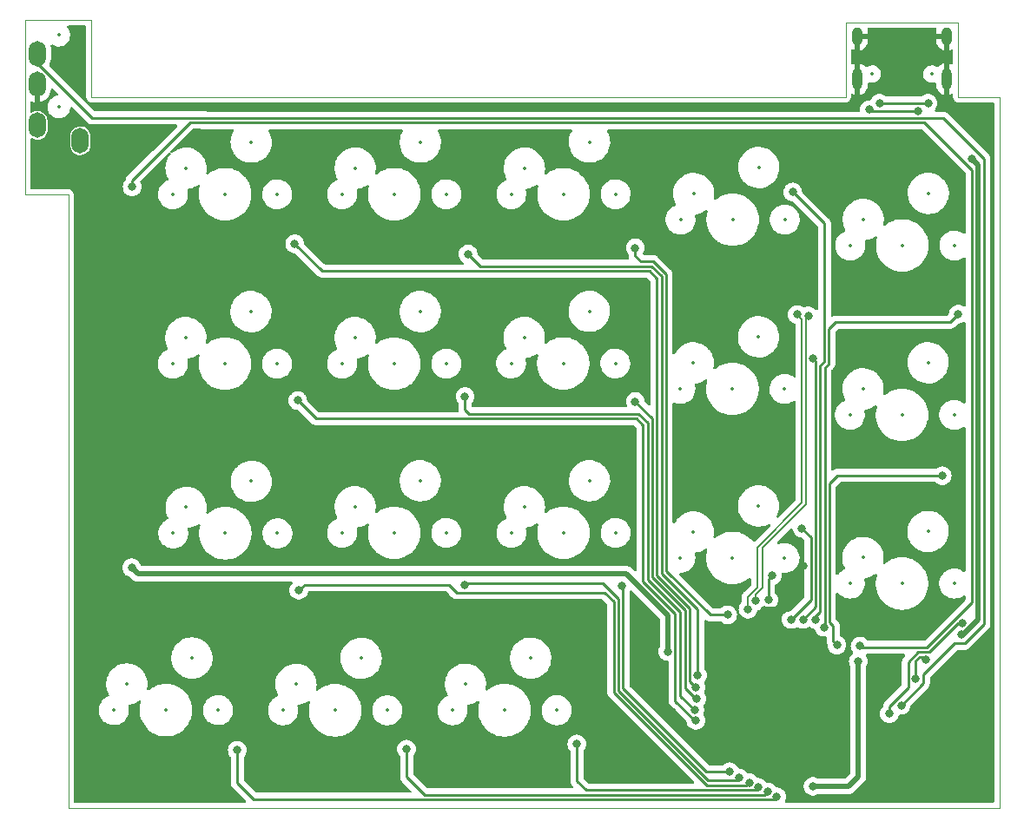
<source format=gtl>
%TF.GenerationSoftware,KiCad,Pcbnew,(6.0.6)*%
%TF.CreationDate,2022-12-14T08:05:18+09:00*%
%TF.ProjectId,split-mini__right,73706c69-742d-46d6-996e-695f5f726967,rev?*%
%TF.SameCoordinates,Original*%
%TF.FileFunction,Copper,L1,Top*%
%TF.FilePolarity,Positive*%
%FSLAX46Y46*%
G04 Gerber Fmt 4.6, Leading zero omitted, Abs format (unit mm)*
G04 Created by KiCad (PCBNEW (6.0.6)) date 2022-12-14 08:05:18*
%MOMM*%
%LPD*%
G01*
G04 APERTURE LIST*
%TA.AperFunction,Profile*%
%ADD10C,0.100000*%
%TD*%
%TA.AperFunction,ComponentPad*%
%ADD11O,1.000000X1.800000*%
%TD*%
%TA.AperFunction,ComponentPad*%
%ADD12O,1.000000X2.100000*%
%TD*%
%TA.AperFunction,ComponentPad*%
%ADD13O,1.700000X2.500000*%
%TD*%
%TA.AperFunction,ViaPad*%
%ADD14C,0.800000*%
%TD*%
%TA.AperFunction,Conductor*%
%ADD15C,0.250000*%
%TD*%
%TA.AperFunction,Conductor*%
%ADD16C,0.500000*%
%TD*%
%TA.AperFunction,Conductor*%
%ADD17C,0.200000*%
%TD*%
%ADD18C,0.350000*%
%ADD19O,0.600000X1.400000*%
%ADD20O,0.600000X1.700000*%
%ADD21O,1.000000X1.500000*%
G04 APERTURE END LIST*
D10*
X26100000Y-26400000D02*
X26100000Y-18900000D01*
X19600000Y-18900000D02*
X19600000Y-35900000D01*
X23825000Y-95725000D02*
X114600000Y-95725000D01*
X114600000Y-26400000D02*
X110600000Y-26400000D01*
X99600000Y-19100000D02*
X99600000Y-26400000D01*
X23825000Y-35900000D02*
X19600000Y-35900000D01*
X23825000Y-35900000D02*
X23825000Y-95725000D01*
X110600000Y-19100000D02*
X99600000Y-19100000D01*
X26100000Y-18900000D02*
X19600000Y-18900000D01*
X114600000Y-95725000D02*
X114600000Y-26400000D01*
X99600000Y-26400000D02*
X26100000Y-26400000D01*
X110600000Y-26400000D02*
X110600000Y-19100000D01*
D11*
%TO.P,J1,S1,SHIELD*%
%TO.N,GND*%
X109420000Y-20460000D03*
D12*
X100780000Y-24640000D03*
X109420000Y-24640000D03*
D11*
X100780000Y-20460000D03*
%TD*%
D13*
%TO.P,J2,A*%
%TO.N,unconnected-(J2-PadA)*%
X25000000Y-30650000D03*
%TO.P,J2,B*%
%TO.N,SCL*%
X20800000Y-22150000D03*
%TO.P,J2,C*%
%TO.N,GND*%
X20800000Y-25150000D03*
%TO.P,J2,D*%
%TO.N,VCC*%
X20800000Y-29150000D03*
%TD*%
D14*
%TO.N,GND*%
X104140000Y-91440000D03*
%TO.N,/col16*%
X91984939Y-94175500D03*
%TO.N,VCC*%
X96425000Y-93625000D03*
X100830025Y-81430025D03*
X82275500Y-80475000D03*
X30000000Y-72300000D03*
%TO.N,/col12*%
X88300000Y-92200000D03*
%TO.N,/col11*%
X89200000Y-92825500D03*
%TO.N,/col10*%
X90200000Y-93275500D03*
%TO.N,/col17*%
X91092470Y-93725500D03*
%TO.N,/col15*%
X92871416Y-94637195D03*
%TO.N,/col17*%
X73400000Y-89500000D03*
%TO.N,/col16*%
X56800000Y-90000000D03*
%TO.N,/col15*%
X40300000Y-90100000D03*
%TO.N,/col10*%
X46300000Y-74500000D03*
%TO.N,/col11*%
X62500000Y-74000000D03*
%TO.N,/col12*%
X77825000Y-74075000D03*
%TO.N,/col5*%
X85000000Y-87200000D03*
%TO.N,/col6*%
X84900000Y-86200000D03*
%TO.N,/col7*%
X85100000Y-85100000D03*
X79100000Y-56100000D03*
%TO.N,/col6*%
X62500000Y-55600000D03*
%TO.N,/col5*%
X46200000Y-56000000D03*
%TO.N,/col0*%
X85000000Y-84000000D03*
%TO.N,/col1*%
X85200000Y-82800000D03*
%TO.N,/col2*%
X88100000Y-76900000D03*
%TO.N,Net-(C1-Pad1)*%
X92099312Y-75450688D03*
X92450000Y-73050000D03*
%TO.N,GND*%
X91665500Y-76417409D03*
X82700438Y-86349062D03*
X94039500Y-76200000D03*
X95500000Y-72100000D03*
X80900000Y-84900000D03*
%TO.N,VCC*%
X110900000Y-78800000D03*
X111925000Y-32400000D03*
%TO.N,XTAL2*%
X106450500Y-83113188D03*
X107400000Y-81249500D03*
%TO.N,Net-(F1-Pad1)*%
X102900000Y-27000000D03*
X107650000Y-27000000D03*
%TO.N,Net-(J1-PadB5)*%
X106700000Y-27724500D03*
X101925688Y-27625688D03*
%TO.N,SCL*%
X105025500Y-85739500D03*
%TO.N,D-*%
X90090500Y-76350000D03*
X94900000Y-47600000D03*
%TO.N,D+*%
X90850000Y-75550000D03*
X95975653Y-47737174D03*
%TO.N,RESET*%
X30050000Y-35150000D03*
X101012696Y-79953836D03*
%TO.N,/col0*%
X45900000Y-40700000D03*
%TO.N,/col1*%
X62800000Y-41700000D03*
%TO.N,/col2*%
X79100000Y-41100000D03*
%TO.N,/col3*%
X94450000Y-35650000D03*
X96650000Y-77350000D03*
%TO.N,/col4*%
X97500000Y-78100000D03*
X110575000Y-47575000D03*
%TO.N,/col8*%
X95450000Y-77350000D03*
X96449500Y-51900000D03*
%TO.N,/col9*%
X98750000Y-79850000D03*
X109025000Y-63325000D03*
%TO.N,/col13*%
X94305368Y-77344632D03*
X95350000Y-68450000D03*
%TO.N,/col14*%
X110962147Y-77687146D03*
X103875000Y-86539500D03*
%TD*%
D15*
%TO.N,/col9*%
X98400000Y-77974695D02*
X98400000Y-79500000D01*
X109025000Y-63325000D02*
X109000000Y-63300000D01*
X109000000Y-63300000D02*
X98800000Y-63300000D01*
X98800000Y-63300000D02*
X98025000Y-64075000D01*
X98025000Y-77599695D02*
X98400000Y-77974695D01*
X98025000Y-64075000D02*
X98025000Y-77599695D01*
X98400000Y-79500000D02*
X98750000Y-79850000D01*
%TO.N,RESET*%
X36900000Y-28850000D02*
X35700000Y-28850000D01*
X35700000Y-28850000D02*
X30050000Y-34500000D01*
X30050000Y-34500000D02*
X30050000Y-35150000D01*
X111925000Y-33525000D02*
X107299500Y-28899500D01*
X111925000Y-75699695D02*
X111925000Y-33525000D01*
X101133860Y-80075000D02*
X107549695Y-80075000D01*
X107549695Y-80075000D02*
X111925000Y-75699695D01*
X107299500Y-28899500D02*
X36949500Y-28899500D01*
X36949500Y-28899500D02*
X36900000Y-28850000D01*
X101012696Y-79953836D02*
X101133860Y-80075000D01*
%TO.N,SCL*%
X21225000Y-23500000D02*
X20800000Y-23075000D01*
X20800000Y-23075000D02*
X20800000Y-22150000D01*
X21225000Y-23513299D02*
X21225000Y-23500000D01*
X26111701Y-28400000D02*
X21225000Y-23513299D01*
X37086396Y-28400000D02*
X26111701Y-28400000D01*
X37135896Y-28449500D02*
X37086396Y-28400000D01*
X109124805Y-28449500D02*
X37135896Y-28449500D01*
X113075000Y-32399695D02*
X109124805Y-28449500D01*
X113075000Y-77825000D02*
X113075000Y-32399695D01*
X111225000Y-79675000D02*
X113075000Y-77825000D01*
X105025500Y-85739500D02*
X107175500Y-83589500D01*
X110225000Y-79675000D02*
X111225000Y-79675000D01*
X107175500Y-82724500D02*
X110225000Y-79675000D01*
X107175500Y-83589500D02*
X107175500Y-82724500D01*
D16*
%TO.N,VCC*%
X82275500Y-80475000D02*
X82275500Y-76975500D01*
X82275500Y-76975500D02*
X78200000Y-72900000D01*
X78200000Y-72900000D02*
X30600000Y-72900000D01*
X30600000Y-72900000D02*
X30000000Y-72300000D01*
X96425000Y-93625000D02*
X99875000Y-93625000D01*
X99875000Y-93625000D02*
X100830025Y-92669975D01*
X100830025Y-92669975D02*
X100830025Y-81430025D01*
D15*
%TO.N,/col14*%
X103875000Y-86539500D02*
X103875000Y-85864695D01*
X103875000Y-85864695D02*
X105725500Y-84014195D01*
X107736091Y-80525000D02*
X110573945Y-77687146D01*
X105725500Y-84014195D02*
X105725500Y-81488104D01*
X105725500Y-81488104D02*
X106688604Y-80525000D01*
X106688604Y-80525000D02*
X107736091Y-80525000D01*
X110573945Y-77687146D02*
X110962147Y-77687146D01*
D16*
%TO.N,VCC*%
X110900000Y-78800000D02*
X111051375Y-78800000D01*
X111051375Y-78800000D02*
X112500000Y-77351375D01*
X112500000Y-77351375D02*
X112500000Y-32975000D01*
X112500000Y-32975000D02*
X111925000Y-32400000D01*
D15*
%TO.N,/col4*%
X110575000Y-47575000D02*
X109800000Y-48350000D01*
X97575000Y-78025000D02*
X97500000Y-78100000D01*
X109800000Y-48350000D02*
X98650000Y-48350000D01*
X98650000Y-48350000D02*
X97975000Y-49025000D01*
X97975000Y-49025000D02*
X97975000Y-52386701D01*
X97975000Y-52386701D02*
X97575000Y-52786701D01*
X97575000Y-52786701D02*
X97575000Y-78025000D01*
%TO.N,XTAL2*%
X107200500Y-81050000D02*
X107400000Y-81249500D01*
X106450500Y-83113188D02*
X106450500Y-81399500D01*
X106450500Y-81399500D02*
X106800000Y-81050000D01*
X106800000Y-81050000D02*
X107200500Y-81050000D01*
%TO.N,/col11*%
X62500000Y-74000000D02*
X62675000Y-73825000D01*
X75950000Y-73825000D02*
X77450000Y-75325000D01*
X62675000Y-73825000D02*
X75950000Y-73825000D01*
X77450000Y-75325000D02*
X77450000Y-84286396D01*
X77450000Y-84286396D02*
X86163604Y-93000000D01*
X86163604Y-93000000D02*
X89025500Y-93000000D01*
X89025500Y-93000000D02*
X89200000Y-92825500D01*
%TO.N,/col10*%
X46300000Y-74500000D02*
X46850000Y-73950000D01*
X46850000Y-73950000D02*
X60913604Y-73950000D01*
X86077208Y-93550000D02*
X89925500Y-93550000D01*
X89925500Y-93550000D02*
X90200000Y-93275500D01*
X60913604Y-73950000D02*
X61713604Y-74750000D01*
X77000000Y-75625000D02*
X77000000Y-84472792D01*
X61713604Y-74750000D02*
X76125000Y-74750000D01*
X77000000Y-84472792D02*
X86077208Y-93550000D01*
X76125000Y-74750000D02*
X77000000Y-75625000D01*
%TO.N,/col12*%
X86000000Y-92200000D02*
X88300000Y-92200000D01*
X77825000Y-74075000D02*
X77900000Y-74150000D01*
X77900000Y-74150000D02*
X77900000Y-84100000D01*
X77900000Y-84100000D02*
X86000000Y-92200000D01*
%TO.N,/col15*%
X92871416Y-94637195D02*
X92608611Y-94900000D01*
X92608611Y-94900000D02*
X41900000Y-94900000D01*
X41900000Y-94900000D02*
X40300000Y-93300000D01*
X40300000Y-93300000D02*
X40300000Y-90100000D01*
%TO.N,/col16*%
X91984939Y-94175500D02*
X91710439Y-94450000D01*
X91710439Y-94450000D02*
X58550000Y-94450000D01*
X58550000Y-94450000D02*
X56800000Y-92700000D01*
X56800000Y-92700000D02*
X56800000Y-90000000D01*
%TO.N,/col17*%
X91092470Y-93725500D02*
X90817970Y-94000000D01*
X90817970Y-94000000D02*
X74300000Y-94000000D01*
X74300000Y-94000000D02*
X73400000Y-93100000D01*
X73400000Y-93100000D02*
X73400000Y-89500000D01*
D16*
%TO.N,GND*%
X80900000Y-84900000D02*
X81251376Y-84900000D01*
X81251376Y-84900000D02*
X82700438Y-86349062D01*
D15*
%TO.N,/col2*%
X79100000Y-41100000D02*
X79100000Y-41900000D01*
X79100000Y-41900000D02*
X79650000Y-42450000D01*
X82100000Y-43700000D02*
X82100000Y-72600000D01*
X79650000Y-42450000D02*
X80850000Y-42450000D01*
X80850000Y-42450000D02*
X82100000Y-43700000D01*
X82100000Y-72600000D02*
X86400000Y-76900000D01*
X86400000Y-76900000D02*
X88100000Y-76900000D01*
%TO.N,/col3*%
X97525000Y-38725000D02*
X94450000Y-35650000D01*
X97525000Y-52200305D02*
X97525000Y-38725000D01*
X97125000Y-52600305D02*
X97525000Y-52200305D01*
X97125000Y-76575000D02*
X97125000Y-52600305D01*
X96650000Y-77050000D02*
X97125000Y-76575000D01*
X96650000Y-77350000D02*
X96650000Y-77050000D01*
%TO.N,/col8*%
X96449500Y-51900000D02*
X96675000Y-52125500D01*
X96675000Y-52125500D02*
X96675000Y-76125000D01*
X96675000Y-76125000D02*
X95450000Y-77350000D01*
%TO.N,/col13*%
X94305368Y-77344632D02*
X96225000Y-75425000D01*
X96225000Y-75425000D02*
X96225000Y-69325000D01*
X96225000Y-69325000D02*
X95350000Y-68450000D01*
D16*
%TO.N,GND*%
X95500000Y-72100000D02*
X94400000Y-73200000D01*
X94400000Y-73200000D02*
X94400000Y-75839500D01*
X94400000Y-75839500D02*
X94039500Y-76200000D01*
D15*
%TO.N,/col6*%
X83500000Y-84800000D02*
X84900000Y-86200000D01*
X62500000Y-55600000D02*
X62500000Y-56900000D01*
X62500000Y-56900000D02*
X62900000Y-57300000D01*
X62900000Y-57300000D02*
X79400000Y-57300000D01*
X79400000Y-57300000D02*
X80300000Y-58200000D01*
X80300000Y-58200000D02*
X80300000Y-73450000D01*
X80300000Y-73450000D02*
X83500000Y-76650000D01*
X83500000Y-76650000D02*
X83500000Y-84800000D01*
%TO.N,/col5*%
X85000000Y-87200000D02*
X84874695Y-87200000D01*
X84874695Y-87200000D02*
X83000000Y-85325305D01*
X83000000Y-76786396D02*
X79850000Y-73636396D01*
X83000000Y-85325305D02*
X83000000Y-76786396D01*
X79850000Y-73636396D02*
X79850000Y-58386396D01*
X79850000Y-58386396D02*
X79213604Y-57750000D01*
X79213604Y-57750000D02*
X47950000Y-57750000D01*
X47950000Y-57750000D02*
X46200000Y-56000000D01*
%TO.N,/col7*%
X85100000Y-85100000D02*
X85000000Y-85100000D01*
X85000000Y-85100000D02*
X83950000Y-84050000D01*
X83950000Y-84050000D02*
X83950000Y-76422792D01*
X83950000Y-76422792D02*
X80750000Y-73222792D01*
X80750000Y-73222792D02*
X80750000Y-57750000D01*
X80750000Y-57750000D02*
X79100000Y-56100000D01*
%TO.N,/col0*%
X85000000Y-84000000D02*
X84400000Y-83400000D01*
X84400000Y-83400000D02*
X84400000Y-76236396D01*
X84400000Y-76236396D02*
X81200000Y-73036396D01*
X81200000Y-73036396D02*
X81200000Y-44072792D01*
X81200000Y-44072792D02*
X80477208Y-43350000D01*
X80477208Y-43350000D02*
X48550000Y-43350000D01*
X48550000Y-43350000D02*
X45900000Y-40700000D01*
%TO.N,/col1*%
X85200000Y-82800000D02*
X85200000Y-76400000D01*
X81650000Y-72850000D02*
X81650000Y-43886396D01*
X85200000Y-76400000D02*
X81650000Y-72850000D01*
X64000000Y-42900000D02*
X62800000Y-41700000D01*
X81650000Y-43886396D02*
X80663604Y-42900000D01*
X80663604Y-42900000D02*
X64000000Y-42900000D01*
%TO.N,Net-(C1-Pad1)*%
X92100000Y-75450000D02*
X92099312Y-75450688D01*
X92100000Y-73400000D02*
X92100000Y-75450000D01*
X92450000Y-73050000D02*
X92100000Y-73400000D01*
D16*
%TO.N,GND*%
X93839500Y-76400000D02*
X91682909Y-76400000D01*
X91682909Y-76400000D02*
X91665500Y-76417409D01*
X94039500Y-76200000D02*
X93839500Y-76400000D01*
D15*
%TO.N,Net-(F1-Pad1)*%
X107650000Y-27000000D02*
X102900000Y-27000000D01*
%TO.N,Net-(J1-PadB5)*%
X102050000Y-27750000D02*
X101925688Y-27625688D01*
X106674500Y-27750000D02*
X102050000Y-27750000D01*
X106700000Y-27724500D02*
X106674500Y-27750000D01*
D17*
%TO.N,D-*%
X90090500Y-75159500D02*
X91000000Y-74250000D01*
X90090500Y-76350000D02*
X90090500Y-75159500D01*
X95350000Y-65973043D02*
X95350000Y-48050000D01*
X91000000Y-74250000D02*
X91000000Y-70323043D01*
X91000000Y-70323043D02*
X95350000Y-65973043D01*
X95350000Y-48050000D02*
X94900000Y-47600000D01*
%TO.N,D+*%
X90850000Y-74965686D02*
X91544364Y-74271322D01*
X95750000Y-47962827D02*
X95750000Y-66138728D01*
X90850000Y-75550000D02*
X90850000Y-74965686D01*
X91550000Y-70400000D02*
X91550000Y-70350000D01*
X91544364Y-74271322D02*
X91544364Y-70344364D01*
X95750000Y-66138728D02*
X91544364Y-70344364D01*
X91550000Y-70350000D02*
X91544364Y-70344364D01*
X91544364Y-70344364D02*
X91550000Y-70400000D01*
X95975653Y-47737174D02*
X95750000Y-47962827D01*
%TD*%
%TA.AperFunction,Conductor*%
%TO.N,GND*%
G36*
X20996121Y-24916002D02*
G01*
X21042614Y-24969658D01*
X21054000Y-25022000D01*
X21054000Y-26866192D01*
X21057973Y-26879723D01*
X21068580Y-26881248D01*
X21186421Y-26856523D01*
X21196617Y-26853463D01*
X21401029Y-26772737D01*
X21410561Y-26768006D01*
X21598462Y-26653984D01*
X21607052Y-26647720D01*
X21773052Y-26503673D01*
X21780472Y-26496042D01*
X21919826Y-26326089D01*
X21925850Y-26317322D01*
X22034576Y-26126318D01*
X22039041Y-26116654D01*
X22114031Y-25910059D01*
X22116802Y-25899792D01*
X22156123Y-25682345D01*
X22157056Y-25674116D01*
X22157930Y-25655598D01*
X22158000Y-25652623D01*
X22158000Y-25646394D01*
X22178002Y-25578273D01*
X22231658Y-25531780D01*
X22301932Y-25521676D01*
X22366512Y-25551170D01*
X22373095Y-25557299D01*
X22849871Y-26034075D01*
X22883897Y-26096387D01*
X22878832Y-26167202D01*
X22836285Y-26224038D01*
X22772745Y-26248599D01*
X22689434Y-26256548D01*
X22486466Y-26316092D01*
X22481139Y-26318836D01*
X22481138Y-26318836D01*
X22303751Y-26410196D01*
X22303748Y-26410198D01*
X22298420Y-26412942D01*
X22132080Y-26543604D01*
X22128148Y-26548135D01*
X22128145Y-26548138D01*
X22023606Y-26668609D01*
X21993448Y-26703363D01*
X21990448Y-26708549D01*
X21990445Y-26708553D01*
X21930455Y-26812250D01*
X21887527Y-26886454D01*
X21818139Y-27086271D01*
X21787787Y-27295604D01*
X21797567Y-27506899D01*
X21798971Y-27512724D01*
X21798971Y-27512725D01*
X21837373Y-27672068D01*
X21847125Y-27712534D01*
X21849607Y-27717992D01*
X21849608Y-27717996D01*
X21892586Y-27812520D01*
X21934674Y-27905087D01*
X22057054Y-28077611D01*
X22209850Y-28223881D01*
X22387548Y-28338620D01*
X22393114Y-28340863D01*
X22578168Y-28415442D01*
X22578171Y-28415443D01*
X22583737Y-28417686D01*
X22791337Y-28458228D01*
X22796899Y-28458500D01*
X22952846Y-28458500D01*
X23110566Y-28443452D01*
X23313534Y-28383908D01*
X23397111Y-28340863D01*
X23496249Y-28289804D01*
X23496252Y-28289802D01*
X23501580Y-28287058D01*
X23667920Y-28156396D01*
X23671852Y-28151865D01*
X23671855Y-28151862D01*
X23802621Y-28001167D01*
X23806552Y-27996637D01*
X23809552Y-27991451D01*
X23809555Y-27991447D01*
X23909467Y-27818742D01*
X23912473Y-27813546D01*
X23981861Y-27613729D01*
X24002484Y-27471493D01*
X24032054Y-27406948D01*
X24091826Y-27368636D01*
X24162822Y-27368720D01*
X24216275Y-27400479D01*
X25608049Y-28792253D01*
X25615589Y-28800539D01*
X25619701Y-28807018D01*
X25625478Y-28812443D01*
X25669352Y-28853643D01*
X25672194Y-28856398D01*
X25691931Y-28876135D01*
X25695128Y-28878615D01*
X25704148Y-28886318D01*
X25736380Y-28916586D01*
X25743326Y-28920405D01*
X25743329Y-28920407D01*
X25754135Y-28926348D01*
X25770654Y-28937199D01*
X25786660Y-28949614D01*
X25793929Y-28952759D01*
X25793933Y-28952762D01*
X25827238Y-28967174D01*
X25837888Y-28972391D01*
X25876641Y-28993695D01*
X25884316Y-28995666D01*
X25884317Y-28995666D01*
X25896263Y-28998733D01*
X25914968Y-29005137D01*
X25933556Y-29013181D01*
X25941379Y-29014420D01*
X25941389Y-29014423D01*
X25977225Y-29020099D01*
X25988845Y-29022505D01*
X26023990Y-29031528D01*
X26031671Y-29033500D01*
X26051925Y-29033500D01*
X26071635Y-29035051D01*
X26091644Y-29038220D01*
X26099536Y-29037474D01*
X26135662Y-29034059D01*
X26147520Y-29033500D01*
X34316406Y-29033500D01*
X34384527Y-29053502D01*
X34431020Y-29107158D01*
X34441124Y-29177432D01*
X34411630Y-29242012D01*
X34405502Y-29248594D01*
X32031559Y-31622536D01*
X29657747Y-33996348D01*
X29649461Y-34003888D01*
X29642982Y-34008000D01*
X29637557Y-34013777D01*
X29596357Y-34057651D01*
X29593602Y-34060493D01*
X29573865Y-34080230D01*
X29571385Y-34083427D01*
X29563682Y-34092447D01*
X29533414Y-34124679D01*
X29529595Y-34131625D01*
X29529593Y-34131628D01*
X29523652Y-34142434D01*
X29512801Y-34158953D01*
X29500386Y-34174959D01*
X29497241Y-34182228D01*
X29497238Y-34182232D01*
X29482826Y-34215537D01*
X29477609Y-34226187D01*
X29456305Y-34264940D01*
X29454334Y-34272615D01*
X29454334Y-34272616D01*
X29451267Y-34284562D01*
X29444863Y-34303266D01*
X29436819Y-34321855D01*
X29435580Y-34329678D01*
X29435577Y-34329688D01*
X29429901Y-34365524D01*
X29427495Y-34377144D01*
X29421795Y-34399347D01*
X29416500Y-34419970D01*
X29416500Y-34440224D01*
X29414948Y-34459938D01*
X29413554Y-34468738D01*
X29382742Y-34533334D01*
X29333095Y-34588473D01*
X29310960Y-34613056D01*
X29271933Y-34680653D01*
X29236011Y-34742872D01*
X29215473Y-34778444D01*
X29156458Y-34960072D01*
X29136496Y-35150000D01*
X29137186Y-35156565D01*
X29154670Y-35322913D01*
X29156458Y-35339928D01*
X29215473Y-35521556D01*
X29218776Y-35527278D01*
X29218777Y-35527279D01*
X29230433Y-35547468D01*
X29310960Y-35686944D01*
X29315378Y-35691851D01*
X29315379Y-35691852D01*
X29405216Y-35791626D01*
X29438747Y-35828866D01*
X29593248Y-35941118D01*
X29599276Y-35943802D01*
X29599278Y-35943803D01*
X29761681Y-36016109D01*
X29767712Y-36018794D01*
X29843475Y-36034898D01*
X29948056Y-36057128D01*
X29948061Y-36057128D01*
X29954513Y-36058500D01*
X30145487Y-36058500D01*
X30151939Y-36057128D01*
X30151944Y-36057128D01*
X30256525Y-36034898D01*
X30332288Y-36018794D01*
X30338319Y-36016109D01*
X30500722Y-35943803D01*
X30500724Y-35943802D01*
X30506752Y-35941118D01*
X30661253Y-35828866D01*
X30694784Y-35791626D01*
X30784621Y-35691852D01*
X30784622Y-35691851D01*
X30789040Y-35686944D01*
X30869567Y-35547468D01*
X30881223Y-35527279D01*
X30881224Y-35527278D01*
X30884527Y-35521556D01*
X30943542Y-35339928D01*
X30945331Y-35322913D01*
X30962814Y-35156565D01*
X30963504Y-35150000D01*
X30943542Y-34960072D01*
X30884527Y-34778444D01*
X30853415Y-34724557D01*
X30836678Y-34655565D01*
X30859898Y-34588473D01*
X30873440Y-34572464D01*
X33609503Y-31836401D01*
X33671815Y-31802375D01*
X33742630Y-31807440D01*
X33799466Y-31849987D01*
X33824277Y-31916507D01*
X33809186Y-31985881D01*
X33797888Y-32003069D01*
X33706430Y-32120131D01*
X33640812Y-32204118D01*
X33638616Y-32207922D01*
X33638611Y-32207929D01*
X33553169Y-32355920D01*
X33500364Y-32447381D01*
X33395138Y-32707824D01*
X33394073Y-32712097D01*
X33394072Y-32712099D01*
X33342143Y-32920376D01*
X33327183Y-32980376D01*
X33326724Y-32984744D01*
X33326723Y-32984749D01*
X33318862Y-33059542D01*
X33297822Y-33259733D01*
X33297975Y-33264121D01*
X33297975Y-33264127D01*
X33305697Y-33485237D01*
X33307625Y-33540458D01*
X33308387Y-33544781D01*
X33308388Y-33544788D01*
X33332164Y-33679624D01*
X33356402Y-33817087D01*
X33443203Y-34084235D01*
X33445131Y-34088188D01*
X33445133Y-34088193D01*
X33562919Y-34329688D01*
X33564725Y-34333391D01*
X33566340Y-34336702D01*
X33565615Y-34337056D01*
X33581428Y-34402210D01*
X33558214Y-34469305D01*
X33505812Y-34511778D01*
X33353159Y-34578153D01*
X33353156Y-34578155D01*
X33348422Y-34580213D01*
X33344088Y-34583017D01*
X33344084Y-34583019D01*
X33151396Y-34707675D01*
X33151393Y-34707677D01*
X33147053Y-34710485D01*
X33143230Y-34713964D01*
X33143227Y-34713966D01*
X33049059Y-34799653D01*
X32969665Y-34871896D01*
X32966466Y-34875947D01*
X32966462Y-34875951D01*
X32887413Y-34976045D01*
X32821021Y-35060112D01*
X32705113Y-35270078D01*
X32684816Y-35327395D01*
X32627002Y-35490658D01*
X32625055Y-35496155D01*
X32624148Y-35501248D01*
X32624147Y-35501251D01*
X32584485Y-35723915D01*
X32582996Y-35732273D01*
X32582933Y-35737437D01*
X32580412Y-35943803D01*
X32580066Y-35972089D01*
X32616343Y-36209163D01*
X32690854Y-36437129D01*
X32801597Y-36649864D01*
X32804700Y-36653997D01*
X32804702Y-36654000D01*
X32942493Y-36837520D01*
X32945598Y-36841655D01*
X33118990Y-37007352D01*
X33123262Y-37010266D01*
X33123263Y-37010267D01*
X33196481Y-37060213D01*
X33317117Y-37142505D01*
X33442385Y-37200653D01*
X33527476Y-37240151D01*
X33534656Y-37243484D01*
X33765768Y-37307576D01*
X33869479Y-37318660D01*
X33958222Y-37328144D01*
X33958230Y-37328144D01*
X33961557Y-37328500D01*
X34100803Y-37328500D01*
X34103376Y-37328288D01*
X34103387Y-37328288D01*
X34273876Y-37314271D01*
X34273882Y-37314270D01*
X34279027Y-37313847D01*
X34395332Y-37284633D01*
X34506625Y-37256679D01*
X34506629Y-37256678D01*
X34511636Y-37255420D01*
X34516366Y-37253364D01*
X34516373Y-37253361D01*
X34726841Y-37161847D01*
X34726844Y-37161845D01*
X34731578Y-37159787D01*
X34735912Y-37156983D01*
X34735916Y-37156981D01*
X34928604Y-37032325D01*
X34928607Y-37032323D01*
X34932947Y-37029515D01*
X34936893Y-37025925D01*
X35106513Y-36871582D01*
X35106514Y-36871580D01*
X35110335Y-36868104D01*
X35113534Y-36864053D01*
X35113538Y-36864049D01*
X35255774Y-36683946D01*
X35258979Y-36679888D01*
X35374887Y-36469922D01*
X35422353Y-36335882D01*
X35453219Y-36248720D01*
X35453220Y-36248716D01*
X35454945Y-36243845D01*
X35455853Y-36238749D01*
X35496098Y-36012816D01*
X35496099Y-36012810D01*
X35497004Y-36007727D01*
X35499249Y-35823955D01*
X35499871Y-35773081D01*
X35499871Y-35773079D01*
X35499934Y-35767911D01*
X35463657Y-35530837D01*
X35450524Y-35490657D01*
X35448373Y-35419694D01*
X35484929Y-35358832D01*
X35548586Y-35327395D01*
X35561499Y-35325819D01*
X35585828Y-35324118D01*
X35585834Y-35324117D01*
X35590212Y-35323811D01*
X35864970Y-35265409D01*
X35869099Y-35263906D01*
X35869103Y-35263905D01*
X36124781Y-35170846D01*
X36124785Y-35170844D01*
X36128926Y-35169337D01*
X36376942Y-35037464D01*
X36380503Y-35034877D01*
X36481446Y-34961538D01*
X36548314Y-34937679D01*
X36617466Y-34953760D01*
X36666946Y-35004674D01*
X36681045Y-35074257D01*
X36677548Y-35094809D01*
X36661692Y-35156565D01*
X36601849Y-35389637D01*
X36601353Y-35393565D01*
X36601352Y-35393569D01*
X36588688Y-35493814D01*
X36561500Y-35709033D01*
X36561500Y-36030967D01*
X36583274Y-36203326D01*
X36601247Y-36345594D01*
X36601849Y-36350363D01*
X36616622Y-36407901D01*
X36680925Y-36658345D01*
X36680928Y-36658353D01*
X36681911Y-36662183D01*
X36800422Y-36961510D01*
X36955516Y-37243624D01*
X36965001Y-37256679D01*
X37141443Y-37499530D01*
X37144744Y-37504074D01*
X37365123Y-37738754D01*
X37613178Y-37943963D01*
X37884996Y-38116464D01*
X37888575Y-38118148D01*
X37888582Y-38118152D01*
X38172701Y-38251848D01*
X38172705Y-38251850D01*
X38176291Y-38253537D01*
X38482469Y-38353020D01*
X38798701Y-38413345D01*
X39039588Y-38428500D01*
X39200412Y-38428500D01*
X39441299Y-38413345D01*
X39757531Y-38353020D01*
X40063709Y-38253537D01*
X40067295Y-38251850D01*
X40067299Y-38251848D01*
X40351418Y-38118152D01*
X40351425Y-38118148D01*
X40355004Y-38116464D01*
X40626822Y-37943963D01*
X40874877Y-37738754D01*
X41095256Y-37504074D01*
X41098558Y-37499530D01*
X41274999Y-37256679D01*
X41284484Y-37243624D01*
X41439578Y-36961510D01*
X41558089Y-36662183D01*
X41559072Y-36658353D01*
X41559075Y-36658345D01*
X41623378Y-36407901D01*
X41638151Y-36350363D01*
X41638754Y-36345594D01*
X41656726Y-36203326D01*
X41678500Y-36030967D01*
X41678500Y-35972089D01*
X42740066Y-35972089D01*
X42776343Y-36209163D01*
X42850854Y-36437129D01*
X42961597Y-36649864D01*
X42964700Y-36653997D01*
X42964702Y-36654000D01*
X43102493Y-36837520D01*
X43105598Y-36841655D01*
X43278990Y-37007352D01*
X43283262Y-37010266D01*
X43283263Y-37010267D01*
X43356481Y-37060213D01*
X43477117Y-37142505D01*
X43602385Y-37200653D01*
X43687476Y-37240151D01*
X43694656Y-37243484D01*
X43925768Y-37307576D01*
X44029479Y-37318660D01*
X44118222Y-37328144D01*
X44118230Y-37328144D01*
X44121557Y-37328500D01*
X44260803Y-37328500D01*
X44263376Y-37328288D01*
X44263387Y-37328288D01*
X44433876Y-37314271D01*
X44433882Y-37314270D01*
X44439027Y-37313847D01*
X44555332Y-37284633D01*
X44666625Y-37256679D01*
X44666629Y-37256678D01*
X44671636Y-37255420D01*
X44676366Y-37253364D01*
X44676373Y-37253361D01*
X44886841Y-37161847D01*
X44886844Y-37161845D01*
X44891578Y-37159787D01*
X44895912Y-37156983D01*
X44895916Y-37156981D01*
X45088604Y-37032325D01*
X45088607Y-37032323D01*
X45092947Y-37029515D01*
X45096893Y-37025925D01*
X45266513Y-36871582D01*
X45266514Y-36871580D01*
X45270335Y-36868104D01*
X45273534Y-36864053D01*
X45273538Y-36864049D01*
X45415774Y-36683946D01*
X45418979Y-36679888D01*
X45534887Y-36469922D01*
X45582353Y-36335882D01*
X45613219Y-36248720D01*
X45613220Y-36248716D01*
X45614945Y-36243845D01*
X45615853Y-36238749D01*
X45656098Y-36012816D01*
X45656099Y-36012810D01*
X45657004Y-36007727D01*
X45657439Y-35972089D01*
X49070066Y-35972089D01*
X49106343Y-36209163D01*
X49180854Y-36437129D01*
X49291597Y-36649864D01*
X49294700Y-36653997D01*
X49294702Y-36654000D01*
X49432493Y-36837520D01*
X49435598Y-36841655D01*
X49608990Y-37007352D01*
X49613262Y-37010266D01*
X49613263Y-37010267D01*
X49686481Y-37060213D01*
X49807117Y-37142505D01*
X49932385Y-37200653D01*
X50017476Y-37240151D01*
X50024656Y-37243484D01*
X50255768Y-37307576D01*
X50359479Y-37318660D01*
X50448222Y-37328144D01*
X50448230Y-37328144D01*
X50451557Y-37328500D01*
X50590803Y-37328500D01*
X50593376Y-37328288D01*
X50593387Y-37328288D01*
X50763876Y-37314271D01*
X50763882Y-37314270D01*
X50769027Y-37313847D01*
X50885332Y-37284633D01*
X50996625Y-37256679D01*
X50996629Y-37256678D01*
X51001636Y-37255420D01*
X51006366Y-37253364D01*
X51006373Y-37253361D01*
X51216841Y-37161847D01*
X51216844Y-37161845D01*
X51221578Y-37159787D01*
X51225912Y-37156983D01*
X51225916Y-37156981D01*
X51418604Y-37032325D01*
X51418607Y-37032323D01*
X51422947Y-37029515D01*
X51426893Y-37025925D01*
X51596513Y-36871582D01*
X51596514Y-36871580D01*
X51600335Y-36868104D01*
X51603534Y-36864053D01*
X51603538Y-36864049D01*
X51745774Y-36683946D01*
X51748979Y-36679888D01*
X51864887Y-36469922D01*
X51912353Y-36335882D01*
X51943219Y-36248720D01*
X51943220Y-36248716D01*
X51944945Y-36243845D01*
X51945853Y-36238749D01*
X51986098Y-36012816D01*
X51986099Y-36012810D01*
X51987004Y-36007727D01*
X51989249Y-35823955D01*
X51989871Y-35773081D01*
X51989871Y-35773079D01*
X51989934Y-35767911D01*
X51953657Y-35530837D01*
X51940524Y-35490657D01*
X51938373Y-35419694D01*
X51974929Y-35358832D01*
X52038586Y-35327395D01*
X52051499Y-35325819D01*
X52075828Y-35324118D01*
X52075834Y-35324117D01*
X52080212Y-35323811D01*
X52354970Y-35265409D01*
X52359099Y-35263906D01*
X52359103Y-35263905D01*
X52614781Y-35170846D01*
X52614785Y-35170844D01*
X52618926Y-35169337D01*
X52866942Y-35037464D01*
X52870503Y-35034877D01*
X52971446Y-34961538D01*
X53038314Y-34937679D01*
X53107466Y-34953760D01*
X53156946Y-35004674D01*
X53171045Y-35074257D01*
X53167548Y-35094809D01*
X53151692Y-35156565D01*
X53091849Y-35389637D01*
X53091353Y-35393565D01*
X53091352Y-35393569D01*
X53078688Y-35493814D01*
X53051500Y-35709033D01*
X53051500Y-36030967D01*
X53073274Y-36203326D01*
X53091247Y-36345594D01*
X53091849Y-36350363D01*
X53106622Y-36407901D01*
X53170925Y-36658345D01*
X53170928Y-36658353D01*
X53171911Y-36662183D01*
X53290422Y-36961510D01*
X53445516Y-37243624D01*
X53455001Y-37256679D01*
X53631443Y-37499530D01*
X53634744Y-37504074D01*
X53855123Y-37738754D01*
X54103178Y-37943963D01*
X54374996Y-38116464D01*
X54378575Y-38118148D01*
X54378582Y-38118152D01*
X54662701Y-38251848D01*
X54662705Y-38251850D01*
X54666291Y-38253537D01*
X54972469Y-38353020D01*
X55288701Y-38413345D01*
X55529588Y-38428500D01*
X55690412Y-38428500D01*
X55931299Y-38413345D01*
X56247531Y-38353020D01*
X56553709Y-38253537D01*
X56557295Y-38251850D01*
X56557299Y-38251848D01*
X56841418Y-38118152D01*
X56841425Y-38118148D01*
X56845004Y-38116464D01*
X57116822Y-37943963D01*
X57364877Y-37738754D01*
X57585256Y-37504074D01*
X57588558Y-37499530D01*
X57764999Y-37256679D01*
X57774484Y-37243624D01*
X57929578Y-36961510D01*
X58048089Y-36662183D01*
X58049072Y-36658353D01*
X58049075Y-36658345D01*
X58113378Y-36407901D01*
X58128151Y-36350363D01*
X58128754Y-36345594D01*
X58146726Y-36203326D01*
X58168500Y-36030967D01*
X58168500Y-35972089D01*
X59230066Y-35972089D01*
X59266343Y-36209163D01*
X59340854Y-36437129D01*
X59451597Y-36649864D01*
X59454700Y-36653997D01*
X59454702Y-36654000D01*
X59592493Y-36837520D01*
X59595598Y-36841655D01*
X59768990Y-37007352D01*
X59773262Y-37010266D01*
X59773263Y-37010267D01*
X59846481Y-37060213D01*
X59967117Y-37142505D01*
X60092385Y-37200653D01*
X60177476Y-37240151D01*
X60184656Y-37243484D01*
X60415768Y-37307576D01*
X60519479Y-37318660D01*
X60608222Y-37328144D01*
X60608230Y-37328144D01*
X60611557Y-37328500D01*
X60750803Y-37328500D01*
X60753376Y-37328288D01*
X60753387Y-37328288D01*
X60923876Y-37314271D01*
X60923882Y-37314270D01*
X60929027Y-37313847D01*
X61045332Y-37284633D01*
X61156625Y-37256679D01*
X61156629Y-37256678D01*
X61161636Y-37255420D01*
X61166366Y-37253364D01*
X61166373Y-37253361D01*
X61376841Y-37161847D01*
X61376844Y-37161845D01*
X61381578Y-37159787D01*
X61385912Y-37156983D01*
X61385916Y-37156981D01*
X61578604Y-37032325D01*
X61578607Y-37032323D01*
X61582947Y-37029515D01*
X61586893Y-37025925D01*
X61756513Y-36871582D01*
X61756514Y-36871580D01*
X61760335Y-36868104D01*
X61763534Y-36864053D01*
X61763538Y-36864049D01*
X61905774Y-36683946D01*
X61908979Y-36679888D01*
X62024887Y-36469922D01*
X62072353Y-36335882D01*
X62103219Y-36248720D01*
X62103220Y-36248716D01*
X62104945Y-36243845D01*
X62105853Y-36238749D01*
X62146098Y-36012816D01*
X62146099Y-36012810D01*
X62147004Y-36007727D01*
X62147439Y-35972089D01*
X65560066Y-35972089D01*
X65596343Y-36209163D01*
X65670854Y-36437129D01*
X65781597Y-36649864D01*
X65784700Y-36653997D01*
X65784702Y-36654000D01*
X65922493Y-36837520D01*
X65925598Y-36841655D01*
X66098990Y-37007352D01*
X66103262Y-37010266D01*
X66103263Y-37010267D01*
X66176481Y-37060213D01*
X66297117Y-37142505D01*
X66422385Y-37200653D01*
X66507476Y-37240151D01*
X66514656Y-37243484D01*
X66745768Y-37307576D01*
X66849479Y-37318660D01*
X66938222Y-37328144D01*
X66938230Y-37328144D01*
X66941557Y-37328500D01*
X67080803Y-37328500D01*
X67083376Y-37328288D01*
X67083387Y-37328288D01*
X67253876Y-37314271D01*
X67253882Y-37314270D01*
X67259027Y-37313847D01*
X67375332Y-37284633D01*
X67486625Y-37256679D01*
X67486629Y-37256678D01*
X67491636Y-37255420D01*
X67496366Y-37253364D01*
X67496373Y-37253361D01*
X67706841Y-37161847D01*
X67706844Y-37161845D01*
X67711578Y-37159787D01*
X67715912Y-37156983D01*
X67715916Y-37156981D01*
X67908604Y-37032325D01*
X67908607Y-37032323D01*
X67912947Y-37029515D01*
X67916893Y-37025925D01*
X68086513Y-36871582D01*
X68086514Y-36871580D01*
X68090335Y-36868104D01*
X68093534Y-36864053D01*
X68093538Y-36864049D01*
X68235774Y-36683946D01*
X68238979Y-36679888D01*
X68354887Y-36469922D01*
X68402353Y-36335882D01*
X68433219Y-36248720D01*
X68433220Y-36248716D01*
X68434945Y-36243845D01*
X68435853Y-36238749D01*
X68476098Y-36012816D01*
X68476099Y-36012810D01*
X68477004Y-36007727D01*
X68479249Y-35823955D01*
X68479871Y-35773081D01*
X68479871Y-35773079D01*
X68479934Y-35767911D01*
X68443657Y-35530837D01*
X68430524Y-35490657D01*
X68428373Y-35419694D01*
X68464929Y-35358832D01*
X68528586Y-35327395D01*
X68541499Y-35325819D01*
X68565828Y-35324118D01*
X68565834Y-35324117D01*
X68570212Y-35323811D01*
X68844970Y-35265409D01*
X68849099Y-35263906D01*
X68849103Y-35263905D01*
X69104781Y-35170846D01*
X69104785Y-35170844D01*
X69108926Y-35169337D01*
X69356942Y-35037464D01*
X69360503Y-35034877D01*
X69461446Y-34961538D01*
X69528314Y-34937679D01*
X69597466Y-34953760D01*
X69646946Y-35004674D01*
X69661045Y-35074257D01*
X69657548Y-35094809D01*
X69641692Y-35156565D01*
X69581849Y-35389637D01*
X69581353Y-35393565D01*
X69581352Y-35393569D01*
X69568688Y-35493814D01*
X69541500Y-35709033D01*
X69541500Y-36030967D01*
X69563274Y-36203326D01*
X69581247Y-36345594D01*
X69581849Y-36350363D01*
X69596622Y-36407901D01*
X69660925Y-36658345D01*
X69660928Y-36658353D01*
X69661911Y-36662183D01*
X69780422Y-36961510D01*
X69935516Y-37243624D01*
X69945001Y-37256679D01*
X70121443Y-37499530D01*
X70124744Y-37504074D01*
X70345123Y-37738754D01*
X70593178Y-37943963D01*
X70864996Y-38116464D01*
X70868575Y-38118148D01*
X70868582Y-38118152D01*
X71152701Y-38251848D01*
X71152705Y-38251850D01*
X71156291Y-38253537D01*
X71462469Y-38353020D01*
X71778701Y-38413345D01*
X72019588Y-38428500D01*
X72180412Y-38428500D01*
X72421299Y-38413345D01*
X72737531Y-38353020D01*
X73043709Y-38253537D01*
X73047295Y-38251850D01*
X73047299Y-38251848D01*
X73331418Y-38118152D01*
X73331425Y-38118148D01*
X73335004Y-38116464D01*
X73606822Y-37943963D01*
X73854877Y-37738754D01*
X74075256Y-37504074D01*
X74078558Y-37499530D01*
X74254999Y-37256679D01*
X74264484Y-37243624D01*
X74419578Y-36961510D01*
X74538089Y-36662183D01*
X74539072Y-36658353D01*
X74539075Y-36658345D01*
X74603378Y-36407901D01*
X74618151Y-36350363D01*
X74618754Y-36345594D01*
X74636726Y-36203326D01*
X74658500Y-36030967D01*
X74658500Y-35972089D01*
X75720066Y-35972089D01*
X75756343Y-36209163D01*
X75830854Y-36437129D01*
X75941597Y-36649864D01*
X75944700Y-36653997D01*
X75944702Y-36654000D01*
X76082493Y-36837520D01*
X76085598Y-36841655D01*
X76258990Y-37007352D01*
X76263262Y-37010266D01*
X76263263Y-37010267D01*
X76336481Y-37060213D01*
X76457117Y-37142505D01*
X76582385Y-37200653D01*
X76667476Y-37240151D01*
X76674656Y-37243484D01*
X76905768Y-37307576D01*
X77009479Y-37318660D01*
X77098222Y-37328144D01*
X77098230Y-37328144D01*
X77101557Y-37328500D01*
X77240803Y-37328500D01*
X77243376Y-37328288D01*
X77243387Y-37328288D01*
X77413876Y-37314271D01*
X77413882Y-37314270D01*
X77419027Y-37313847D01*
X77535332Y-37284633D01*
X77646625Y-37256679D01*
X77646629Y-37256678D01*
X77651636Y-37255420D01*
X77656366Y-37253364D01*
X77656373Y-37253361D01*
X77866841Y-37161847D01*
X77866844Y-37161845D01*
X77871578Y-37159787D01*
X77875912Y-37156983D01*
X77875916Y-37156981D01*
X78068604Y-37032325D01*
X78068607Y-37032323D01*
X78072947Y-37029515D01*
X78076893Y-37025925D01*
X78246513Y-36871582D01*
X78246514Y-36871580D01*
X78250335Y-36868104D01*
X78253534Y-36864053D01*
X78253538Y-36864049D01*
X78395774Y-36683946D01*
X78398979Y-36679888D01*
X78514887Y-36469922D01*
X78562353Y-36335882D01*
X78593219Y-36248720D01*
X78593220Y-36248716D01*
X78594945Y-36243845D01*
X78595853Y-36238749D01*
X78636098Y-36012816D01*
X78636099Y-36012810D01*
X78637004Y-36007727D01*
X78639249Y-35823955D01*
X78639871Y-35773081D01*
X78639871Y-35773079D01*
X78639934Y-35767911D01*
X78603657Y-35530837D01*
X78529146Y-35302871D01*
X78460418Y-35170846D01*
X78420792Y-35094725D01*
X78420791Y-35094724D01*
X78418403Y-35090136D01*
X78412036Y-35081655D01*
X78277507Y-34902480D01*
X78277505Y-34902477D01*
X78274402Y-34898345D01*
X78101010Y-34732648D01*
X78089154Y-34724560D01*
X77907162Y-34600414D01*
X77907163Y-34600414D01*
X77902883Y-34597495D01*
X77705614Y-34505925D01*
X77690030Y-34498691D01*
X77690028Y-34498690D01*
X77685344Y-34496516D01*
X77504037Y-34446236D01*
X77459205Y-34433803D01*
X77459204Y-34433803D01*
X77454232Y-34432424D01*
X77350521Y-34421340D01*
X77261778Y-34411856D01*
X77261770Y-34411856D01*
X77258443Y-34411500D01*
X77119197Y-34411500D01*
X77116624Y-34411712D01*
X77116613Y-34411712D01*
X76946124Y-34425729D01*
X76946118Y-34425730D01*
X76940973Y-34426153D01*
X76884954Y-34440224D01*
X76713375Y-34483321D01*
X76713371Y-34483322D01*
X76708364Y-34484580D01*
X76703634Y-34486636D01*
X76703627Y-34486639D01*
X76493159Y-34578153D01*
X76493156Y-34578155D01*
X76488422Y-34580213D01*
X76484088Y-34583017D01*
X76484084Y-34583019D01*
X76291396Y-34707675D01*
X76291393Y-34707677D01*
X76287053Y-34710485D01*
X76283230Y-34713964D01*
X76283227Y-34713966D01*
X76189059Y-34799653D01*
X76109665Y-34871896D01*
X76106466Y-34875947D01*
X76106462Y-34875951D01*
X76027413Y-34976045D01*
X75961021Y-35060112D01*
X75845113Y-35270078D01*
X75824816Y-35327395D01*
X75767002Y-35490658D01*
X75765055Y-35496155D01*
X75764148Y-35501248D01*
X75764147Y-35501251D01*
X75724485Y-35723915D01*
X75722996Y-35732273D01*
X75722933Y-35737437D01*
X75720412Y-35943803D01*
X75720066Y-35972089D01*
X74658500Y-35972089D01*
X74658500Y-35709033D01*
X74631312Y-35493814D01*
X74618648Y-35393569D01*
X74618647Y-35393565D01*
X74618151Y-35389637D01*
X74561975Y-35170846D01*
X74539075Y-35081655D01*
X74539072Y-35081647D01*
X74538089Y-35077817D01*
X74419578Y-34778490D01*
X74264484Y-34496376D01*
X74137687Y-34321855D01*
X74077584Y-34239130D01*
X74077583Y-34239128D01*
X74075256Y-34235926D01*
X74056110Y-34215537D01*
X73932809Y-34084235D01*
X73854877Y-34001246D01*
X73637970Y-33821805D01*
X73609871Y-33798559D01*
X73609863Y-33798553D01*
X73606822Y-33796037D01*
X73335004Y-33623536D01*
X73331425Y-33621852D01*
X73331418Y-33621848D01*
X73047299Y-33488152D01*
X73047295Y-33488150D01*
X73043709Y-33486463D01*
X73025228Y-33480458D01*
X72910703Y-33443247D01*
X72737531Y-33386980D01*
X72421299Y-33326655D01*
X72180412Y-33311500D01*
X72019588Y-33311500D01*
X71778701Y-33326655D01*
X71462469Y-33386980D01*
X71289297Y-33443247D01*
X71174773Y-33480458D01*
X71156291Y-33486463D01*
X71152705Y-33488150D01*
X71152701Y-33488152D01*
X70868582Y-33621848D01*
X70868575Y-33621852D01*
X70864996Y-33623536D01*
X70593178Y-33796037D01*
X70448282Y-33915905D01*
X70383047Y-33943914D01*
X70313022Y-33932207D01*
X70260443Y-33884500D01*
X70242002Y-33815941D01*
X70245712Y-33788337D01*
X70271753Y-33683893D01*
X70271754Y-33683888D01*
X70272817Y-33679624D01*
X70278675Y-33623893D01*
X70301719Y-33404636D01*
X70301719Y-33404633D01*
X70302178Y-33400267D01*
X70301688Y-33386236D01*
X70295176Y-33199733D01*
X89127822Y-33199733D01*
X89127975Y-33204121D01*
X89127975Y-33204127D01*
X89134825Y-33400267D01*
X89137625Y-33480458D01*
X89138387Y-33484781D01*
X89138388Y-33484788D01*
X89162164Y-33619624D01*
X89186402Y-33757087D01*
X89273203Y-34024235D01*
X89275131Y-34028188D01*
X89275133Y-34028193D01*
X89306473Y-34092449D01*
X89396340Y-34276702D01*
X89398795Y-34280341D01*
X89398798Y-34280347D01*
X89442367Y-34344940D01*
X89553415Y-34509576D01*
X89741371Y-34718322D01*
X89956550Y-34898879D01*
X90194764Y-35047731D01*
X90451375Y-35161982D01*
X90721390Y-35239407D01*
X90725740Y-35240018D01*
X90725743Y-35240019D01*
X90828690Y-35254487D01*
X90999552Y-35278500D01*
X91210146Y-35278500D01*
X91212332Y-35278347D01*
X91212336Y-35278347D01*
X91415827Y-35264118D01*
X91415832Y-35264117D01*
X91420212Y-35263811D01*
X91694970Y-35205409D01*
X91699099Y-35203906D01*
X91699103Y-35203905D01*
X91954781Y-35110846D01*
X91954785Y-35110844D01*
X91958926Y-35109337D01*
X92206942Y-34977464D01*
X92221847Y-34966635D01*
X92430629Y-34814947D01*
X92430632Y-34814944D01*
X92434192Y-34812358D01*
X92439482Y-34807250D01*
X92566988Y-34684118D01*
X92636252Y-34617231D01*
X92785869Y-34425729D01*
X92806481Y-34399347D01*
X92806482Y-34399346D01*
X92809188Y-34395882D01*
X92811384Y-34392078D01*
X92811389Y-34392071D01*
X92947435Y-34156431D01*
X92949636Y-34152619D01*
X93054862Y-33892176D01*
X93056776Y-33884500D01*
X93121753Y-33623893D01*
X93121754Y-33623888D01*
X93122817Y-33619624D01*
X93130683Y-33544788D01*
X93151719Y-33344636D01*
X93151719Y-33344633D01*
X93152178Y-33340267D01*
X93151178Y-33311626D01*
X93142529Y-33063939D01*
X93142528Y-33063933D01*
X93142375Y-33059542D01*
X93118608Y-32924749D01*
X93104940Y-32847236D01*
X93093598Y-32782913D01*
X93006797Y-32515765D01*
X92996610Y-32494877D01*
X92946170Y-32391461D01*
X92883660Y-32263298D01*
X92881205Y-32259659D01*
X92881202Y-32259653D01*
X92744052Y-32056320D01*
X92726585Y-32030424D01*
X92701955Y-32003069D01*
X92564254Y-31850137D01*
X92538629Y-31821678D01*
X92323450Y-31641121D01*
X92085236Y-31492269D01*
X91895743Y-31407901D01*
X91832639Y-31379805D01*
X91832637Y-31379804D01*
X91828625Y-31378018D01*
X91633656Y-31322112D01*
X91562837Y-31301805D01*
X91562836Y-31301805D01*
X91558610Y-31300593D01*
X91554260Y-31299982D01*
X91554257Y-31299981D01*
X91451310Y-31285513D01*
X91280448Y-31261500D01*
X91069854Y-31261500D01*
X91067668Y-31261653D01*
X91067664Y-31261653D01*
X90864173Y-31275882D01*
X90864168Y-31275883D01*
X90859788Y-31276189D01*
X90585030Y-31334591D01*
X90580901Y-31336094D01*
X90580897Y-31336095D01*
X90325219Y-31429154D01*
X90325215Y-31429156D01*
X90321074Y-31430663D01*
X90073058Y-31562536D01*
X90069499Y-31565122D01*
X90069497Y-31565123D01*
X89854766Y-31721134D01*
X89845808Y-31727642D01*
X89842644Y-31730698D01*
X89842641Y-31730700D01*
X89778387Y-31792750D01*
X89643748Y-31922769D01*
X89548911Y-32044156D01*
X89474597Y-32139274D01*
X89470812Y-32144118D01*
X89468616Y-32147922D01*
X89468611Y-32147929D01*
X89385324Y-32292188D01*
X89330364Y-32387381D01*
X89225138Y-32647824D01*
X89224073Y-32652097D01*
X89224072Y-32652099D01*
X89176497Y-32842913D01*
X89157183Y-32920376D01*
X89156724Y-32924744D01*
X89156723Y-32924749D01*
X89150877Y-32980376D01*
X89127822Y-33199733D01*
X70295176Y-33199733D01*
X70292529Y-33123939D01*
X70292528Y-33123933D01*
X70292375Y-33119542D01*
X70281796Y-33059542D01*
X70244360Y-32847236D01*
X70243598Y-32842913D01*
X70156797Y-32575765D01*
X70153750Y-32569516D01*
X70092320Y-32443569D01*
X70033660Y-32323298D01*
X70031205Y-32319659D01*
X70031202Y-32319653D01*
X69912802Y-32144118D01*
X69876585Y-32090424D01*
X69688629Y-31881678D01*
X69473450Y-31701121D01*
X69235236Y-31552269D01*
X68978625Y-31438018D01*
X68708610Y-31360593D01*
X68704260Y-31359982D01*
X68704257Y-31359981D01*
X68601310Y-31345513D01*
X68430448Y-31321500D01*
X68219854Y-31321500D01*
X68217668Y-31321653D01*
X68217664Y-31321653D01*
X68014173Y-31335882D01*
X68014168Y-31335883D01*
X68009788Y-31336189D01*
X67735030Y-31394591D01*
X67730901Y-31396094D01*
X67730897Y-31396095D01*
X67475219Y-31489154D01*
X67475215Y-31489156D01*
X67471074Y-31490663D01*
X67223058Y-31622536D01*
X67219499Y-31625122D01*
X67219497Y-31625123D01*
X67003326Y-31782180D01*
X66995808Y-31787642D01*
X66992644Y-31790698D01*
X66992641Y-31790700D01*
X66926966Y-31854122D01*
X66793748Y-31982769D01*
X66620812Y-32204118D01*
X66618616Y-32207922D01*
X66618611Y-32207929D01*
X66533169Y-32355920D01*
X66480364Y-32447381D01*
X66375138Y-32707824D01*
X66374073Y-32712097D01*
X66374072Y-32712099D01*
X66322143Y-32920376D01*
X66307183Y-32980376D01*
X66306724Y-32984744D01*
X66306723Y-32984749D01*
X66298862Y-33059542D01*
X66277822Y-33259733D01*
X66277975Y-33264121D01*
X66277975Y-33264127D01*
X66285697Y-33485237D01*
X66287625Y-33540458D01*
X66288387Y-33544781D01*
X66288388Y-33544788D01*
X66312164Y-33679624D01*
X66336402Y-33817087D01*
X66423203Y-34084235D01*
X66425131Y-34088188D01*
X66425133Y-34088193D01*
X66542919Y-34329688D01*
X66544725Y-34333391D01*
X66546340Y-34336702D01*
X66545615Y-34337056D01*
X66561428Y-34402210D01*
X66538214Y-34469305D01*
X66485812Y-34511778D01*
X66333159Y-34578153D01*
X66333156Y-34578155D01*
X66328422Y-34580213D01*
X66324088Y-34583017D01*
X66324084Y-34583019D01*
X66131396Y-34707675D01*
X66131393Y-34707677D01*
X66127053Y-34710485D01*
X66123230Y-34713964D01*
X66123227Y-34713966D01*
X66029059Y-34799653D01*
X65949665Y-34871896D01*
X65946466Y-34875947D01*
X65946462Y-34875951D01*
X65867413Y-34976045D01*
X65801021Y-35060112D01*
X65685113Y-35270078D01*
X65664816Y-35327395D01*
X65607002Y-35490658D01*
X65605055Y-35496155D01*
X65604148Y-35501248D01*
X65604147Y-35501251D01*
X65564485Y-35723915D01*
X65562996Y-35732273D01*
X65562933Y-35737437D01*
X65560412Y-35943803D01*
X65560066Y-35972089D01*
X62147439Y-35972089D01*
X62149249Y-35823955D01*
X62149871Y-35773081D01*
X62149871Y-35773079D01*
X62149934Y-35767911D01*
X62113657Y-35530837D01*
X62039146Y-35302871D01*
X61970418Y-35170846D01*
X61930792Y-35094725D01*
X61930791Y-35094724D01*
X61928403Y-35090136D01*
X61922036Y-35081655D01*
X61787507Y-34902480D01*
X61787505Y-34902477D01*
X61784402Y-34898345D01*
X61611010Y-34732648D01*
X61599154Y-34724560D01*
X61417162Y-34600414D01*
X61417163Y-34600414D01*
X61412883Y-34597495D01*
X61215614Y-34505925D01*
X61200030Y-34498691D01*
X61200028Y-34498690D01*
X61195344Y-34496516D01*
X61014037Y-34446236D01*
X60969205Y-34433803D01*
X60969204Y-34433803D01*
X60964232Y-34432424D01*
X60860521Y-34421340D01*
X60771778Y-34411856D01*
X60771770Y-34411856D01*
X60768443Y-34411500D01*
X60629197Y-34411500D01*
X60626624Y-34411712D01*
X60626613Y-34411712D01*
X60456124Y-34425729D01*
X60456118Y-34425730D01*
X60450973Y-34426153D01*
X60394954Y-34440224D01*
X60223375Y-34483321D01*
X60223371Y-34483322D01*
X60218364Y-34484580D01*
X60213634Y-34486636D01*
X60213627Y-34486639D01*
X60003159Y-34578153D01*
X60003156Y-34578155D01*
X59998422Y-34580213D01*
X59994088Y-34583017D01*
X59994084Y-34583019D01*
X59801396Y-34707675D01*
X59801393Y-34707677D01*
X59797053Y-34710485D01*
X59793230Y-34713964D01*
X59793227Y-34713966D01*
X59699059Y-34799653D01*
X59619665Y-34871896D01*
X59616466Y-34875947D01*
X59616462Y-34875951D01*
X59537413Y-34976045D01*
X59471021Y-35060112D01*
X59355113Y-35270078D01*
X59334816Y-35327395D01*
X59277002Y-35490658D01*
X59275055Y-35496155D01*
X59274148Y-35501248D01*
X59274147Y-35501251D01*
X59234485Y-35723915D01*
X59232996Y-35732273D01*
X59232933Y-35737437D01*
X59230412Y-35943803D01*
X59230066Y-35972089D01*
X58168500Y-35972089D01*
X58168500Y-35709033D01*
X58141312Y-35493814D01*
X58128648Y-35393569D01*
X58128647Y-35393565D01*
X58128151Y-35389637D01*
X58071975Y-35170846D01*
X58049075Y-35081655D01*
X58049072Y-35081647D01*
X58048089Y-35077817D01*
X57929578Y-34778490D01*
X57774484Y-34496376D01*
X57647687Y-34321855D01*
X57587584Y-34239130D01*
X57587583Y-34239128D01*
X57585256Y-34235926D01*
X57566110Y-34215537D01*
X57442809Y-34084235D01*
X57364877Y-34001246D01*
X57147970Y-33821805D01*
X57119871Y-33798559D01*
X57119863Y-33798553D01*
X57116822Y-33796037D01*
X56845004Y-33623536D01*
X56841425Y-33621852D01*
X56841418Y-33621848D01*
X56557299Y-33488152D01*
X56557295Y-33488150D01*
X56553709Y-33486463D01*
X56535228Y-33480458D01*
X56420703Y-33443247D01*
X56247531Y-33386980D01*
X55931299Y-33326655D01*
X55690412Y-33311500D01*
X55529588Y-33311500D01*
X55288701Y-33326655D01*
X54972469Y-33386980D01*
X54799297Y-33443247D01*
X54684773Y-33480458D01*
X54666291Y-33486463D01*
X54662705Y-33488150D01*
X54662701Y-33488152D01*
X54378582Y-33621848D01*
X54378575Y-33621852D01*
X54374996Y-33623536D01*
X54103178Y-33796037D01*
X53958282Y-33915905D01*
X53893047Y-33943914D01*
X53823022Y-33932207D01*
X53770443Y-33884500D01*
X53752002Y-33815941D01*
X53755712Y-33788337D01*
X53781753Y-33683893D01*
X53781754Y-33683888D01*
X53782817Y-33679624D01*
X53788675Y-33623893D01*
X53811719Y-33404636D01*
X53811719Y-33404633D01*
X53812178Y-33400267D01*
X53811688Y-33386236D01*
X53802529Y-33123939D01*
X53802528Y-33123933D01*
X53802375Y-33119542D01*
X53791796Y-33059542D01*
X53754360Y-32847236D01*
X53753598Y-32842913D01*
X53666797Y-32575765D01*
X53663750Y-32569516D01*
X53602320Y-32443569D01*
X53543660Y-32323298D01*
X53541205Y-32319659D01*
X53541202Y-32319653D01*
X53422802Y-32144118D01*
X53386585Y-32090424D01*
X53198629Y-31881678D01*
X52983450Y-31701121D01*
X52745236Y-31552269D01*
X52488625Y-31438018D01*
X52218610Y-31360593D01*
X52214260Y-31359982D01*
X52214257Y-31359981D01*
X52111310Y-31345513D01*
X51940448Y-31321500D01*
X51729854Y-31321500D01*
X51727668Y-31321653D01*
X51727664Y-31321653D01*
X51524173Y-31335882D01*
X51524168Y-31335883D01*
X51519788Y-31336189D01*
X51245030Y-31394591D01*
X51240901Y-31396094D01*
X51240897Y-31396095D01*
X50985219Y-31489154D01*
X50985215Y-31489156D01*
X50981074Y-31490663D01*
X50733058Y-31622536D01*
X50729499Y-31625122D01*
X50729497Y-31625123D01*
X50513326Y-31782180D01*
X50505808Y-31787642D01*
X50502644Y-31790698D01*
X50502641Y-31790700D01*
X50436966Y-31854122D01*
X50303748Y-31982769D01*
X50130812Y-32204118D01*
X50128616Y-32207922D01*
X50128611Y-32207929D01*
X50043169Y-32355920D01*
X49990364Y-32447381D01*
X49885138Y-32707824D01*
X49884073Y-32712097D01*
X49884072Y-32712099D01*
X49832143Y-32920376D01*
X49817183Y-32980376D01*
X49816724Y-32984744D01*
X49816723Y-32984749D01*
X49808862Y-33059542D01*
X49787822Y-33259733D01*
X49787975Y-33264121D01*
X49787975Y-33264127D01*
X49795697Y-33485237D01*
X49797625Y-33540458D01*
X49798387Y-33544781D01*
X49798388Y-33544788D01*
X49822164Y-33679624D01*
X49846402Y-33817087D01*
X49933203Y-34084235D01*
X49935131Y-34088188D01*
X49935133Y-34088193D01*
X50052919Y-34329688D01*
X50054725Y-34333391D01*
X50056340Y-34336702D01*
X50055615Y-34337056D01*
X50071428Y-34402210D01*
X50048214Y-34469305D01*
X49995812Y-34511778D01*
X49843159Y-34578153D01*
X49843156Y-34578155D01*
X49838422Y-34580213D01*
X49834088Y-34583017D01*
X49834084Y-34583019D01*
X49641396Y-34707675D01*
X49641393Y-34707677D01*
X49637053Y-34710485D01*
X49633230Y-34713964D01*
X49633227Y-34713966D01*
X49539059Y-34799653D01*
X49459665Y-34871896D01*
X49456466Y-34875947D01*
X49456462Y-34875951D01*
X49377413Y-34976045D01*
X49311021Y-35060112D01*
X49195113Y-35270078D01*
X49174816Y-35327395D01*
X49117002Y-35490658D01*
X49115055Y-35496155D01*
X49114148Y-35501248D01*
X49114147Y-35501251D01*
X49074485Y-35723915D01*
X49072996Y-35732273D01*
X49072933Y-35737437D01*
X49070412Y-35943803D01*
X49070066Y-35972089D01*
X45657439Y-35972089D01*
X45659249Y-35823955D01*
X45659871Y-35773081D01*
X45659871Y-35773079D01*
X45659934Y-35767911D01*
X45623657Y-35530837D01*
X45549146Y-35302871D01*
X45480418Y-35170846D01*
X45440792Y-35094725D01*
X45440791Y-35094724D01*
X45438403Y-35090136D01*
X45432036Y-35081655D01*
X45297507Y-34902480D01*
X45297505Y-34902477D01*
X45294402Y-34898345D01*
X45121010Y-34732648D01*
X45109154Y-34724560D01*
X44927162Y-34600414D01*
X44927163Y-34600414D01*
X44922883Y-34597495D01*
X44725614Y-34505925D01*
X44710030Y-34498691D01*
X44710028Y-34498690D01*
X44705344Y-34496516D01*
X44524037Y-34446236D01*
X44479205Y-34433803D01*
X44479204Y-34433803D01*
X44474232Y-34432424D01*
X44370521Y-34421340D01*
X44281778Y-34411856D01*
X44281770Y-34411856D01*
X44278443Y-34411500D01*
X44139197Y-34411500D01*
X44136624Y-34411712D01*
X44136613Y-34411712D01*
X43966124Y-34425729D01*
X43966118Y-34425730D01*
X43960973Y-34426153D01*
X43904954Y-34440224D01*
X43733375Y-34483321D01*
X43733371Y-34483322D01*
X43728364Y-34484580D01*
X43723634Y-34486636D01*
X43723627Y-34486639D01*
X43513159Y-34578153D01*
X43513156Y-34578155D01*
X43508422Y-34580213D01*
X43504088Y-34583017D01*
X43504084Y-34583019D01*
X43311396Y-34707675D01*
X43311393Y-34707677D01*
X43307053Y-34710485D01*
X43303230Y-34713964D01*
X43303227Y-34713966D01*
X43209059Y-34799653D01*
X43129665Y-34871896D01*
X43126466Y-34875947D01*
X43126462Y-34875951D01*
X43047413Y-34976045D01*
X42981021Y-35060112D01*
X42865113Y-35270078D01*
X42844816Y-35327395D01*
X42787002Y-35490658D01*
X42785055Y-35496155D01*
X42784148Y-35501248D01*
X42784147Y-35501251D01*
X42744485Y-35723915D01*
X42742996Y-35732273D01*
X42742933Y-35737437D01*
X42740412Y-35943803D01*
X42740066Y-35972089D01*
X41678500Y-35972089D01*
X41678500Y-35709033D01*
X41651312Y-35493814D01*
X41638648Y-35393569D01*
X41638647Y-35393565D01*
X41638151Y-35389637D01*
X41581975Y-35170846D01*
X41559075Y-35081655D01*
X41559072Y-35081647D01*
X41558089Y-35077817D01*
X41439578Y-34778490D01*
X41284484Y-34496376D01*
X41157687Y-34321855D01*
X41097584Y-34239130D01*
X41097583Y-34239128D01*
X41095256Y-34235926D01*
X41076110Y-34215537D01*
X40952809Y-34084235D01*
X40874877Y-34001246D01*
X40657970Y-33821805D01*
X40629871Y-33798559D01*
X40629863Y-33798553D01*
X40626822Y-33796037D01*
X40355004Y-33623536D01*
X40351425Y-33621852D01*
X40351418Y-33621848D01*
X40067299Y-33488152D01*
X40067295Y-33488150D01*
X40063709Y-33486463D01*
X40045228Y-33480458D01*
X39930703Y-33443247D01*
X39757531Y-33386980D01*
X39441299Y-33326655D01*
X39200412Y-33311500D01*
X39039588Y-33311500D01*
X38798701Y-33326655D01*
X38482469Y-33386980D01*
X38309297Y-33443247D01*
X38194773Y-33480458D01*
X38176291Y-33486463D01*
X38172705Y-33488150D01*
X38172701Y-33488152D01*
X37888582Y-33621848D01*
X37888575Y-33621852D01*
X37884996Y-33623536D01*
X37613178Y-33796037D01*
X37468282Y-33915905D01*
X37403047Y-33943914D01*
X37333022Y-33932207D01*
X37280443Y-33884500D01*
X37262002Y-33815941D01*
X37265712Y-33788337D01*
X37291753Y-33683893D01*
X37291754Y-33683888D01*
X37292817Y-33679624D01*
X37298675Y-33623893D01*
X37321719Y-33404636D01*
X37321719Y-33404633D01*
X37322178Y-33400267D01*
X37321688Y-33386236D01*
X37312529Y-33123939D01*
X37312528Y-33123933D01*
X37312375Y-33119542D01*
X37301796Y-33059542D01*
X37264360Y-32847236D01*
X37263598Y-32842913D01*
X37176797Y-32575765D01*
X37173750Y-32569516D01*
X37112320Y-32443569D01*
X37053660Y-32323298D01*
X37051205Y-32319659D01*
X37051202Y-32319653D01*
X36932802Y-32144118D01*
X36896585Y-32090424D01*
X36708629Y-31881678D01*
X36493450Y-31701121D01*
X36255236Y-31552269D01*
X35998625Y-31438018D01*
X35728610Y-31360593D01*
X35724260Y-31359982D01*
X35724257Y-31359981D01*
X35621310Y-31345513D01*
X35450448Y-31321500D01*
X35239854Y-31321500D01*
X35237668Y-31321653D01*
X35237664Y-31321653D01*
X35034173Y-31335882D01*
X35034168Y-31335883D01*
X35029788Y-31336189D01*
X34755030Y-31394591D01*
X34750901Y-31396094D01*
X34750897Y-31396095D01*
X34495219Y-31489154D01*
X34495215Y-31489156D01*
X34491074Y-31490663D01*
X34243058Y-31622536D01*
X34239499Y-31625122D01*
X34239497Y-31625123D01*
X34023326Y-31782180D01*
X34015808Y-31787642D01*
X34012644Y-31790698D01*
X34012641Y-31790700D01*
X33981068Y-31821190D01*
X33918171Y-31854122D01*
X33847455Y-31847822D01*
X33791370Y-31804290D01*
X33767724Y-31737347D01*
X33784024Y-31668247D01*
X33804446Y-31641458D01*
X35925499Y-29520405D01*
X35987811Y-29486379D01*
X36014594Y-29483500D01*
X36668618Y-29483500D01*
X36711784Y-29491735D01*
X36714440Y-29493195D01*
X36734062Y-29498233D01*
X36752767Y-29504637D01*
X36771355Y-29512681D01*
X36779178Y-29513920D01*
X36779188Y-29513923D01*
X36815024Y-29519599D01*
X36826644Y-29522005D01*
X36861789Y-29531028D01*
X36869470Y-29533000D01*
X36889724Y-29533000D01*
X36909434Y-29534551D01*
X36929443Y-29537720D01*
X36937335Y-29536974D01*
X36973461Y-29533559D01*
X36985319Y-29533000D01*
X39848275Y-29533000D01*
X39916396Y-29553002D01*
X39962889Y-29606658D01*
X39972993Y-29676932D01*
X39957394Y-29721999D01*
X39850364Y-29907381D01*
X39745138Y-30167824D01*
X39744073Y-30172097D01*
X39744072Y-30172099D01*
X39686540Y-30402848D01*
X39677183Y-30440376D01*
X39676724Y-30444744D01*
X39676723Y-30444749D01*
X39663011Y-30575212D01*
X39647822Y-30719733D01*
X39657625Y-31000458D01*
X39658387Y-31004781D01*
X39658388Y-31004788D01*
X39682164Y-31139624D01*
X39706402Y-31277087D01*
X39793203Y-31544235D01*
X39795131Y-31548188D01*
X39795133Y-31548193D01*
X39821157Y-31601549D01*
X39916340Y-31796702D01*
X39918795Y-31800341D01*
X39918798Y-31800347D01*
X39987936Y-31902848D01*
X40073415Y-32029576D01*
X40076360Y-32032847D01*
X40076361Y-32032848D01*
X40086242Y-32043822D01*
X40261371Y-32238322D01*
X40476550Y-32418879D01*
X40714764Y-32567731D01*
X40971375Y-32681982D01*
X41241390Y-32759407D01*
X41245740Y-32760018D01*
X41245743Y-32760019D01*
X41348690Y-32774487D01*
X41519552Y-32798500D01*
X41730146Y-32798500D01*
X41732332Y-32798347D01*
X41732336Y-32798347D01*
X41935827Y-32784118D01*
X41935832Y-32784117D01*
X41940212Y-32783811D01*
X42214970Y-32725409D01*
X42219099Y-32723906D01*
X42219103Y-32723905D01*
X42474781Y-32630846D01*
X42474785Y-32630844D01*
X42478926Y-32629337D01*
X42726942Y-32497464D01*
X42753102Y-32478458D01*
X42950629Y-32334947D01*
X42950632Y-32334944D01*
X42954192Y-32332358D01*
X42959482Y-32327250D01*
X43054947Y-32235060D01*
X43156252Y-32137231D01*
X43329188Y-31915882D01*
X43331384Y-31912078D01*
X43331389Y-31912071D01*
X43451548Y-31703949D01*
X43469636Y-31672619D01*
X43574862Y-31412176D01*
X43575928Y-31407901D01*
X43641753Y-31143893D01*
X43641754Y-31143888D01*
X43642817Y-31139624D01*
X43646564Y-31103979D01*
X43671719Y-30864636D01*
X43671719Y-30864633D01*
X43672178Y-30860267D01*
X43662375Y-30579542D01*
X43657953Y-30554459D01*
X43614360Y-30307236D01*
X43613598Y-30302913D01*
X43526797Y-30035765D01*
X43403660Y-29783298D01*
X43367345Y-29729458D01*
X43345835Y-29661798D01*
X43364320Y-29593250D01*
X43416930Y-29545577D01*
X43471804Y-29533000D01*
X56338275Y-29533000D01*
X56406396Y-29553002D01*
X56452889Y-29606658D01*
X56462993Y-29676932D01*
X56447394Y-29721999D01*
X56340364Y-29907381D01*
X56235138Y-30167824D01*
X56234073Y-30172097D01*
X56234072Y-30172099D01*
X56176540Y-30402848D01*
X56167183Y-30440376D01*
X56166724Y-30444744D01*
X56166723Y-30444749D01*
X56153011Y-30575212D01*
X56137822Y-30719733D01*
X56147625Y-31000458D01*
X56148387Y-31004781D01*
X56148388Y-31004788D01*
X56172164Y-31139624D01*
X56196402Y-31277087D01*
X56283203Y-31544235D01*
X56285131Y-31548188D01*
X56285133Y-31548193D01*
X56311157Y-31601549D01*
X56406340Y-31796702D01*
X56408795Y-31800341D01*
X56408798Y-31800347D01*
X56477936Y-31902848D01*
X56563415Y-32029576D01*
X56566360Y-32032847D01*
X56566361Y-32032848D01*
X56576242Y-32043822D01*
X56751371Y-32238322D01*
X56966550Y-32418879D01*
X57204764Y-32567731D01*
X57461375Y-32681982D01*
X57731390Y-32759407D01*
X57735740Y-32760018D01*
X57735743Y-32760019D01*
X57838690Y-32774487D01*
X58009552Y-32798500D01*
X58220146Y-32798500D01*
X58222332Y-32798347D01*
X58222336Y-32798347D01*
X58425827Y-32784118D01*
X58425832Y-32784117D01*
X58430212Y-32783811D01*
X58704970Y-32725409D01*
X58709099Y-32723906D01*
X58709103Y-32723905D01*
X58964781Y-32630846D01*
X58964785Y-32630844D01*
X58968926Y-32629337D01*
X59216942Y-32497464D01*
X59243102Y-32478458D01*
X59440629Y-32334947D01*
X59440632Y-32334944D01*
X59444192Y-32332358D01*
X59449482Y-32327250D01*
X59544947Y-32235060D01*
X59646252Y-32137231D01*
X59819188Y-31915882D01*
X59821384Y-31912078D01*
X59821389Y-31912071D01*
X59941548Y-31703949D01*
X59959636Y-31672619D01*
X60064862Y-31412176D01*
X60065928Y-31407901D01*
X60131753Y-31143893D01*
X60131754Y-31143888D01*
X60132817Y-31139624D01*
X60136564Y-31103979D01*
X60161719Y-30864636D01*
X60161719Y-30864633D01*
X60162178Y-30860267D01*
X60152375Y-30579542D01*
X60147953Y-30554459D01*
X60104360Y-30307236D01*
X60103598Y-30302913D01*
X60016797Y-30035765D01*
X59893660Y-29783298D01*
X59857345Y-29729458D01*
X59835835Y-29661798D01*
X59854320Y-29593250D01*
X59906930Y-29545577D01*
X59961804Y-29533000D01*
X72828275Y-29533000D01*
X72896396Y-29553002D01*
X72942889Y-29606658D01*
X72952993Y-29676932D01*
X72937394Y-29721999D01*
X72830364Y-29907381D01*
X72725138Y-30167824D01*
X72724073Y-30172097D01*
X72724072Y-30172099D01*
X72666540Y-30402848D01*
X72657183Y-30440376D01*
X72656724Y-30444744D01*
X72656723Y-30444749D01*
X72643011Y-30575212D01*
X72627822Y-30719733D01*
X72637625Y-31000458D01*
X72638387Y-31004781D01*
X72638388Y-31004788D01*
X72662164Y-31139624D01*
X72686402Y-31277087D01*
X72773203Y-31544235D01*
X72775131Y-31548188D01*
X72775133Y-31548193D01*
X72801157Y-31601549D01*
X72896340Y-31796702D01*
X72898795Y-31800341D01*
X72898798Y-31800347D01*
X72967936Y-31902848D01*
X73053415Y-32029576D01*
X73056360Y-32032847D01*
X73056361Y-32032848D01*
X73066242Y-32043822D01*
X73241371Y-32238322D01*
X73456550Y-32418879D01*
X73694764Y-32567731D01*
X73951375Y-32681982D01*
X74221390Y-32759407D01*
X74225740Y-32760018D01*
X74225743Y-32760019D01*
X74328690Y-32774487D01*
X74499552Y-32798500D01*
X74710146Y-32798500D01*
X74712332Y-32798347D01*
X74712336Y-32798347D01*
X74915827Y-32784118D01*
X74915832Y-32784117D01*
X74920212Y-32783811D01*
X75194970Y-32725409D01*
X75199099Y-32723906D01*
X75199103Y-32723905D01*
X75454781Y-32630846D01*
X75454785Y-32630844D01*
X75458926Y-32629337D01*
X75706942Y-32497464D01*
X75733102Y-32478458D01*
X75930629Y-32334947D01*
X75930632Y-32334944D01*
X75934192Y-32332358D01*
X75939482Y-32327250D01*
X76034947Y-32235060D01*
X76136252Y-32137231D01*
X76309188Y-31915882D01*
X76311384Y-31912078D01*
X76311389Y-31912071D01*
X76431548Y-31703949D01*
X76449636Y-31672619D01*
X76554862Y-31412176D01*
X76555928Y-31407901D01*
X76621753Y-31143893D01*
X76621754Y-31143888D01*
X76622817Y-31139624D01*
X76626564Y-31103979D01*
X76651719Y-30864636D01*
X76651719Y-30864633D01*
X76652178Y-30860267D01*
X76642375Y-30579542D01*
X76637953Y-30554459D01*
X76594360Y-30307236D01*
X76593598Y-30302913D01*
X76506797Y-30035765D01*
X76383660Y-29783298D01*
X76347345Y-29729458D01*
X76325835Y-29661798D01*
X76344320Y-29593250D01*
X76396930Y-29545577D01*
X76451804Y-29533000D01*
X106984906Y-29533000D01*
X107053027Y-29553002D01*
X107074001Y-29569905D01*
X111254595Y-33750500D01*
X111288621Y-33812812D01*
X111291500Y-33839595D01*
X111291500Y-39603652D01*
X111271498Y-39671773D01*
X111217842Y-39718266D01*
X111147568Y-39728370D01*
X111094496Y-39707740D01*
X111049772Y-39677231D01*
X110932883Y-39597495D01*
X110800930Y-39536244D01*
X110720030Y-39498691D01*
X110720028Y-39498690D01*
X110715344Y-39496516D01*
X110484232Y-39432424D01*
X110380521Y-39421340D01*
X110291778Y-39411856D01*
X110291770Y-39411856D01*
X110288443Y-39411500D01*
X110149197Y-39411500D01*
X110146624Y-39411712D01*
X110146613Y-39411712D01*
X109976124Y-39425729D01*
X109976118Y-39425730D01*
X109970973Y-39426153D01*
X109854669Y-39455366D01*
X109743375Y-39483321D01*
X109743371Y-39483322D01*
X109738364Y-39484580D01*
X109733634Y-39486636D01*
X109733627Y-39486639D01*
X109523159Y-39578153D01*
X109523156Y-39578155D01*
X109518422Y-39580213D01*
X109514088Y-39583017D01*
X109514084Y-39583019D01*
X109321396Y-39707675D01*
X109321393Y-39707677D01*
X109317053Y-39710485D01*
X109313230Y-39713964D01*
X109313227Y-39713966D01*
X109181432Y-39833891D01*
X109139665Y-39871896D01*
X109136466Y-39875947D01*
X109136462Y-39875951D01*
X109051072Y-39984074D01*
X108991021Y-40060112D01*
X108875113Y-40270078D01*
X108855374Y-40325819D01*
X108797002Y-40490658D01*
X108795055Y-40496155D01*
X108794148Y-40501248D01*
X108794147Y-40501251D01*
X108757136Y-40709033D01*
X108752996Y-40732273D01*
X108752933Y-40737437D01*
X108750744Y-40916635D01*
X108750066Y-40972089D01*
X108786343Y-41209163D01*
X108860854Y-41437129D01*
X108863244Y-41441720D01*
X108967424Y-41641847D01*
X108971597Y-41649864D01*
X108974700Y-41653997D01*
X108974702Y-41654000D01*
X109111967Y-41836819D01*
X109115598Y-41841655D01*
X109288990Y-42007352D01*
X109293262Y-42010266D01*
X109293263Y-42010267D01*
X109373896Y-42065271D01*
X109487117Y-42142505D01*
X109535182Y-42164816D01*
X109697476Y-42240151D01*
X109704656Y-42243484D01*
X109935768Y-42307576D01*
X110039479Y-42318660D01*
X110128222Y-42328144D01*
X110128230Y-42328144D01*
X110131557Y-42328500D01*
X110270803Y-42328500D01*
X110273376Y-42328288D01*
X110273387Y-42328288D01*
X110443876Y-42314271D01*
X110443882Y-42314270D01*
X110449027Y-42313847D01*
X110565332Y-42284633D01*
X110676625Y-42256679D01*
X110676629Y-42256678D01*
X110681636Y-42255420D01*
X110686366Y-42253364D01*
X110686373Y-42253361D01*
X110896841Y-42161847D01*
X110896844Y-42161845D01*
X110901578Y-42159787D01*
X110905912Y-42156983D01*
X110905916Y-42156981D01*
X111029115Y-42077279D01*
X111097061Y-42033323D01*
X111165120Y-42013116D01*
X111233300Y-42032912D01*
X111279955Y-42086427D01*
X111291500Y-42139115D01*
X111291500Y-46725311D01*
X111271498Y-46793432D01*
X111217842Y-46839925D01*
X111147568Y-46850029D01*
X111091439Y-46827247D01*
X111037094Y-46787763D01*
X111037093Y-46787762D01*
X111031752Y-46783882D01*
X111025724Y-46781198D01*
X111025722Y-46781197D01*
X110863319Y-46708891D01*
X110863318Y-46708891D01*
X110857288Y-46706206D01*
X110763887Y-46686353D01*
X110676944Y-46667872D01*
X110676939Y-46667872D01*
X110670487Y-46666500D01*
X110479513Y-46666500D01*
X110473061Y-46667872D01*
X110473056Y-46667872D01*
X110386112Y-46686353D01*
X110292712Y-46706206D01*
X110286682Y-46708891D01*
X110286681Y-46708891D01*
X110124278Y-46781197D01*
X110124276Y-46781198D01*
X110118248Y-46783882D01*
X110112907Y-46787762D01*
X110112906Y-46787763D01*
X110078497Y-46812763D01*
X109963747Y-46896134D01*
X109959326Y-46901044D01*
X109959325Y-46901045D01*
X109915303Y-46949937D01*
X109835960Y-47038056D01*
X109740473Y-47203444D01*
X109681458Y-47385072D01*
X109680768Y-47391633D01*
X109680768Y-47391635D01*
X109670023Y-47493866D01*
X109666178Y-47530458D01*
X109664093Y-47550292D01*
X109637080Y-47615949D01*
X109627878Y-47626218D01*
X109574499Y-47679596D01*
X109512186Y-47713621D01*
X109485404Y-47716500D01*
X98728767Y-47716500D01*
X98717584Y-47715973D01*
X98710091Y-47714298D01*
X98702165Y-47714547D01*
X98702164Y-47714547D01*
X98642014Y-47716438D01*
X98638055Y-47716500D01*
X98610144Y-47716500D01*
X98606210Y-47716997D01*
X98606209Y-47716997D01*
X98606144Y-47717005D01*
X98594307Y-47717938D01*
X98562490Y-47718938D01*
X98558029Y-47719078D01*
X98550110Y-47719327D01*
X98534087Y-47723982D01*
X98530658Y-47724978D01*
X98511306Y-47728986D01*
X98504235Y-47729880D01*
X98491203Y-47731526D01*
X98483834Y-47734443D01*
X98483832Y-47734444D01*
X98450097Y-47747800D01*
X98438869Y-47751645D01*
X98396407Y-47763982D01*
X98389584Y-47768017D01*
X98389582Y-47768018D01*
X98378972Y-47774293D01*
X98361224Y-47782988D01*
X98342383Y-47790448D01*
X98341972Y-47790747D01*
X98275864Y-47805322D01*
X98209274Y-47780698D01*
X98166568Y-47723982D01*
X98158500Y-47679618D01*
X98158500Y-40972089D01*
X98590066Y-40972089D01*
X98626343Y-41209163D01*
X98700854Y-41437129D01*
X98703244Y-41441720D01*
X98807424Y-41641847D01*
X98811597Y-41649864D01*
X98814700Y-41653997D01*
X98814702Y-41654000D01*
X98951967Y-41836819D01*
X98955598Y-41841655D01*
X99128990Y-42007352D01*
X99133262Y-42010266D01*
X99133263Y-42010267D01*
X99213896Y-42065271D01*
X99327117Y-42142505D01*
X99375182Y-42164816D01*
X99537476Y-42240151D01*
X99544656Y-42243484D01*
X99775768Y-42307576D01*
X99879479Y-42318660D01*
X99968222Y-42328144D01*
X99968230Y-42328144D01*
X99971557Y-42328500D01*
X100110803Y-42328500D01*
X100113376Y-42328288D01*
X100113387Y-42328288D01*
X100283876Y-42314271D01*
X100283882Y-42314270D01*
X100289027Y-42313847D01*
X100405332Y-42284633D01*
X100516625Y-42256679D01*
X100516629Y-42256678D01*
X100521636Y-42255420D01*
X100526366Y-42253364D01*
X100526373Y-42253361D01*
X100736841Y-42161847D01*
X100736844Y-42161845D01*
X100741578Y-42159787D01*
X100745912Y-42156983D01*
X100745916Y-42156981D01*
X100938604Y-42032325D01*
X100938607Y-42032323D01*
X100942947Y-42029515D01*
X100954131Y-42019339D01*
X101116513Y-41871582D01*
X101116514Y-41871580D01*
X101120335Y-41868104D01*
X101123534Y-41864053D01*
X101123538Y-41864049D01*
X101247911Y-41706565D01*
X101268979Y-41679888D01*
X101384887Y-41469922D01*
X101464945Y-41243845D01*
X101465853Y-41238749D01*
X101506098Y-41012816D01*
X101506099Y-41012810D01*
X101507004Y-41007727D01*
X101508398Y-40893594D01*
X101509871Y-40773081D01*
X101509871Y-40773079D01*
X101509934Y-40767911D01*
X101473657Y-40530837D01*
X101460524Y-40490657D01*
X101458373Y-40419694D01*
X101494929Y-40358832D01*
X101558586Y-40327395D01*
X101571499Y-40325819D01*
X101595828Y-40324118D01*
X101595834Y-40324117D01*
X101600212Y-40323811D01*
X101874970Y-40265409D01*
X101879099Y-40263906D01*
X101879103Y-40263905D01*
X102134781Y-40170846D01*
X102134785Y-40170844D01*
X102138926Y-40169337D01*
X102386942Y-40037464D01*
X102402659Y-40026045D01*
X102491446Y-39961538D01*
X102558314Y-39937679D01*
X102627466Y-39953760D01*
X102676946Y-40004674D01*
X102691045Y-40074257D01*
X102687548Y-40094809D01*
X102611849Y-40389637D01*
X102611353Y-40393565D01*
X102611352Y-40393569D01*
X102598393Y-40496155D01*
X102571500Y-40709033D01*
X102571500Y-41030967D01*
X102571997Y-41034898D01*
X102599009Y-41248720D01*
X102611849Y-41350363D01*
X102632864Y-41432211D01*
X102690925Y-41658345D01*
X102690928Y-41658353D01*
X102691911Y-41662183D01*
X102810422Y-41961510D01*
X102965516Y-42243624D01*
X103154744Y-42504074D01*
X103375123Y-42738754D01*
X103623178Y-42943963D01*
X103894996Y-43116464D01*
X103898575Y-43118148D01*
X103898582Y-43118152D01*
X104182701Y-43251848D01*
X104182705Y-43251850D01*
X104186291Y-43253537D01*
X104492469Y-43353020D01*
X104808701Y-43413345D01*
X105049588Y-43428500D01*
X105210412Y-43428500D01*
X105451299Y-43413345D01*
X105767531Y-43353020D01*
X106073709Y-43253537D01*
X106077295Y-43251850D01*
X106077299Y-43251848D01*
X106361418Y-43118152D01*
X106361425Y-43118148D01*
X106365004Y-43116464D01*
X106636822Y-42943963D01*
X106884877Y-42738754D01*
X107105256Y-42504074D01*
X107294484Y-42243624D01*
X107449578Y-41961510D01*
X107568089Y-41662183D01*
X107569072Y-41658353D01*
X107569075Y-41658345D01*
X107627136Y-41432211D01*
X107648151Y-41350363D01*
X107660992Y-41248720D01*
X107688003Y-41034898D01*
X107688500Y-41030967D01*
X107688500Y-40709033D01*
X107661607Y-40496155D01*
X107648648Y-40393569D01*
X107648647Y-40393565D01*
X107648151Y-40389637D01*
X107607473Y-40231206D01*
X107569075Y-40081655D01*
X107569072Y-40081647D01*
X107568089Y-40077817D01*
X107449578Y-39778490D01*
X107294484Y-39496376D01*
X107105256Y-39235926D01*
X106884877Y-39001246D01*
X106673562Y-38826431D01*
X106639871Y-38798559D01*
X106639863Y-38798553D01*
X106636822Y-38796037D01*
X106365004Y-38623536D01*
X106361425Y-38621852D01*
X106361418Y-38621848D01*
X106077299Y-38488152D01*
X106077295Y-38488150D01*
X106073709Y-38486463D01*
X105767531Y-38386980D01*
X105451299Y-38326655D01*
X105210412Y-38311500D01*
X105049588Y-38311500D01*
X104808701Y-38326655D01*
X104492469Y-38386980D01*
X104186291Y-38486463D01*
X104182705Y-38488150D01*
X104182701Y-38488152D01*
X103898582Y-38621848D01*
X103898575Y-38621852D01*
X103894996Y-38623536D01*
X103623178Y-38796037D01*
X103478282Y-38915905D01*
X103413047Y-38943914D01*
X103343022Y-38932207D01*
X103290443Y-38884500D01*
X103272002Y-38815941D01*
X103275712Y-38788337D01*
X103301753Y-38683893D01*
X103301754Y-38683888D01*
X103302817Y-38679624D01*
X103307714Y-38633036D01*
X103331719Y-38404636D01*
X103331719Y-38404633D01*
X103332178Y-38400267D01*
X103331359Y-38376808D01*
X103322529Y-38123939D01*
X103322528Y-38123933D01*
X103322375Y-38119542D01*
X103303208Y-38010837D01*
X103274360Y-37847236D01*
X103273598Y-37842913D01*
X103186797Y-37575765D01*
X103183750Y-37569516D01*
X103117536Y-37433760D01*
X103063660Y-37323298D01*
X103061205Y-37319659D01*
X103061202Y-37319653D01*
X102953371Y-37159787D01*
X102906585Y-37090424D01*
X102718629Y-36881678D01*
X102675189Y-36845227D01*
X102506820Y-36703949D01*
X102503450Y-36701121D01*
X102265236Y-36552269D01*
X102069326Y-36465044D01*
X102012639Y-36439805D01*
X102012637Y-36439804D01*
X102008625Y-36438018D01*
X101758694Y-36366352D01*
X101742837Y-36361805D01*
X101742836Y-36361805D01*
X101738610Y-36360593D01*
X101734260Y-36359982D01*
X101734257Y-36359981D01*
X101631310Y-36345513D01*
X101460448Y-36321500D01*
X101249854Y-36321500D01*
X101247668Y-36321653D01*
X101247664Y-36321653D01*
X101044173Y-36335882D01*
X101044168Y-36335883D01*
X101039788Y-36336189D01*
X100765030Y-36394591D01*
X100760901Y-36396094D01*
X100760897Y-36396095D01*
X100505219Y-36489154D01*
X100505215Y-36489156D01*
X100501074Y-36490663D01*
X100253058Y-36622536D01*
X100249499Y-36625122D01*
X100249497Y-36625123D01*
X100128491Y-36713039D01*
X100025808Y-36787642D01*
X100022644Y-36790698D01*
X100022641Y-36790700D01*
X99999817Y-36812741D01*
X99823748Y-36982769D01*
X99739639Y-37090424D01*
X99658744Y-37193966D01*
X99650812Y-37204118D01*
X99648616Y-37207922D01*
X99648611Y-37207929D01*
X99563151Y-37355951D01*
X99510364Y-37447381D01*
X99405138Y-37707824D01*
X99404073Y-37712097D01*
X99404072Y-37712099D01*
X99345733Y-37946085D01*
X99337183Y-37980376D01*
X99336724Y-37984744D01*
X99336723Y-37984749D01*
X99308665Y-38251712D01*
X99307822Y-38259733D01*
X99307975Y-38264121D01*
X99307975Y-38264127D01*
X99316896Y-38519572D01*
X99317625Y-38540458D01*
X99318387Y-38544781D01*
X99318388Y-38544788D01*
X99342164Y-38679624D01*
X99366402Y-38817087D01*
X99453203Y-39084235D01*
X99455131Y-39088188D01*
X99455133Y-39088193D01*
X99566984Y-39317520D01*
X99574725Y-39333391D01*
X99576340Y-39336702D01*
X99575615Y-39337056D01*
X99591428Y-39402210D01*
X99568214Y-39469305D01*
X99515812Y-39511778D01*
X99363159Y-39578153D01*
X99363156Y-39578155D01*
X99358422Y-39580213D01*
X99354088Y-39583017D01*
X99354084Y-39583019D01*
X99161396Y-39707675D01*
X99161393Y-39707677D01*
X99157053Y-39710485D01*
X99153230Y-39713964D01*
X99153227Y-39713966D01*
X99021432Y-39833891D01*
X98979665Y-39871896D01*
X98976466Y-39875947D01*
X98976462Y-39875951D01*
X98891072Y-39984074D01*
X98831021Y-40060112D01*
X98715113Y-40270078D01*
X98695374Y-40325819D01*
X98637002Y-40490658D01*
X98635055Y-40496155D01*
X98634148Y-40501248D01*
X98634147Y-40501251D01*
X98597136Y-40709033D01*
X98592996Y-40732273D01*
X98592933Y-40737437D01*
X98590744Y-40916635D01*
X98590066Y-40972089D01*
X98158500Y-40972089D01*
X98158500Y-38803768D01*
X98159027Y-38792585D01*
X98160702Y-38785092D01*
X98158562Y-38717001D01*
X98158500Y-38713044D01*
X98158500Y-38685144D01*
X98157996Y-38681153D01*
X98157063Y-38669311D01*
X98155923Y-38633036D01*
X98155674Y-38625111D01*
X98153462Y-38617497D01*
X98153461Y-38617492D01*
X98150023Y-38605659D01*
X98146012Y-38586295D01*
X98144467Y-38574064D01*
X98143474Y-38566203D01*
X98140557Y-38558836D01*
X98140556Y-38558831D01*
X98127198Y-38525092D01*
X98123354Y-38513865D01*
X98115883Y-38488152D01*
X98111018Y-38471407D01*
X98100707Y-38453972D01*
X98092012Y-38436224D01*
X98084552Y-38417383D01*
X98058564Y-38381613D01*
X98052048Y-38371693D01*
X98033580Y-38340465D01*
X98033578Y-38340462D01*
X98029542Y-38333638D01*
X98015221Y-38319317D01*
X98002380Y-38304283D01*
X97995131Y-38294306D01*
X97990472Y-38287893D01*
X97956395Y-38259702D01*
X97947616Y-38251712D01*
X95415638Y-35719733D01*
X105657822Y-35719733D01*
X105657975Y-35724121D01*
X105657975Y-35724127D01*
X105666813Y-35977203D01*
X105667625Y-36000458D01*
X105668387Y-36004781D01*
X105668388Y-36004788D01*
X105692164Y-36139624D01*
X105716402Y-36277087D01*
X105803203Y-36544235D01*
X105805131Y-36548188D01*
X105805133Y-36548193D01*
X105814888Y-36568193D01*
X105926340Y-36796702D01*
X105928795Y-36800341D01*
X105928798Y-36800347D01*
X105953872Y-36837520D01*
X106083415Y-37029576D01*
X106086360Y-37032847D01*
X106086361Y-37032848D01*
X106129190Y-37080414D01*
X106271371Y-37238322D01*
X106274733Y-37241143D01*
X106274734Y-37241144D01*
X106293248Y-37256679D01*
X106486550Y-37418879D01*
X106724764Y-37567731D01*
X106981375Y-37681982D01*
X106985603Y-37683194D01*
X106985602Y-37683194D01*
X107203044Y-37745544D01*
X107251390Y-37759407D01*
X107255740Y-37760018D01*
X107255743Y-37760019D01*
X107358690Y-37774487D01*
X107529552Y-37798500D01*
X107740146Y-37798500D01*
X107742332Y-37798347D01*
X107742336Y-37798347D01*
X107945827Y-37784118D01*
X107945832Y-37784117D01*
X107950212Y-37783811D01*
X108224970Y-37725409D01*
X108229099Y-37723906D01*
X108229103Y-37723905D01*
X108484781Y-37630846D01*
X108484785Y-37630844D01*
X108488926Y-37629337D01*
X108736942Y-37497464D01*
X108805876Y-37447381D01*
X108960629Y-37334947D01*
X108960632Y-37334944D01*
X108964192Y-37332358D01*
X108969482Y-37327250D01*
X109064947Y-37235060D01*
X109166252Y-37137231D01*
X109313075Y-36949305D01*
X109336481Y-36919347D01*
X109336482Y-36919346D01*
X109339188Y-36915882D01*
X109341384Y-36912078D01*
X109341389Y-36912071D01*
X109477435Y-36676431D01*
X109479636Y-36672619D01*
X109584862Y-36412176D01*
X109588608Y-36397152D01*
X109651753Y-36143893D01*
X109651754Y-36143888D01*
X109652817Y-36139624D01*
X109656788Y-36101848D01*
X109681719Y-35864636D01*
X109681719Y-35864633D01*
X109682178Y-35860267D01*
X109681468Y-35839928D01*
X109672529Y-35583939D01*
X109672528Y-35583933D01*
X109672375Y-35579542D01*
X109664689Y-35535949D01*
X109627283Y-35323811D01*
X109623598Y-35302913D01*
X109536797Y-35035765D01*
X109507670Y-34976045D01*
X109469772Y-34898345D01*
X109413660Y-34783298D01*
X109411205Y-34779659D01*
X109411202Y-34779653D01*
X109303708Y-34620287D01*
X109256585Y-34550424D01*
X109183035Y-34468738D01*
X109144309Y-34425729D01*
X109068629Y-34341678D01*
X108853450Y-34161121D01*
X108615236Y-34012269D01*
X108403546Y-33918018D01*
X108362639Y-33899805D01*
X108362637Y-33899804D01*
X108358625Y-33898018D01*
X108158359Y-33840593D01*
X108092837Y-33821805D01*
X108092836Y-33821805D01*
X108088610Y-33820593D01*
X108084260Y-33819982D01*
X108084257Y-33819981D01*
X107953844Y-33801653D01*
X107810448Y-33781500D01*
X107599854Y-33781500D01*
X107597668Y-33781653D01*
X107597664Y-33781653D01*
X107394173Y-33795882D01*
X107394168Y-33795883D01*
X107389788Y-33796189D01*
X107115030Y-33854591D01*
X107110901Y-33856094D01*
X107110897Y-33856095D01*
X106855219Y-33949154D01*
X106855215Y-33949156D01*
X106851074Y-33950663D01*
X106603058Y-34082536D01*
X106599499Y-34085122D01*
X106599497Y-34085123D01*
X106387524Y-34239130D01*
X106375808Y-34247642D01*
X106372644Y-34250698D01*
X106372641Y-34250700D01*
X106349808Y-34272750D01*
X106173748Y-34442769D01*
X106000812Y-34664118D01*
X105998616Y-34667922D01*
X105998611Y-34667929D01*
X105913731Y-34814947D01*
X105860364Y-34907381D01*
X105755138Y-35167824D01*
X105754073Y-35172097D01*
X105754072Y-35172099D01*
X105689502Y-35431076D01*
X105687183Y-35440376D01*
X105686724Y-35444744D01*
X105686723Y-35444749D01*
X105658281Y-35715364D01*
X105657822Y-35719733D01*
X95415638Y-35719733D01*
X95397122Y-35701217D01*
X95363096Y-35638905D01*
X95360907Y-35625292D01*
X95358645Y-35603765D01*
X95350606Y-35527279D01*
X95344232Y-35466635D01*
X95344232Y-35466633D01*
X95343542Y-35460072D01*
X95284527Y-35278444D01*
X95277529Y-35266322D01*
X95229850Y-35183741D01*
X95189040Y-35113056D01*
X95172611Y-35094809D01*
X95065675Y-34976045D01*
X95065674Y-34976044D01*
X95061253Y-34971134D01*
X94956152Y-34894773D01*
X94912094Y-34862763D01*
X94912093Y-34862762D01*
X94906752Y-34858882D01*
X94900724Y-34856198D01*
X94900722Y-34856197D01*
X94738319Y-34783891D01*
X94738318Y-34783891D01*
X94732288Y-34781206D01*
X94638888Y-34761353D01*
X94551944Y-34742872D01*
X94551939Y-34742872D01*
X94545487Y-34741500D01*
X94354513Y-34741500D01*
X94348061Y-34742872D01*
X94348056Y-34742872D01*
X94261112Y-34761353D01*
X94167712Y-34781206D01*
X94161682Y-34783891D01*
X94161681Y-34783891D01*
X93999278Y-34856197D01*
X93999276Y-34856198D01*
X93993248Y-34858882D01*
X93987907Y-34862762D01*
X93987906Y-34862763D01*
X93943848Y-34894773D01*
X93838747Y-34971134D01*
X93834326Y-34976044D01*
X93834325Y-34976045D01*
X93727390Y-35094809D01*
X93710960Y-35113056D01*
X93670150Y-35183741D01*
X93622472Y-35266322D01*
X93615473Y-35278444D01*
X93556458Y-35460072D01*
X93555768Y-35466633D01*
X93555768Y-35466635D01*
X93549394Y-35527279D01*
X93536496Y-35650000D01*
X93537186Y-35656565D01*
X93552456Y-35801847D01*
X93556458Y-35839928D01*
X93615473Y-36021556D01*
X93618776Y-36027278D01*
X93618777Y-36027279D01*
X93636803Y-36058500D01*
X93710960Y-36186944D01*
X93715378Y-36191851D01*
X93715379Y-36191852D01*
X93792125Y-36277087D01*
X93838747Y-36328866D01*
X93887793Y-36364500D01*
X93987758Y-36437129D01*
X93993248Y-36441118D01*
X93999276Y-36443802D01*
X93999278Y-36443803D01*
X94161681Y-36516109D01*
X94167712Y-36518794D01*
X94261113Y-36538647D01*
X94348056Y-36557128D01*
X94348061Y-36557128D01*
X94354513Y-36558500D01*
X94410406Y-36558500D01*
X94478527Y-36578502D01*
X94499501Y-36595405D01*
X96854595Y-38950499D01*
X96888621Y-39012811D01*
X96891500Y-39039594D01*
X96891500Y-47068354D01*
X96871498Y-47136475D01*
X96817842Y-47182968D01*
X96747568Y-47193072D01*
X96682988Y-47163578D01*
X96671875Y-47152676D01*
X96586906Y-47058308D01*
X96471897Y-46974749D01*
X96437747Y-46949937D01*
X96437746Y-46949936D01*
X96432405Y-46946056D01*
X96426377Y-46943372D01*
X96426375Y-46943371D01*
X96263972Y-46871065D01*
X96263971Y-46871065D01*
X96257941Y-46868380D01*
X96164541Y-46848527D01*
X96077597Y-46830046D01*
X96077592Y-46830046D01*
X96071140Y-46828674D01*
X95880166Y-46828674D01*
X95873714Y-46830046D01*
X95873709Y-46830046D01*
X95786765Y-46848527D01*
X95693365Y-46868380D01*
X95601883Y-46909110D01*
X95531518Y-46918544D01*
X95476575Y-46895939D01*
X95362094Y-46812763D01*
X95362093Y-46812762D01*
X95356752Y-46808882D01*
X95350724Y-46806198D01*
X95350722Y-46806197D01*
X95188319Y-46733891D01*
X95188318Y-46733891D01*
X95182288Y-46731206D01*
X95077305Y-46708891D01*
X95001944Y-46692872D01*
X95001939Y-46692872D01*
X94995487Y-46691500D01*
X94804513Y-46691500D01*
X94798061Y-46692872D01*
X94798056Y-46692872D01*
X94722695Y-46708891D01*
X94617712Y-46731206D01*
X94611682Y-46733891D01*
X94611681Y-46733891D01*
X94449278Y-46806197D01*
X94449276Y-46806198D01*
X94443248Y-46808882D01*
X94288747Y-46921134D01*
X94284326Y-46926044D01*
X94284325Y-46926045D01*
X94178322Y-47043774D01*
X94160960Y-47063056D01*
X94065473Y-47228444D01*
X94006458Y-47410072D01*
X93986496Y-47600000D01*
X93987186Y-47606565D01*
X93999632Y-47724978D01*
X94006458Y-47789928D01*
X94065473Y-47971556D01*
X94160960Y-48136944D01*
X94165378Y-48141851D01*
X94165379Y-48141852D01*
X94249298Y-48235053D01*
X94288747Y-48278866D01*
X94357552Y-48328856D01*
X94408839Y-48366118D01*
X94443248Y-48391118D01*
X94449276Y-48393802D01*
X94449278Y-48393803D01*
X94574033Y-48449347D01*
X94617712Y-48468794D01*
X94624167Y-48470166D01*
X94624170Y-48470167D01*
X94641696Y-48473892D01*
X94704170Y-48507620D01*
X94738491Y-48569769D01*
X94741500Y-48597139D01*
X94741500Y-53600473D01*
X94721498Y-53668594D01*
X94667842Y-53715087D01*
X94597568Y-53725191D01*
X94544498Y-53704563D01*
X94372883Y-53587495D01*
X94166103Y-53491510D01*
X94160030Y-53488691D01*
X94160028Y-53488690D01*
X94155344Y-53486516D01*
X93924232Y-53422424D01*
X93820521Y-53411340D01*
X93731778Y-53401856D01*
X93731770Y-53401856D01*
X93728443Y-53401500D01*
X93589197Y-53401500D01*
X93586624Y-53401712D01*
X93586613Y-53401712D01*
X93416124Y-53415729D01*
X93416118Y-53415730D01*
X93410973Y-53416153D01*
X93307789Y-53442071D01*
X93183375Y-53473321D01*
X93183371Y-53473322D01*
X93178364Y-53474580D01*
X93173634Y-53476636D01*
X93173627Y-53476639D01*
X92963159Y-53568153D01*
X92963156Y-53568155D01*
X92958422Y-53570213D01*
X92954088Y-53573017D01*
X92954084Y-53573019D01*
X92761396Y-53697675D01*
X92761393Y-53697677D01*
X92757053Y-53700485D01*
X92753230Y-53703964D01*
X92753227Y-53703966D01*
X92593120Y-53849653D01*
X92579665Y-53861896D01*
X92576466Y-53865947D01*
X92576462Y-53865951D01*
X92513203Y-53946051D01*
X92431021Y-54050112D01*
X92315113Y-54260078D01*
X92295374Y-54315819D01*
X92237002Y-54480658D01*
X92235055Y-54486155D01*
X92234148Y-54491248D01*
X92234147Y-54491251D01*
X92197136Y-54699033D01*
X92192996Y-54722273D01*
X92190066Y-54962089D01*
X92226343Y-55199163D01*
X92300854Y-55427129D01*
X92319556Y-55463056D01*
X92387428Y-55593435D01*
X92411597Y-55639864D01*
X92414700Y-55643997D01*
X92414702Y-55644000D01*
X92552493Y-55827520D01*
X92555598Y-55831655D01*
X92559336Y-55835227D01*
X92705906Y-55975292D01*
X92728990Y-55997352D01*
X92733262Y-56000266D01*
X92733263Y-56000267D01*
X92771743Y-56026516D01*
X92927117Y-56132505D01*
X93036685Y-56183365D01*
X93137476Y-56230151D01*
X93144656Y-56233484D01*
X93375768Y-56297576D01*
X93477892Y-56308490D01*
X93568222Y-56318144D01*
X93568230Y-56318144D01*
X93571557Y-56318500D01*
X93710803Y-56318500D01*
X93713376Y-56318288D01*
X93713387Y-56318288D01*
X93883876Y-56304271D01*
X93883882Y-56304270D01*
X93889027Y-56303847D01*
X94015764Y-56272013D01*
X94116625Y-56246679D01*
X94116629Y-56246678D01*
X94121636Y-56245420D01*
X94126366Y-56243364D01*
X94126373Y-56243361D01*
X94336841Y-56151847D01*
X94336844Y-56151845D01*
X94341578Y-56149787D01*
X94345912Y-56146983D01*
X94345916Y-56146981D01*
X94532125Y-56026516D01*
X94542947Y-56019515D01*
X94543522Y-56020404D01*
X94604806Y-55996595D01*
X94674378Y-56010743D01*
X94725257Y-56060259D01*
X94741500Y-56122140D01*
X94741500Y-65668804D01*
X94721498Y-65736925D01*
X94704595Y-65757899D01*
X93063305Y-67399189D01*
X93000993Y-67433215D01*
X92930178Y-67428150D01*
X92873342Y-67385603D01*
X92848531Y-67319083D01*
X92865091Y-67247094D01*
X92917435Y-67156431D01*
X92919636Y-67152619D01*
X93024862Y-66892176D01*
X93025928Y-66887901D01*
X93091753Y-66623893D01*
X93091754Y-66623888D01*
X93092817Y-66619624D01*
X93097530Y-66574788D01*
X93121719Y-66344636D01*
X93121719Y-66344633D01*
X93122178Y-66340267D01*
X93120567Y-66294127D01*
X93112529Y-66063939D01*
X93112528Y-66063933D01*
X93112375Y-66059542D01*
X93088608Y-65924749D01*
X93068885Y-65812898D01*
X93063598Y-65782913D01*
X92976797Y-65515765D01*
X92968562Y-65498879D01*
X92901975Y-65362358D01*
X92853660Y-65263298D01*
X92851205Y-65259659D01*
X92851202Y-65259653D01*
X92759753Y-65124075D01*
X92696585Y-65030424D01*
X92617032Y-64942071D01*
X92547684Y-64865053D01*
X92508629Y-64821678D01*
X92293450Y-64641121D01*
X92055236Y-64492269D01*
X91798625Y-64378018D01*
X91565828Y-64311265D01*
X91532837Y-64301805D01*
X91532836Y-64301805D01*
X91528610Y-64300593D01*
X91524260Y-64299982D01*
X91524257Y-64299981D01*
X91421310Y-64285513D01*
X91250448Y-64261500D01*
X91039854Y-64261500D01*
X91037668Y-64261653D01*
X91037664Y-64261653D01*
X90834173Y-64275882D01*
X90834168Y-64275883D01*
X90829788Y-64276189D01*
X90555030Y-64334591D01*
X90550901Y-64336094D01*
X90550897Y-64336095D01*
X90295219Y-64429154D01*
X90295215Y-64429156D01*
X90291074Y-64430663D01*
X90043058Y-64562536D01*
X90039499Y-64565122D01*
X90039497Y-64565123D01*
X89845003Y-64706431D01*
X89815808Y-64727642D01*
X89812644Y-64730698D01*
X89812641Y-64730700D01*
X89785996Y-64756431D01*
X89613748Y-64922769D01*
X89440812Y-65144118D01*
X89438616Y-65147922D01*
X89438611Y-65147929D01*
X89340235Y-65318322D01*
X89300364Y-65387381D01*
X89195138Y-65647824D01*
X89194073Y-65652097D01*
X89194072Y-65652099D01*
X89140059Y-65868735D01*
X89127183Y-65920376D01*
X89126724Y-65924744D01*
X89126723Y-65924749D01*
X89112094Y-66063939D01*
X89097822Y-66199733D01*
X89097975Y-66204121D01*
X89097975Y-66204127D01*
X89107465Y-66475873D01*
X89107625Y-66480458D01*
X89108387Y-66484781D01*
X89108388Y-66484788D01*
X89131535Y-66616061D01*
X89156402Y-66757087D01*
X89243203Y-67024235D01*
X89245131Y-67028188D01*
X89245133Y-67028193D01*
X89269778Y-67078722D01*
X89366340Y-67276702D01*
X89368795Y-67280341D01*
X89368798Y-67280347D01*
X89427284Y-67367056D01*
X89523415Y-67509576D01*
X89526360Y-67512847D01*
X89526361Y-67512848D01*
X89586676Y-67579834D01*
X89711371Y-67718322D01*
X89926550Y-67898879D01*
X90164764Y-68047731D01*
X90291449Y-68104135D01*
X90399178Y-68152099D01*
X90421375Y-68161982D01*
X90691390Y-68239407D01*
X90695740Y-68240018D01*
X90695743Y-68240019D01*
X90772783Y-68250846D01*
X90969552Y-68278500D01*
X91180146Y-68278500D01*
X91182332Y-68278347D01*
X91182336Y-68278347D01*
X91385827Y-68264118D01*
X91385832Y-68264117D01*
X91390212Y-68263811D01*
X91664970Y-68205409D01*
X91669099Y-68203906D01*
X91669103Y-68203905D01*
X91924781Y-68110846D01*
X91924785Y-68110844D01*
X91928926Y-68109337D01*
X92090442Y-68023457D01*
X92159980Y-68009137D01*
X92226220Y-68034685D01*
X92268133Y-68091989D01*
X92272412Y-68162857D01*
X92238691Y-68223803D01*
X90734135Y-69728359D01*
X90671823Y-69762385D01*
X90601008Y-69757320D01*
X90547954Y-69719577D01*
X90547581Y-69719127D01*
X90545256Y-69715926D01*
X90324877Y-69481246D01*
X90126461Y-69317102D01*
X90079871Y-69278559D01*
X90079863Y-69278553D01*
X90076822Y-69276037D01*
X89837179Y-69123955D01*
X89808351Y-69105660D01*
X89808350Y-69105660D01*
X89805004Y-69103536D01*
X89801425Y-69101852D01*
X89801418Y-69101848D01*
X89517299Y-68968152D01*
X89517295Y-68968150D01*
X89513709Y-68966463D01*
X89207531Y-68866980D01*
X88891299Y-68806655D01*
X88650412Y-68791500D01*
X88489588Y-68791500D01*
X88248701Y-68806655D01*
X87932469Y-68866980D01*
X87626291Y-68966463D01*
X87622705Y-68968150D01*
X87622701Y-68968152D01*
X87338582Y-69101848D01*
X87338575Y-69101852D01*
X87334996Y-69103536D01*
X87331650Y-69105660D01*
X87331649Y-69105660D01*
X87302821Y-69123955D01*
X87063178Y-69276037D01*
X86918282Y-69395905D01*
X86853047Y-69423914D01*
X86783022Y-69412207D01*
X86730443Y-69364500D01*
X86712002Y-69295941D01*
X86715712Y-69268337D01*
X86741753Y-69163893D01*
X86741754Y-69163888D01*
X86742817Y-69159624D01*
X86746573Y-69123893D01*
X86771719Y-68884636D01*
X86771719Y-68884633D01*
X86772178Y-68880267D01*
X86771229Y-68853081D01*
X86762529Y-68603939D01*
X86762528Y-68603933D01*
X86762375Y-68599542D01*
X86758252Y-68576155D01*
X86728494Y-68407395D01*
X86713598Y-68322913D01*
X86626797Y-68055765D01*
X86623750Y-68049516D01*
X86551750Y-67901896D01*
X86503660Y-67803298D01*
X86501205Y-67799659D01*
X86501202Y-67799653D01*
X86400441Y-67650269D01*
X86346585Y-67570424D01*
X86340190Y-67563321D01*
X86180171Y-67385603D01*
X86158629Y-67361678D01*
X85943450Y-67181121D01*
X85705236Y-67032269D01*
X85490042Y-66936458D01*
X85452639Y-66919805D01*
X85452637Y-66919804D01*
X85448625Y-66918018D01*
X85215828Y-66851265D01*
X85182837Y-66841805D01*
X85182836Y-66841805D01*
X85178610Y-66840593D01*
X85174260Y-66839982D01*
X85174257Y-66839981D01*
X85071310Y-66825513D01*
X84900448Y-66801500D01*
X84689854Y-66801500D01*
X84687668Y-66801653D01*
X84687664Y-66801653D01*
X84484173Y-66815882D01*
X84484168Y-66815883D01*
X84479788Y-66816189D01*
X84205030Y-66874591D01*
X84200901Y-66876094D01*
X84200897Y-66876095D01*
X83945219Y-66969154D01*
X83945215Y-66969156D01*
X83941074Y-66970663D01*
X83693058Y-67102536D01*
X83689499Y-67105122D01*
X83689497Y-67105123D01*
X83472144Y-67263039D01*
X83465808Y-67267642D01*
X83462644Y-67270698D01*
X83462641Y-67270700D01*
X83373865Y-67356431D01*
X83263748Y-67462769D01*
X83169118Y-67583891D01*
X83109489Y-67660213D01*
X83090812Y-67684118D01*
X83088616Y-67687922D01*
X83088611Y-67687929D01*
X82968619Y-67895762D01*
X82917236Y-67944755D01*
X82847523Y-67958191D01*
X82781612Y-67931805D01*
X82740430Y-67873972D01*
X82733500Y-67832762D01*
X82733500Y-56314301D01*
X82753502Y-56246180D01*
X82807158Y-56199687D01*
X82877432Y-56189583D01*
X82912548Y-56200013D01*
X82984656Y-56233484D01*
X83215768Y-56297576D01*
X83317892Y-56308490D01*
X83408222Y-56318144D01*
X83408230Y-56318144D01*
X83411557Y-56318500D01*
X83550803Y-56318500D01*
X83553376Y-56318288D01*
X83553387Y-56318288D01*
X83723876Y-56304271D01*
X83723882Y-56304270D01*
X83729027Y-56303847D01*
X83855764Y-56272013D01*
X83956625Y-56246679D01*
X83956629Y-56246678D01*
X83961636Y-56245420D01*
X83966366Y-56243364D01*
X83966373Y-56243361D01*
X84176841Y-56151847D01*
X84176844Y-56151845D01*
X84181578Y-56149787D01*
X84185912Y-56146983D01*
X84185916Y-56146981D01*
X84378604Y-56022325D01*
X84378607Y-56022323D01*
X84382947Y-56019515D01*
X84386893Y-56015925D01*
X84556513Y-55861582D01*
X84556514Y-55861580D01*
X84560335Y-55858104D01*
X84563534Y-55854053D01*
X84563538Y-55854049D01*
X84705774Y-55673946D01*
X84708979Y-55669888D01*
X84824887Y-55459922D01*
X84904945Y-55233845D01*
X84905907Y-55228444D01*
X84946098Y-55002816D01*
X84946099Y-55002810D01*
X84947004Y-54997727D01*
X84948665Y-54861793D01*
X84949871Y-54763081D01*
X84949871Y-54763079D01*
X84949934Y-54757911D01*
X84913657Y-54520837D01*
X84900524Y-54480657D01*
X84898373Y-54409694D01*
X84934929Y-54348832D01*
X84998586Y-54317395D01*
X85011499Y-54315819D01*
X85035828Y-54314118D01*
X85035834Y-54314117D01*
X85040212Y-54313811D01*
X85314970Y-54255409D01*
X85319099Y-54253906D01*
X85319103Y-54253905D01*
X85574781Y-54160846D01*
X85574785Y-54160844D01*
X85578926Y-54159337D01*
X85826942Y-54027464D01*
X85895876Y-53977381D01*
X85931446Y-53951538D01*
X85998314Y-53927679D01*
X86067466Y-53943760D01*
X86116946Y-53994674D01*
X86131045Y-54064257D01*
X86127548Y-54084809D01*
X86121092Y-54109954D01*
X86051849Y-54379637D01*
X86051353Y-54383565D01*
X86051352Y-54383569D01*
X86038393Y-54486155D01*
X86011500Y-54699033D01*
X86011500Y-55020967D01*
X86025766Y-55133891D01*
X86039009Y-55238720D01*
X86051849Y-55340363D01*
X86074127Y-55427129D01*
X86130925Y-55648345D01*
X86130928Y-55648353D01*
X86131911Y-55652183D01*
X86250422Y-55951510D01*
X86405516Y-56233624D01*
X86594744Y-56494074D01*
X86815123Y-56728754D01*
X86965187Y-56852898D01*
X87056577Y-56928502D01*
X87063178Y-56933963D01*
X87334996Y-57106464D01*
X87338575Y-57108148D01*
X87338582Y-57108152D01*
X87622701Y-57241848D01*
X87622705Y-57241850D01*
X87626291Y-57243537D01*
X87630063Y-57244763D01*
X87630064Y-57244763D01*
X87699848Y-57267437D01*
X87932469Y-57343020D01*
X88248701Y-57403345D01*
X88489588Y-57418500D01*
X88650412Y-57418500D01*
X88891299Y-57403345D01*
X89207531Y-57343020D01*
X89440152Y-57267437D01*
X89509936Y-57244763D01*
X89509937Y-57244763D01*
X89513709Y-57243537D01*
X89517295Y-57241850D01*
X89517299Y-57241848D01*
X89801418Y-57108152D01*
X89801425Y-57108148D01*
X89805004Y-57106464D01*
X90076822Y-56933963D01*
X90083424Y-56928502D01*
X90174813Y-56852898D01*
X90324877Y-56728754D01*
X90545256Y-56494074D01*
X90734484Y-56233624D01*
X90889578Y-55951510D01*
X91008089Y-55652183D01*
X91009072Y-55648353D01*
X91009075Y-55648345D01*
X91065873Y-55427129D01*
X91088151Y-55340363D01*
X91100992Y-55238720D01*
X91114234Y-55133891D01*
X91128500Y-55020967D01*
X91128500Y-54699033D01*
X91101607Y-54486155D01*
X91088648Y-54383569D01*
X91088647Y-54383565D01*
X91088151Y-54379637D01*
X91045416Y-54213194D01*
X91009075Y-54071655D01*
X91009072Y-54071647D01*
X91008089Y-54067817D01*
X90889578Y-53768490D01*
X90734484Y-53486376D01*
X90551085Y-53233949D01*
X90547584Y-53229130D01*
X90547583Y-53229128D01*
X90545256Y-53225926D01*
X90324877Y-52991246D01*
X90151765Y-52848035D01*
X90079871Y-52788559D01*
X90079863Y-52788553D01*
X90076822Y-52786037D01*
X89805004Y-52613536D01*
X89801425Y-52611852D01*
X89801418Y-52611848D01*
X89517299Y-52478152D01*
X89517295Y-52478150D01*
X89513709Y-52476463D01*
X89207531Y-52376980D01*
X88891299Y-52316655D01*
X88650412Y-52301500D01*
X88489588Y-52301500D01*
X88248701Y-52316655D01*
X87932469Y-52376980D01*
X87626291Y-52476463D01*
X87622705Y-52478150D01*
X87622701Y-52478152D01*
X87338582Y-52611848D01*
X87338575Y-52611852D01*
X87334996Y-52613536D01*
X87063178Y-52786037D01*
X86918282Y-52905905D01*
X86853047Y-52933914D01*
X86783022Y-52922207D01*
X86730443Y-52874500D01*
X86712002Y-52805941D01*
X86715712Y-52778337D01*
X86741753Y-52673893D01*
X86741754Y-52673888D01*
X86742817Y-52669624D01*
X86743775Y-52660514D01*
X86771719Y-52394636D01*
X86771719Y-52394633D01*
X86772178Y-52390267D01*
X86771217Y-52362747D01*
X86762529Y-52113939D01*
X86762528Y-52113933D01*
X86762375Y-52109542D01*
X86754689Y-52065949D01*
X86728213Y-51915798D01*
X86713598Y-51832913D01*
X86626797Y-51565765D01*
X86623750Y-51559516D01*
X86558030Y-51424773D01*
X86503660Y-51313298D01*
X86501205Y-51309659D01*
X86501202Y-51309653D01*
X86418627Y-51187231D01*
X86346585Y-51080424D01*
X86301034Y-51029834D01*
X86213132Y-50932210D01*
X86158629Y-50871678D01*
X85943450Y-50691121D01*
X85705236Y-50542269D01*
X85506788Y-50453914D01*
X85452639Y-50429805D01*
X85452637Y-50429804D01*
X85448625Y-50428018D01*
X85178610Y-50350593D01*
X85174260Y-50349982D01*
X85174257Y-50349981D01*
X85071310Y-50335513D01*
X84900448Y-50311500D01*
X84689854Y-50311500D01*
X84687668Y-50311653D01*
X84687664Y-50311653D01*
X84484173Y-50325882D01*
X84484168Y-50325883D01*
X84479788Y-50326189D01*
X84205030Y-50384591D01*
X84200901Y-50386094D01*
X84200897Y-50386095D01*
X83945219Y-50479154D01*
X83945215Y-50479156D01*
X83941074Y-50480663D01*
X83693058Y-50612536D01*
X83689499Y-50615122D01*
X83689497Y-50615123D01*
X83477524Y-50769130D01*
X83465808Y-50777642D01*
X83462644Y-50780698D01*
X83462641Y-50780700D01*
X83398396Y-50842741D01*
X83263748Y-50972769D01*
X83090812Y-51194118D01*
X83088616Y-51197922D01*
X83088611Y-51197929D01*
X82968619Y-51405762D01*
X82917236Y-51454755D01*
X82847523Y-51468191D01*
X82781612Y-51441805D01*
X82740430Y-51383972D01*
X82733500Y-51342762D01*
X82733500Y-49709733D01*
X89097822Y-49709733D01*
X89097975Y-49714121D01*
X89097975Y-49714127D01*
X89105676Y-49934636D01*
X89107625Y-49990458D01*
X89108387Y-49994781D01*
X89108388Y-49994788D01*
X89132164Y-50129624D01*
X89156402Y-50267087D01*
X89243203Y-50534235D01*
X89245131Y-50538188D01*
X89245133Y-50538193D01*
X89280179Y-50610046D01*
X89366340Y-50786702D01*
X89368795Y-50790341D01*
X89368798Y-50790347D01*
X89420539Y-50867056D01*
X89523415Y-51019576D01*
X89711371Y-51228322D01*
X89926550Y-51408879D01*
X90164764Y-51557731D01*
X90421375Y-51671982D01*
X90691390Y-51749407D01*
X90695740Y-51750018D01*
X90695743Y-51750019D01*
X90798690Y-51764487D01*
X90969552Y-51788500D01*
X91180146Y-51788500D01*
X91182332Y-51788347D01*
X91182336Y-51788347D01*
X91385827Y-51774118D01*
X91385832Y-51774117D01*
X91390212Y-51773811D01*
X91664970Y-51715409D01*
X91669099Y-51713906D01*
X91669103Y-51713905D01*
X91924781Y-51620846D01*
X91924785Y-51620844D01*
X91928926Y-51619337D01*
X92176942Y-51487464D01*
X92182040Y-51483760D01*
X92400629Y-51324947D01*
X92400632Y-51324944D01*
X92404192Y-51322358D01*
X92409482Y-51317250D01*
X92512594Y-51217675D01*
X92606252Y-51127231D01*
X92774244Y-50912210D01*
X92776481Y-50909347D01*
X92776482Y-50909346D01*
X92779188Y-50905882D01*
X92781384Y-50902078D01*
X92781389Y-50902071D01*
X92917435Y-50666431D01*
X92919636Y-50662619D01*
X93024862Y-50402176D01*
X93026776Y-50394500D01*
X93091753Y-50133893D01*
X93091754Y-50133888D01*
X93092817Y-50129624D01*
X93098581Y-50074788D01*
X93121719Y-49854636D01*
X93121719Y-49854633D01*
X93122178Y-49850267D01*
X93122025Y-49845873D01*
X93112529Y-49573939D01*
X93112528Y-49573933D01*
X93112375Y-49569542D01*
X93101943Y-49510376D01*
X93074940Y-49357236D01*
X93063598Y-49292913D01*
X92976797Y-49025765D01*
X92966610Y-49004877D01*
X92912320Y-48893569D01*
X92853660Y-48773298D01*
X92851205Y-48769659D01*
X92851202Y-48769653D01*
X92753008Y-48624075D01*
X92696585Y-48540424D01*
X92655781Y-48495106D01*
X92578120Y-48408856D01*
X92508629Y-48331678D01*
X92293450Y-48151121D01*
X92055236Y-48002269D01*
X91865743Y-47917901D01*
X91802639Y-47889805D01*
X91802637Y-47889804D01*
X91798625Y-47888018D01*
X91603656Y-47832112D01*
X91532837Y-47811805D01*
X91532836Y-47811805D01*
X91528610Y-47810593D01*
X91524260Y-47809982D01*
X91524257Y-47809981D01*
X91421310Y-47795513D01*
X91250448Y-47771500D01*
X91039854Y-47771500D01*
X91037668Y-47771653D01*
X91037664Y-47771653D01*
X90834173Y-47785882D01*
X90834168Y-47785883D01*
X90829788Y-47786189D01*
X90555030Y-47844591D01*
X90550901Y-47846094D01*
X90550897Y-47846095D01*
X90295219Y-47939154D01*
X90295215Y-47939156D01*
X90291074Y-47940663D01*
X90043058Y-48072536D01*
X90039499Y-48075122D01*
X90039497Y-48075123D01*
X89848419Y-48213949D01*
X89815808Y-48237642D01*
X89812644Y-48240698D01*
X89812641Y-48240700D01*
X89732966Y-48317642D01*
X89613748Y-48432769D01*
X89502790Y-48574789D01*
X89449569Y-48642910D01*
X89440812Y-48654118D01*
X89438616Y-48657922D01*
X89438611Y-48657929D01*
X89351179Y-48809366D01*
X89300364Y-48897381D01*
X89195138Y-49157824D01*
X89194073Y-49162097D01*
X89194072Y-49162099D01*
X89146497Y-49352913D01*
X89127183Y-49430376D01*
X89126724Y-49434744D01*
X89126723Y-49434749D01*
X89118775Y-49510376D01*
X89097822Y-49709733D01*
X82733500Y-49709733D01*
X82733500Y-43778767D01*
X82734027Y-43767584D01*
X82735702Y-43760091D01*
X82733562Y-43692000D01*
X82733500Y-43688043D01*
X82733500Y-43660144D01*
X82732996Y-43656153D01*
X82732063Y-43644311D01*
X82730923Y-43608036D01*
X82730674Y-43600111D01*
X82728462Y-43592497D01*
X82728461Y-43592492D01*
X82725023Y-43580659D01*
X82721012Y-43561295D01*
X82719467Y-43549064D01*
X82718474Y-43541203D01*
X82715557Y-43533836D01*
X82715556Y-43533831D01*
X82702198Y-43500092D01*
X82698354Y-43488865D01*
X82688230Y-43454022D01*
X82686018Y-43446407D01*
X82675707Y-43428972D01*
X82667012Y-43411224D01*
X82659552Y-43392383D01*
X82633564Y-43356613D01*
X82627048Y-43346693D01*
X82608580Y-43315465D01*
X82608578Y-43315462D01*
X82604542Y-43308638D01*
X82590221Y-43294317D01*
X82577380Y-43279283D01*
X82570131Y-43269306D01*
X82565472Y-43262893D01*
X82531395Y-43234702D01*
X82522616Y-43226712D01*
X81353652Y-42057747D01*
X81346112Y-42049461D01*
X81342000Y-42042982D01*
X81331277Y-42032912D01*
X81292349Y-41996357D01*
X81289507Y-41993602D01*
X81269770Y-41973865D01*
X81266573Y-41971385D01*
X81257551Y-41963680D01*
X81242728Y-41949760D01*
X81225321Y-41933414D01*
X81218375Y-41929595D01*
X81218372Y-41929593D01*
X81207566Y-41923652D01*
X81191047Y-41912801D01*
X81189943Y-41911945D01*
X81175041Y-41900386D01*
X81167772Y-41897241D01*
X81167768Y-41897238D01*
X81134463Y-41882826D01*
X81123813Y-41877609D01*
X81085060Y-41856305D01*
X81075955Y-41853967D01*
X81065438Y-41851267D01*
X81046734Y-41844863D01*
X81035420Y-41839967D01*
X81035419Y-41839967D01*
X81028145Y-41836819D01*
X81020322Y-41835580D01*
X81020312Y-41835577D01*
X80984476Y-41829901D01*
X80972856Y-41827495D01*
X80937711Y-41818472D01*
X80937710Y-41818472D01*
X80930030Y-41816500D01*
X80909776Y-41816500D01*
X80890065Y-41814949D01*
X80877886Y-41813020D01*
X80870057Y-41811780D01*
X80862165Y-41812526D01*
X80826039Y-41815941D01*
X80814181Y-41816500D01*
X79964595Y-41816500D01*
X79896474Y-41796498D01*
X79875500Y-41779595D01*
X79868537Y-41772632D01*
X79834511Y-41710320D01*
X79839576Y-41639505D01*
X79848513Y-41620537D01*
X79931223Y-41477279D01*
X79931224Y-41477278D01*
X79934527Y-41471556D01*
X79993542Y-41289928D01*
X79998386Y-41243845D01*
X80012814Y-41106565D01*
X80013504Y-41100000D01*
X80006662Y-41034898D01*
X79994232Y-40916635D01*
X79994232Y-40916633D01*
X79993542Y-40910072D01*
X79934527Y-40728444D01*
X79921051Y-40705102D01*
X79842341Y-40568774D01*
X79839040Y-40563056D01*
X79797243Y-40516635D01*
X79715675Y-40426045D01*
X79715674Y-40426044D01*
X79711253Y-40421134D01*
X79612157Y-40349136D01*
X79562094Y-40312763D01*
X79562093Y-40312762D01*
X79556752Y-40308882D01*
X79550724Y-40306198D01*
X79550722Y-40306197D01*
X79388319Y-40233891D01*
X79388318Y-40233891D01*
X79382288Y-40231206D01*
X79288888Y-40211353D01*
X79201944Y-40192872D01*
X79201939Y-40192872D01*
X79195487Y-40191500D01*
X79004513Y-40191500D01*
X78998061Y-40192872D01*
X78998056Y-40192872D01*
X78911112Y-40211353D01*
X78817712Y-40231206D01*
X78811682Y-40233891D01*
X78811681Y-40233891D01*
X78649278Y-40306197D01*
X78649276Y-40306198D01*
X78643248Y-40308882D01*
X78637907Y-40312762D01*
X78637906Y-40312763D01*
X78587843Y-40349136D01*
X78488747Y-40421134D01*
X78484326Y-40426044D01*
X78484325Y-40426045D01*
X78402758Y-40516635D01*
X78360960Y-40563056D01*
X78357659Y-40568774D01*
X78278950Y-40705102D01*
X78265473Y-40728444D01*
X78206458Y-40910072D01*
X78205768Y-40916633D01*
X78205768Y-40916635D01*
X78193338Y-41034898D01*
X78186496Y-41100000D01*
X78187186Y-41106565D01*
X78201615Y-41243845D01*
X78206458Y-41289928D01*
X78265473Y-41471556D01*
X78360960Y-41636944D01*
X78434137Y-41718215D01*
X78464853Y-41782221D01*
X78466500Y-41802524D01*
X78466500Y-41821233D01*
X78465973Y-41832416D01*
X78464298Y-41839909D01*
X78464547Y-41847835D01*
X78464547Y-41847836D01*
X78466438Y-41907986D01*
X78466500Y-41911945D01*
X78466500Y-41939856D01*
X78466997Y-41943790D01*
X78466997Y-41943791D01*
X78467005Y-41943856D01*
X78467938Y-41955693D01*
X78469327Y-41999889D01*
X78473170Y-42013116D01*
X78474978Y-42019339D01*
X78478987Y-42038700D01*
X78481526Y-42058797D01*
X78484444Y-42066166D01*
X78495510Y-42094116D01*
X78501989Y-42164816D01*
X78469217Y-42227796D01*
X78407598Y-42263060D01*
X78378358Y-42266500D01*
X64314595Y-42266500D01*
X64246474Y-42246498D01*
X64225500Y-42229595D01*
X63747122Y-41751217D01*
X63713096Y-41688905D01*
X63710907Y-41675292D01*
X63708235Y-41649864D01*
X63693542Y-41510072D01*
X63634527Y-41328444D01*
X63539040Y-41163056D01*
X63411253Y-41021134D01*
X63256752Y-40908882D01*
X63250724Y-40906198D01*
X63250722Y-40906197D01*
X63088319Y-40833891D01*
X63088318Y-40833891D01*
X63082288Y-40831206D01*
X62988888Y-40811353D01*
X62901944Y-40792872D01*
X62901939Y-40792872D01*
X62895487Y-40791500D01*
X62704513Y-40791500D01*
X62698061Y-40792872D01*
X62698056Y-40792872D01*
X62611112Y-40811353D01*
X62517712Y-40831206D01*
X62511682Y-40833891D01*
X62511681Y-40833891D01*
X62349278Y-40906197D01*
X62349276Y-40906198D01*
X62343248Y-40908882D01*
X62188747Y-41021134D01*
X62060960Y-41163056D01*
X61965473Y-41328444D01*
X61906458Y-41510072D01*
X61886496Y-41700000D01*
X61887186Y-41706565D01*
X61905712Y-41882826D01*
X61906458Y-41889928D01*
X61965473Y-42071556D01*
X62060960Y-42236944D01*
X62065378Y-42241851D01*
X62065379Y-42241852D01*
X62124557Y-42307576D01*
X62188747Y-42378866D01*
X62194089Y-42382747D01*
X62194091Y-42382749D01*
X62339733Y-42488564D01*
X62383087Y-42544786D01*
X62389162Y-42615523D01*
X62356031Y-42678314D01*
X62294210Y-42713226D01*
X62265672Y-42716500D01*
X48864594Y-42716500D01*
X48796473Y-42696498D01*
X48775499Y-42679595D01*
X47811830Y-41715925D01*
X46847122Y-40751217D01*
X46813096Y-40688905D01*
X46810907Y-40675292D01*
X46794232Y-40516635D01*
X46794232Y-40516633D01*
X46793542Y-40510072D01*
X46734527Y-40328444D01*
X46639040Y-40163056D01*
X46511253Y-40021134D01*
X46356752Y-39908882D01*
X46350724Y-39906198D01*
X46350722Y-39906197D01*
X46188319Y-39833891D01*
X46188318Y-39833891D01*
X46182288Y-39831206D01*
X46088888Y-39811353D01*
X46001944Y-39792872D01*
X46001939Y-39792872D01*
X45995487Y-39791500D01*
X45804513Y-39791500D01*
X45798061Y-39792872D01*
X45798056Y-39792872D01*
X45711112Y-39811353D01*
X45617712Y-39831206D01*
X45611682Y-39833891D01*
X45611681Y-39833891D01*
X45449278Y-39906197D01*
X45449276Y-39906198D01*
X45443248Y-39908882D01*
X45288747Y-40021134D01*
X45160960Y-40163056D01*
X45065473Y-40328444D01*
X45006458Y-40510072D01*
X45005768Y-40516633D01*
X45005768Y-40516635D01*
X44989093Y-40675292D01*
X44986496Y-40700000D01*
X45006458Y-40889928D01*
X45065473Y-41071556D01*
X45160960Y-41236944D01*
X45165378Y-41241851D01*
X45165379Y-41241852D01*
X45208667Y-41289928D01*
X45288747Y-41378866D01*
X45443248Y-41491118D01*
X45449276Y-41493802D01*
X45449278Y-41493803D01*
X45500560Y-41516635D01*
X45617712Y-41568794D01*
X45711113Y-41588647D01*
X45798056Y-41607128D01*
X45798061Y-41607128D01*
X45804513Y-41608500D01*
X45860406Y-41608500D01*
X45928527Y-41628502D01*
X45949501Y-41645405D01*
X47000593Y-42696498D01*
X48046348Y-43742253D01*
X48053888Y-43750539D01*
X48058000Y-43757018D01*
X48063777Y-43762443D01*
X48107651Y-43803643D01*
X48110493Y-43806398D01*
X48130230Y-43826135D01*
X48133427Y-43828615D01*
X48142447Y-43836318D01*
X48174679Y-43866586D01*
X48181625Y-43870405D01*
X48181628Y-43870407D01*
X48192434Y-43876348D01*
X48208953Y-43887199D01*
X48224959Y-43899614D01*
X48232228Y-43902759D01*
X48232232Y-43902762D01*
X48265537Y-43917174D01*
X48276187Y-43922391D01*
X48314940Y-43943695D01*
X48322615Y-43945666D01*
X48322616Y-43945666D01*
X48334562Y-43948733D01*
X48353267Y-43955137D01*
X48371855Y-43963181D01*
X48379678Y-43964420D01*
X48379688Y-43964423D01*
X48415524Y-43970099D01*
X48427144Y-43972505D01*
X48462289Y-43981528D01*
X48469970Y-43983500D01*
X48490224Y-43983500D01*
X48509934Y-43985051D01*
X48529943Y-43988220D01*
X48537835Y-43987474D01*
X48573961Y-43984059D01*
X48585819Y-43983500D01*
X80162614Y-43983500D01*
X80230735Y-44003502D01*
X80251709Y-44020405D01*
X80529595Y-44298291D01*
X80563621Y-44360603D01*
X80566500Y-44387386D01*
X80566500Y-56366405D01*
X80546498Y-56434526D01*
X80492842Y-56481019D01*
X80422568Y-56491123D01*
X80357988Y-56461629D01*
X80351405Y-56455500D01*
X80047122Y-56151217D01*
X80013096Y-56088905D01*
X80010907Y-56075292D01*
X79994232Y-55916635D01*
X79994232Y-55916633D01*
X79993542Y-55910072D01*
X79934527Y-55728444D01*
X79839040Y-55563056D01*
X79766216Y-55482176D01*
X79715675Y-55426045D01*
X79715674Y-55426044D01*
X79711253Y-55421134D01*
X79577443Y-55323915D01*
X79562094Y-55312763D01*
X79562093Y-55312762D01*
X79556752Y-55308882D01*
X79550724Y-55306198D01*
X79550722Y-55306197D01*
X79388319Y-55233891D01*
X79388318Y-55233891D01*
X79382288Y-55231206D01*
X79280753Y-55209624D01*
X79201944Y-55192872D01*
X79201939Y-55192872D01*
X79195487Y-55191500D01*
X79004513Y-55191500D01*
X78998061Y-55192872D01*
X78998056Y-55192872D01*
X78919247Y-55209624D01*
X78817712Y-55231206D01*
X78811682Y-55233891D01*
X78811681Y-55233891D01*
X78649278Y-55306197D01*
X78649276Y-55306198D01*
X78643248Y-55308882D01*
X78637907Y-55312762D01*
X78637906Y-55312763D01*
X78622557Y-55323915D01*
X78488747Y-55421134D01*
X78484326Y-55426044D01*
X78484325Y-55426045D01*
X78433785Y-55482176D01*
X78360960Y-55563056D01*
X78265473Y-55728444D01*
X78206458Y-55910072D01*
X78205768Y-55916633D01*
X78205768Y-55916635D01*
X78195321Y-56016034D01*
X78186496Y-56100000D01*
X78187186Y-56106565D01*
X78200671Y-56234863D01*
X78206458Y-56289928D01*
X78265473Y-56471556D01*
X78268776Y-56477278D01*
X78268777Y-56477279D01*
X78268903Y-56477497D01*
X78268937Y-56477639D01*
X78271461Y-56483307D01*
X78270425Y-56483768D01*
X78285643Y-56546492D01*
X78262425Y-56613584D01*
X78206619Y-56657473D01*
X78159786Y-56666500D01*
X63259500Y-56666500D01*
X63191379Y-56646498D01*
X63144886Y-56592842D01*
X63133500Y-56540500D01*
X63133500Y-56302524D01*
X63153502Y-56234403D01*
X63165858Y-56218221D01*
X63239040Y-56136944D01*
X63308848Y-56016034D01*
X63331223Y-55977279D01*
X63331224Y-55977278D01*
X63334527Y-55971556D01*
X63393542Y-55789928D01*
X63408880Y-55644000D01*
X63412814Y-55606565D01*
X63413504Y-55600000D01*
X63406278Y-55531246D01*
X63394232Y-55416635D01*
X63394232Y-55416633D01*
X63393542Y-55410072D01*
X63334527Y-55228444D01*
X63321137Y-55205251D01*
X63279937Y-55133891D01*
X63239040Y-55063056D01*
X63204683Y-55024898D01*
X63115675Y-54926045D01*
X63115674Y-54926044D01*
X63111253Y-54921134D01*
X62956752Y-54808882D01*
X62950724Y-54806198D01*
X62950722Y-54806197D01*
X62788319Y-54733891D01*
X62788318Y-54733891D01*
X62782288Y-54731206D01*
X62688888Y-54711353D01*
X62601944Y-54692872D01*
X62601939Y-54692872D01*
X62595487Y-54691500D01*
X62404513Y-54691500D01*
X62398061Y-54692872D01*
X62398056Y-54692872D01*
X62311112Y-54711353D01*
X62217712Y-54731206D01*
X62211682Y-54733891D01*
X62211681Y-54733891D01*
X62049278Y-54806197D01*
X62049276Y-54806198D01*
X62043248Y-54808882D01*
X61888747Y-54921134D01*
X61884326Y-54926044D01*
X61884325Y-54926045D01*
X61795318Y-55024898D01*
X61760960Y-55063056D01*
X61720063Y-55133891D01*
X61678864Y-55205251D01*
X61665473Y-55228444D01*
X61606458Y-55410072D01*
X61605768Y-55416633D01*
X61605768Y-55416635D01*
X61593722Y-55531246D01*
X61586496Y-55600000D01*
X61587186Y-55606565D01*
X61591121Y-55644000D01*
X61606458Y-55789928D01*
X61665473Y-55971556D01*
X61668776Y-55977278D01*
X61668777Y-55977279D01*
X61691152Y-56016034D01*
X61760960Y-56136944D01*
X61834137Y-56218215D01*
X61864853Y-56282221D01*
X61866500Y-56302524D01*
X61866500Y-56821233D01*
X61865973Y-56832416D01*
X61864298Y-56839909D01*
X61864547Y-56847835D01*
X61864547Y-56847836D01*
X61866438Y-56907986D01*
X61866500Y-56911945D01*
X61866500Y-56939856D01*
X61866997Y-56943790D01*
X61866997Y-56943791D01*
X61867005Y-56943856D01*
X61867938Y-56955700D01*
X61868907Y-56986543D01*
X61851054Y-57055259D01*
X61798885Y-57103413D01*
X61742969Y-57116500D01*
X48264594Y-57116500D01*
X48196473Y-57096498D01*
X48175499Y-57079595D01*
X47147122Y-56051217D01*
X47113096Y-55988905D01*
X47110907Y-55975292D01*
X47109700Y-55963803D01*
X47096186Y-55835227D01*
X47094232Y-55816635D01*
X47094232Y-55816633D01*
X47093542Y-55810072D01*
X47034527Y-55628444D01*
X47026324Y-55614235D01*
X46996775Y-55563056D01*
X46939040Y-55463056D01*
X46897243Y-55416635D01*
X46815675Y-55326045D01*
X46815674Y-55326044D01*
X46811253Y-55321134D01*
X46691174Y-55233891D01*
X46662094Y-55212763D01*
X46662093Y-55212762D01*
X46656752Y-55208882D01*
X46650724Y-55206198D01*
X46650722Y-55206197D01*
X46488319Y-55133891D01*
X46488318Y-55133891D01*
X46482288Y-55131206D01*
X46388888Y-55111353D01*
X46301944Y-55092872D01*
X46301939Y-55092872D01*
X46295487Y-55091500D01*
X46104513Y-55091500D01*
X46098061Y-55092872D01*
X46098056Y-55092872D01*
X46011112Y-55111353D01*
X45917712Y-55131206D01*
X45911682Y-55133891D01*
X45911681Y-55133891D01*
X45749278Y-55206197D01*
X45749276Y-55206198D01*
X45743248Y-55208882D01*
X45737907Y-55212762D01*
X45737906Y-55212763D01*
X45708826Y-55233891D01*
X45588747Y-55321134D01*
X45584326Y-55326044D01*
X45584325Y-55326045D01*
X45502758Y-55416635D01*
X45460960Y-55463056D01*
X45403225Y-55563056D01*
X45373677Y-55614235D01*
X45365473Y-55628444D01*
X45306458Y-55810072D01*
X45305768Y-55816633D01*
X45305768Y-55816635D01*
X45292622Y-55941712D01*
X45286496Y-56000000D01*
X45287186Y-56006565D01*
X45302456Y-56151847D01*
X45306458Y-56189928D01*
X45365473Y-56371556D01*
X45368776Y-56377278D01*
X45368777Y-56377279D01*
X45385331Y-56405951D01*
X45460960Y-56536944D01*
X45465378Y-56541851D01*
X45465379Y-56541852D01*
X45581300Y-56670595D01*
X45588747Y-56678866D01*
X45743248Y-56791118D01*
X45749276Y-56793802D01*
X45749278Y-56793803D01*
X45892109Y-56857395D01*
X45917712Y-56868794D01*
X46011112Y-56888647D01*
X46098056Y-56907128D01*
X46098061Y-56907128D01*
X46104513Y-56908500D01*
X46160406Y-56908500D01*
X46228527Y-56928502D01*
X46249501Y-56945405D01*
X46861103Y-57557008D01*
X47446348Y-58142253D01*
X47453888Y-58150539D01*
X47458000Y-58157018D01*
X47463777Y-58162443D01*
X47507651Y-58203643D01*
X47510493Y-58206398D01*
X47530230Y-58226135D01*
X47533427Y-58228615D01*
X47542447Y-58236318D01*
X47574679Y-58266586D01*
X47581625Y-58270405D01*
X47581628Y-58270407D01*
X47592434Y-58276348D01*
X47608953Y-58287199D01*
X47624959Y-58299614D01*
X47632228Y-58302759D01*
X47632232Y-58302762D01*
X47665537Y-58317174D01*
X47676187Y-58322391D01*
X47714940Y-58343695D01*
X47722615Y-58345666D01*
X47722616Y-58345666D01*
X47734562Y-58348733D01*
X47753267Y-58355137D01*
X47771855Y-58363181D01*
X47779678Y-58364420D01*
X47779688Y-58364423D01*
X47815524Y-58370099D01*
X47827144Y-58372505D01*
X47862289Y-58381528D01*
X47869970Y-58383500D01*
X47890224Y-58383500D01*
X47909934Y-58385051D01*
X47929943Y-58388220D01*
X47937835Y-58387474D01*
X47973961Y-58384059D01*
X47985819Y-58383500D01*
X78899009Y-58383500D01*
X78967130Y-58403502D01*
X78988105Y-58420405D01*
X79179596Y-58611897D01*
X79213621Y-58674209D01*
X79216500Y-58700992D01*
X79216500Y-72539629D01*
X79196498Y-72607750D01*
X79142842Y-72654243D01*
X79072568Y-72664347D01*
X79007988Y-72634853D01*
X79001405Y-72628724D01*
X78783770Y-72411089D01*
X78771384Y-72396677D01*
X78762851Y-72385082D01*
X78762846Y-72385077D01*
X78758508Y-72379182D01*
X78752930Y-72374443D01*
X78752927Y-72374440D01*
X78718232Y-72344965D01*
X78710716Y-72338035D01*
X78705021Y-72332340D01*
X78698880Y-72327482D01*
X78682749Y-72314719D01*
X78679345Y-72311928D01*
X78629297Y-72269409D01*
X78629295Y-72269408D01*
X78623715Y-72264667D01*
X78617199Y-72261339D01*
X78612150Y-72257972D01*
X78607021Y-72254805D01*
X78601284Y-72250266D01*
X78535125Y-72219345D01*
X78531225Y-72217439D01*
X78522608Y-72213039D01*
X78466192Y-72184231D01*
X78459084Y-72182492D01*
X78453441Y-72180393D01*
X78447678Y-72178476D01*
X78441050Y-72175378D01*
X78369583Y-72160513D01*
X78365299Y-72159543D01*
X78348200Y-72155359D01*
X78294390Y-72142192D01*
X78288788Y-72141844D01*
X78288785Y-72141844D01*
X78283236Y-72141500D01*
X78283238Y-72141464D01*
X78279245Y-72141225D01*
X78275053Y-72140851D01*
X78267885Y-72139360D01*
X78201675Y-72141151D01*
X78190479Y-72141454D01*
X78187072Y-72141500D01*
X30995298Y-72141500D01*
X30927177Y-72121498D01*
X30880684Y-72067842D01*
X30875465Y-72054437D01*
X30852622Y-71984133D01*
X30834527Y-71928444D01*
X30739040Y-71763056D01*
X30611253Y-71621134D01*
X30466633Y-71516061D01*
X30462094Y-71512763D01*
X30462093Y-71512762D01*
X30456752Y-71508882D01*
X30450724Y-71506198D01*
X30450722Y-71506197D01*
X30288319Y-71433891D01*
X30288318Y-71433891D01*
X30282288Y-71431206D01*
X30188887Y-71411353D01*
X30101944Y-71392872D01*
X30101939Y-71392872D01*
X30095487Y-71391500D01*
X29904513Y-71391500D01*
X29898061Y-71392872D01*
X29898056Y-71392872D01*
X29811113Y-71411353D01*
X29717712Y-71431206D01*
X29711682Y-71433891D01*
X29711681Y-71433891D01*
X29549278Y-71506197D01*
X29549276Y-71506198D01*
X29543248Y-71508882D01*
X29537907Y-71512762D01*
X29537906Y-71512763D01*
X29533367Y-71516061D01*
X29388747Y-71621134D01*
X29260960Y-71763056D01*
X29165473Y-71928444D01*
X29106458Y-72110072D01*
X29105768Y-72116633D01*
X29105768Y-72116635D01*
X29098664Y-72184231D01*
X29086496Y-72300000D01*
X29087186Y-72306565D01*
X29105399Y-72479849D01*
X29106458Y-72489928D01*
X29165473Y-72671556D01*
X29168776Y-72677278D01*
X29168777Y-72677279D01*
X29197387Y-72726832D01*
X29260960Y-72836944D01*
X29265378Y-72841851D01*
X29265379Y-72841852D01*
X29333654Y-72917679D01*
X29388747Y-72978866D01*
X29444716Y-73019530D01*
X29520801Y-73074809D01*
X29543248Y-73091118D01*
X29549276Y-73093802D01*
X29549278Y-73093803D01*
X29677400Y-73150846D01*
X29717712Y-73168794D01*
X29724167Y-73170166D01*
X29724176Y-73170169D01*
X29780772Y-73182199D01*
X29843669Y-73216350D01*
X30016230Y-73388911D01*
X30028616Y-73403323D01*
X30037149Y-73414918D01*
X30037154Y-73414923D01*
X30041492Y-73420818D01*
X30047070Y-73425557D01*
X30047073Y-73425560D01*
X30081768Y-73455035D01*
X30089284Y-73461965D01*
X30094979Y-73467660D01*
X30099555Y-73471280D01*
X30117251Y-73485281D01*
X30120655Y-73488072D01*
X30170703Y-73530591D01*
X30176285Y-73535333D01*
X30182801Y-73538661D01*
X30187850Y-73542028D01*
X30192979Y-73545195D01*
X30198716Y-73549734D01*
X30264875Y-73580655D01*
X30268769Y-73582558D01*
X30333808Y-73615769D01*
X30340916Y-73617508D01*
X30346559Y-73619607D01*
X30352322Y-73621524D01*
X30358950Y-73624622D01*
X30366112Y-73626112D01*
X30366113Y-73626112D01*
X30430412Y-73639486D01*
X30434696Y-73640456D01*
X30505610Y-73657808D01*
X30511212Y-73658156D01*
X30511215Y-73658156D01*
X30516764Y-73658500D01*
X30516762Y-73658536D01*
X30520755Y-73658775D01*
X30524947Y-73659149D01*
X30532115Y-73660640D01*
X30609520Y-73658546D01*
X30612928Y-73658500D01*
X45552183Y-73658500D01*
X45620304Y-73678502D01*
X45666797Y-73732158D01*
X45676901Y-73802432D01*
X45645819Y-73868810D01*
X45610196Y-73908374D01*
X45560960Y-73963056D01*
X45465473Y-74128444D01*
X45406458Y-74310072D01*
X45405768Y-74316633D01*
X45405768Y-74316635D01*
X45395723Y-74412211D01*
X45386496Y-74500000D01*
X45387186Y-74506565D01*
X45405762Y-74683303D01*
X45406458Y-74689928D01*
X45465473Y-74871556D01*
X45468776Y-74877278D01*
X45468777Y-74877279D01*
X45489830Y-74913744D01*
X45560960Y-75036944D01*
X45565378Y-75041851D01*
X45565379Y-75041852D01*
X45663689Y-75151036D01*
X45688747Y-75178866D01*
X45843248Y-75291118D01*
X45849276Y-75293802D01*
X45849278Y-75293803D01*
X46011681Y-75366109D01*
X46017712Y-75368794D01*
X46089528Y-75384059D01*
X46198056Y-75407128D01*
X46198061Y-75407128D01*
X46204513Y-75408500D01*
X46395487Y-75408500D01*
X46401939Y-75407128D01*
X46401944Y-75407128D01*
X46510472Y-75384059D01*
X46582288Y-75368794D01*
X46588319Y-75366109D01*
X46750722Y-75293803D01*
X46750724Y-75293802D01*
X46756752Y-75291118D01*
X46911253Y-75178866D01*
X46936311Y-75151036D01*
X47034621Y-75041852D01*
X47034622Y-75041851D01*
X47039040Y-75036944D01*
X47110170Y-74913744D01*
X47131223Y-74877279D01*
X47131224Y-74877278D01*
X47134527Y-74871556D01*
X47174372Y-74748928D01*
X47191500Y-74696213D01*
X47191500Y-74696212D01*
X47193542Y-74689928D01*
X47194233Y-74683356D01*
X47194244Y-74683303D01*
X47227973Y-74620829D01*
X47290122Y-74586508D01*
X47317491Y-74583500D01*
X60599009Y-74583500D01*
X60667130Y-74603502D01*
X60688105Y-74620405D01*
X60976540Y-74908841D01*
X61209957Y-75142258D01*
X61217491Y-75150537D01*
X61221604Y-75157018D01*
X61244509Y-75178527D01*
X61271255Y-75203643D01*
X61274097Y-75206398D01*
X61293834Y-75226135D01*
X61297031Y-75228615D01*
X61306051Y-75236318D01*
X61338283Y-75266586D01*
X61345229Y-75270405D01*
X61345232Y-75270407D01*
X61356038Y-75276348D01*
X61372557Y-75287199D01*
X61388563Y-75299614D01*
X61395832Y-75302759D01*
X61395836Y-75302762D01*
X61429141Y-75317174D01*
X61439791Y-75322391D01*
X61478544Y-75343695D01*
X61486219Y-75345666D01*
X61486220Y-75345666D01*
X61498166Y-75348733D01*
X61516871Y-75355137D01*
X61535459Y-75363181D01*
X61543282Y-75364420D01*
X61543292Y-75364423D01*
X61579128Y-75370099D01*
X61590748Y-75372505D01*
X61625893Y-75381528D01*
X61633574Y-75383500D01*
X61653828Y-75383500D01*
X61673538Y-75385051D01*
X61693547Y-75388220D01*
X61701439Y-75387474D01*
X61737565Y-75384059D01*
X61749423Y-75383500D01*
X75810405Y-75383500D01*
X75878526Y-75403502D01*
X75899501Y-75420405D01*
X76329596Y-75850501D01*
X76363621Y-75912813D01*
X76366500Y-75939596D01*
X76366500Y-84394025D01*
X76365973Y-84405208D01*
X76364298Y-84412701D01*
X76364547Y-84420627D01*
X76364547Y-84420628D01*
X76366438Y-84480778D01*
X76366500Y-84484737D01*
X76366500Y-84512648D01*
X76366997Y-84516582D01*
X76366997Y-84516583D01*
X76367005Y-84516648D01*
X76367938Y-84528485D01*
X76369327Y-84572681D01*
X76374106Y-84589130D01*
X76374978Y-84592131D01*
X76378987Y-84611492D01*
X76381526Y-84631589D01*
X76384445Y-84638960D01*
X76384445Y-84638962D01*
X76397804Y-84672704D01*
X76401649Y-84683934D01*
X76413982Y-84726385D01*
X76418015Y-84733204D01*
X76418017Y-84733209D01*
X76424293Y-84743820D01*
X76432988Y-84761568D01*
X76440448Y-84780409D01*
X76445110Y-84786825D01*
X76445110Y-84786826D01*
X76466436Y-84816179D01*
X76472952Y-84826099D01*
X76488139Y-84851778D01*
X76495458Y-84864154D01*
X76509779Y-84878475D01*
X76522619Y-84893508D01*
X76534528Y-84909899D01*
X76553163Y-84925315D01*
X76568605Y-84938090D01*
X76577384Y-84946080D01*
X84782709Y-93151405D01*
X84816735Y-93213717D01*
X84811670Y-93284532D01*
X84769123Y-93341368D01*
X84702603Y-93366179D01*
X84693614Y-93366500D01*
X74614595Y-93366500D01*
X74546474Y-93346498D01*
X74525500Y-93329595D01*
X74070405Y-92874500D01*
X74036379Y-92812188D01*
X74033500Y-92785405D01*
X74033500Y-90202524D01*
X74053502Y-90134403D01*
X74065858Y-90118221D01*
X74139040Y-90036944D01*
X74234527Y-89871556D01*
X74293542Y-89689928D01*
X74307393Y-89558148D01*
X74312814Y-89506565D01*
X74313504Y-89500000D01*
X74293542Y-89310072D01*
X74234527Y-89128444D01*
X74213990Y-89092872D01*
X74142341Y-88968774D01*
X74139040Y-88963056D01*
X74011253Y-88821134D01*
X73856752Y-88708882D01*
X73850724Y-88706198D01*
X73850722Y-88706197D01*
X73688319Y-88633891D01*
X73688318Y-88633891D01*
X73682288Y-88631206D01*
X73588887Y-88611353D01*
X73501944Y-88592872D01*
X73501939Y-88592872D01*
X73495487Y-88591500D01*
X73304513Y-88591500D01*
X73298061Y-88592872D01*
X73298056Y-88592872D01*
X73211113Y-88611353D01*
X73117712Y-88631206D01*
X73111682Y-88633891D01*
X73111681Y-88633891D01*
X72949278Y-88706197D01*
X72949276Y-88706198D01*
X72943248Y-88708882D01*
X72788747Y-88821134D01*
X72660960Y-88963056D01*
X72657659Y-88968774D01*
X72586011Y-89092872D01*
X72565473Y-89128444D01*
X72506458Y-89310072D01*
X72486496Y-89500000D01*
X72487186Y-89506565D01*
X72492608Y-89558148D01*
X72506458Y-89689928D01*
X72565473Y-89871556D01*
X72660960Y-90036944D01*
X72734137Y-90118215D01*
X72764853Y-90182221D01*
X72766500Y-90202524D01*
X72766500Y-93021233D01*
X72765973Y-93032416D01*
X72764298Y-93039909D01*
X72764547Y-93047835D01*
X72764547Y-93047836D01*
X72766438Y-93107986D01*
X72766500Y-93111945D01*
X72766500Y-93139856D01*
X72766997Y-93143790D01*
X72766997Y-93143791D01*
X72767005Y-93143856D01*
X72767938Y-93155693D01*
X72769327Y-93199889D01*
X72774978Y-93219339D01*
X72778987Y-93238700D01*
X72781526Y-93258797D01*
X72784445Y-93266168D01*
X72784445Y-93266170D01*
X72797804Y-93299912D01*
X72801649Y-93311142D01*
X72809991Y-93339856D01*
X72813982Y-93353593D01*
X72818015Y-93360412D01*
X72818017Y-93360417D01*
X72824293Y-93371028D01*
X72832988Y-93388776D01*
X72840448Y-93407617D01*
X72845110Y-93414033D01*
X72845110Y-93414034D01*
X72866436Y-93443387D01*
X72872952Y-93453307D01*
X72895458Y-93491362D01*
X72909779Y-93505683D01*
X72922619Y-93520716D01*
X72934528Y-93537107D01*
X72954456Y-93553593D01*
X72968605Y-93565298D01*
X72977384Y-93573288D01*
X73005501Y-93601405D01*
X73039527Y-93663717D01*
X73034462Y-93734532D01*
X72991915Y-93791368D01*
X72925395Y-93816179D01*
X72916406Y-93816500D01*
X58864594Y-93816500D01*
X58796473Y-93796498D01*
X58775499Y-93779595D01*
X57470405Y-92474500D01*
X57436379Y-92412188D01*
X57433500Y-92385405D01*
X57433500Y-90702524D01*
X57453502Y-90634403D01*
X57465858Y-90618221D01*
X57539040Y-90536944D01*
X57634527Y-90371556D01*
X57693542Y-90189928D01*
X57701080Y-90118213D01*
X57712814Y-90006565D01*
X57713504Y-90000000D01*
X57704052Y-89910072D01*
X57694232Y-89816635D01*
X57694232Y-89816633D01*
X57693542Y-89810072D01*
X57634527Y-89628444D01*
X57539040Y-89463056D01*
X57411253Y-89321134D01*
X57256752Y-89208882D01*
X57250724Y-89206198D01*
X57250722Y-89206197D01*
X57088319Y-89133891D01*
X57088318Y-89133891D01*
X57082288Y-89131206D01*
X56988888Y-89111353D01*
X56901944Y-89092872D01*
X56901939Y-89092872D01*
X56895487Y-89091500D01*
X56704513Y-89091500D01*
X56698061Y-89092872D01*
X56698056Y-89092872D01*
X56611112Y-89111353D01*
X56517712Y-89131206D01*
X56511682Y-89133891D01*
X56511681Y-89133891D01*
X56349278Y-89206197D01*
X56349276Y-89206198D01*
X56343248Y-89208882D01*
X56188747Y-89321134D01*
X56060960Y-89463056D01*
X55965473Y-89628444D01*
X55906458Y-89810072D01*
X55905768Y-89816633D01*
X55905768Y-89816635D01*
X55895948Y-89910072D01*
X55886496Y-90000000D01*
X55887186Y-90006565D01*
X55898921Y-90118213D01*
X55906458Y-90189928D01*
X55965473Y-90371556D01*
X56060960Y-90536944D01*
X56134137Y-90618215D01*
X56164853Y-90682221D01*
X56166500Y-90702524D01*
X56166500Y-92621233D01*
X56165973Y-92632416D01*
X56164298Y-92639909D01*
X56164547Y-92647835D01*
X56164547Y-92647836D01*
X56166438Y-92707986D01*
X56166500Y-92711945D01*
X56166500Y-92739856D01*
X56166997Y-92743790D01*
X56166997Y-92743791D01*
X56167005Y-92743856D01*
X56167938Y-92755693D01*
X56169327Y-92799889D01*
X56174697Y-92818372D01*
X56174978Y-92819339D01*
X56178987Y-92838700D01*
X56181526Y-92858797D01*
X56184445Y-92866168D01*
X56184445Y-92866170D01*
X56197804Y-92899912D01*
X56201649Y-92911142D01*
X56213982Y-92953593D01*
X56218015Y-92960412D01*
X56218017Y-92960417D01*
X56224293Y-92971028D01*
X56232988Y-92988776D01*
X56240448Y-93007617D01*
X56245110Y-93014033D01*
X56245110Y-93014034D01*
X56266436Y-93043387D01*
X56272952Y-93053307D01*
X56289782Y-93081764D01*
X56295458Y-93091362D01*
X56309779Y-93105683D01*
X56322619Y-93120716D01*
X56334528Y-93137107D01*
X56353406Y-93152724D01*
X56368605Y-93165298D01*
X56377374Y-93173278D01*
X57255502Y-94051407D01*
X57289526Y-94113717D01*
X57284461Y-94184533D01*
X57241914Y-94241368D01*
X57175394Y-94266179D01*
X57166405Y-94266500D01*
X42214594Y-94266500D01*
X42146473Y-94246498D01*
X42125499Y-94229595D01*
X40970405Y-93074500D01*
X40936379Y-93012188D01*
X40933500Y-92985405D01*
X40933500Y-90802524D01*
X40953502Y-90734403D01*
X40965858Y-90718221D01*
X41039040Y-90636944D01*
X41134527Y-90471556D01*
X41193542Y-90289928D01*
X41202729Y-90202524D01*
X41212814Y-90106565D01*
X41213504Y-90100000D01*
X41193542Y-89910072D01*
X41134527Y-89728444D01*
X41039040Y-89563056D01*
X40911253Y-89421134D01*
X40780375Y-89326045D01*
X40762094Y-89312763D01*
X40762093Y-89312762D01*
X40756752Y-89308882D01*
X40750724Y-89306198D01*
X40750722Y-89306197D01*
X40588319Y-89233891D01*
X40588318Y-89233891D01*
X40582288Y-89231206D01*
X40488888Y-89211353D01*
X40401944Y-89192872D01*
X40401939Y-89192872D01*
X40395487Y-89191500D01*
X40204513Y-89191500D01*
X40198061Y-89192872D01*
X40198056Y-89192872D01*
X40111112Y-89211353D01*
X40017712Y-89231206D01*
X40011682Y-89233891D01*
X40011681Y-89233891D01*
X39849278Y-89306197D01*
X39849276Y-89306198D01*
X39843248Y-89308882D01*
X39837907Y-89312762D01*
X39837906Y-89312763D01*
X39819625Y-89326045D01*
X39688747Y-89421134D01*
X39560960Y-89563056D01*
X39465473Y-89728444D01*
X39406458Y-89910072D01*
X39386496Y-90100000D01*
X39387186Y-90106565D01*
X39397272Y-90202524D01*
X39406458Y-90289928D01*
X39465473Y-90471556D01*
X39560960Y-90636944D01*
X39634137Y-90718215D01*
X39664853Y-90782221D01*
X39666500Y-90802524D01*
X39666500Y-93221233D01*
X39665973Y-93232416D01*
X39664298Y-93239909D01*
X39664547Y-93247835D01*
X39664547Y-93247836D01*
X39666438Y-93307986D01*
X39666500Y-93311945D01*
X39666500Y-93339856D01*
X39666997Y-93343790D01*
X39666997Y-93343791D01*
X39667005Y-93343856D01*
X39667938Y-93355693D01*
X39669327Y-93399889D01*
X39674978Y-93419339D01*
X39678987Y-93438700D01*
X39681526Y-93458797D01*
X39684445Y-93466168D01*
X39684445Y-93466170D01*
X39697804Y-93499912D01*
X39701649Y-93511142D01*
X39713982Y-93553593D01*
X39718015Y-93560412D01*
X39718017Y-93560417D01*
X39724293Y-93571028D01*
X39732988Y-93588776D01*
X39740448Y-93607617D01*
X39745110Y-93614033D01*
X39745110Y-93614034D01*
X39766436Y-93643387D01*
X39772952Y-93653307D01*
X39779109Y-93663717D01*
X39795458Y-93691362D01*
X39809779Y-93705683D01*
X39822619Y-93720716D01*
X39834528Y-93737107D01*
X39840634Y-93742158D01*
X39868605Y-93765298D01*
X39877384Y-93773288D01*
X41105501Y-95001405D01*
X41139527Y-95063717D01*
X41134462Y-95134532D01*
X41091915Y-95191368D01*
X41025395Y-95216179D01*
X41016406Y-95216500D01*
X24459500Y-95216500D01*
X24391379Y-95196498D01*
X24344886Y-95142842D01*
X24333500Y-95090500D01*
X24333500Y-86302089D01*
X26810066Y-86302089D01*
X26846343Y-86539163D01*
X26920854Y-86767129D01*
X27031597Y-86979864D01*
X27034700Y-86983997D01*
X27034702Y-86984000D01*
X27069156Y-87029888D01*
X27175598Y-87171655D01*
X27348990Y-87337352D01*
X27353262Y-87340266D01*
X27353263Y-87340267D01*
X27435267Y-87396206D01*
X27547117Y-87472505D01*
X27679070Y-87533756D01*
X27757476Y-87570151D01*
X27764656Y-87573484D01*
X27995768Y-87637576D01*
X28094467Y-87648124D01*
X28188222Y-87658144D01*
X28188230Y-87658144D01*
X28191557Y-87658500D01*
X28330803Y-87658500D01*
X28333376Y-87658288D01*
X28333387Y-87658288D01*
X28503876Y-87644271D01*
X28503882Y-87644270D01*
X28509027Y-87643847D01*
X28657000Y-87606679D01*
X28736625Y-87586679D01*
X28736629Y-87586678D01*
X28741636Y-87585420D01*
X28746366Y-87583364D01*
X28746373Y-87583361D01*
X28956841Y-87491847D01*
X28956844Y-87491845D01*
X28961578Y-87489787D01*
X28965912Y-87486983D01*
X28965916Y-87486981D01*
X29158604Y-87362325D01*
X29158607Y-87362323D01*
X29162947Y-87359515D01*
X29172177Y-87351117D01*
X29336513Y-87201582D01*
X29336514Y-87201580D01*
X29340335Y-87198104D01*
X29343534Y-87194053D01*
X29343538Y-87194049D01*
X29481081Y-87019888D01*
X29488979Y-87009888D01*
X29604887Y-86799922D01*
X29674030Y-86604669D01*
X29683219Y-86578720D01*
X29683220Y-86578716D01*
X29684945Y-86573845D01*
X29686685Y-86564078D01*
X29726098Y-86342816D01*
X29726099Y-86342810D01*
X29727004Y-86337727D01*
X29728070Y-86250460D01*
X29729871Y-86103081D01*
X29729871Y-86103079D01*
X29729934Y-86097911D01*
X29693657Y-85860837D01*
X29680524Y-85820657D01*
X29678373Y-85749694D01*
X29714929Y-85688832D01*
X29778586Y-85657395D01*
X29791499Y-85655819D01*
X29815828Y-85654118D01*
X29815834Y-85654117D01*
X29820212Y-85653811D01*
X30094970Y-85595409D01*
X30099099Y-85593906D01*
X30099103Y-85593905D01*
X30354781Y-85500846D01*
X30354785Y-85500844D01*
X30358926Y-85499337D01*
X30606942Y-85367464D01*
X30638310Y-85344674D01*
X30711446Y-85291538D01*
X30778314Y-85267679D01*
X30847466Y-85283760D01*
X30896946Y-85334674D01*
X30911045Y-85404257D01*
X30907548Y-85424809D01*
X30883809Y-85517267D01*
X30831849Y-85719637D01*
X30831353Y-85723565D01*
X30831352Y-85723569D01*
X30817824Y-85830658D01*
X30791500Y-86039033D01*
X30791500Y-86360967D01*
X30795159Y-86389928D01*
X30831003Y-86673664D01*
X30831849Y-86680363D01*
X30835975Y-86696431D01*
X30910925Y-86988345D01*
X30910928Y-86988353D01*
X30911911Y-86992183D01*
X31030422Y-87291510D01*
X31185516Y-87573624D01*
X31374744Y-87834074D01*
X31595123Y-88068754D01*
X31843178Y-88273963D01*
X32114996Y-88446464D01*
X32118575Y-88448148D01*
X32118582Y-88448152D01*
X32402701Y-88581848D01*
X32402705Y-88581850D01*
X32406291Y-88583537D01*
X32410063Y-88584763D01*
X32410064Y-88584763D01*
X32467845Y-88603537D01*
X32712469Y-88683020D01*
X33028701Y-88743345D01*
X33269588Y-88758500D01*
X33430412Y-88758500D01*
X33671299Y-88743345D01*
X33987531Y-88683020D01*
X34232155Y-88603537D01*
X34289936Y-88584763D01*
X34289937Y-88584763D01*
X34293709Y-88583537D01*
X34297295Y-88581850D01*
X34297299Y-88581848D01*
X34581418Y-88448152D01*
X34581425Y-88448148D01*
X34585004Y-88446464D01*
X34856822Y-88273963D01*
X35104877Y-88068754D01*
X35325256Y-87834074D01*
X35514484Y-87573624D01*
X35669578Y-87291510D01*
X35788089Y-86992183D01*
X35789072Y-86988353D01*
X35789075Y-86988345D01*
X35864025Y-86696431D01*
X35868151Y-86680363D01*
X35868998Y-86673664D01*
X35904841Y-86389928D01*
X35908500Y-86360967D01*
X35908500Y-86302089D01*
X36970066Y-86302089D01*
X37006343Y-86539163D01*
X37080854Y-86767129D01*
X37191597Y-86979864D01*
X37194700Y-86983997D01*
X37194702Y-86984000D01*
X37229156Y-87029888D01*
X37335598Y-87171655D01*
X37508990Y-87337352D01*
X37513262Y-87340266D01*
X37513263Y-87340267D01*
X37595267Y-87396206D01*
X37707117Y-87472505D01*
X37839070Y-87533756D01*
X37917476Y-87570151D01*
X37924656Y-87573484D01*
X38155768Y-87637576D01*
X38254467Y-87648124D01*
X38348222Y-87658144D01*
X38348230Y-87658144D01*
X38351557Y-87658500D01*
X38490803Y-87658500D01*
X38493376Y-87658288D01*
X38493387Y-87658288D01*
X38663876Y-87644271D01*
X38663882Y-87644270D01*
X38669027Y-87643847D01*
X38817000Y-87606679D01*
X38896625Y-87586679D01*
X38896629Y-87586678D01*
X38901636Y-87585420D01*
X38906366Y-87583364D01*
X38906373Y-87583361D01*
X39116841Y-87491847D01*
X39116844Y-87491845D01*
X39121578Y-87489787D01*
X39125912Y-87486983D01*
X39125916Y-87486981D01*
X39318604Y-87362325D01*
X39318607Y-87362323D01*
X39322947Y-87359515D01*
X39332177Y-87351117D01*
X39496513Y-87201582D01*
X39496514Y-87201580D01*
X39500335Y-87198104D01*
X39503534Y-87194053D01*
X39503538Y-87194049D01*
X39641081Y-87019888D01*
X39648979Y-87009888D01*
X39764887Y-86799922D01*
X39834030Y-86604669D01*
X39843219Y-86578720D01*
X39843220Y-86578716D01*
X39844945Y-86573845D01*
X39846685Y-86564078D01*
X39886098Y-86342816D01*
X39886099Y-86342810D01*
X39887004Y-86337727D01*
X39887195Y-86322089D01*
X43300066Y-86322089D01*
X43336343Y-86559163D01*
X43410854Y-86787129D01*
X43413244Y-86791720D01*
X43517599Y-86992183D01*
X43521597Y-86999864D01*
X43524700Y-87003997D01*
X43524702Y-87004000D01*
X43662493Y-87187520D01*
X43665598Y-87191655D01*
X43696915Y-87221582D01*
X43828526Y-87347352D01*
X43838990Y-87357352D01*
X43843262Y-87360266D01*
X43843263Y-87360267D01*
X43895948Y-87396206D01*
X44037117Y-87492505D01*
X44169070Y-87553756D01*
X44247476Y-87590151D01*
X44254656Y-87593484D01*
X44408677Y-87636197D01*
X44467782Y-87652588D01*
X44485768Y-87657576D01*
X44586002Y-87668288D01*
X44678222Y-87678144D01*
X44678230Y-87678144D01*
X44681557Y-87678500D01*
X44820803Y-87678500D01*
X44823376Y-87678288D01*
X44823387Y-87678288D01*
X44993876Y-87664271D01*
X44993882Y-87664270D01*
X44999027Y-87663847D01*
X45115332Y-87634633D01*
X45226625Y-87606679D01*
X45226629Y-87606678D01*
X45231636Y-87605420D01*
X45236366Y-87603364D01*
X45236373Y-87603361D01*
X45446841Y-87511847D01*
X45446844Y-87511845D01*
X45451578Y-87509787D01*
X45455912Y-87506983D01*
X45455916Y-87506981D01*
X45648604Y-87382325D01*
X45648607Y-87382323D01*
X45652947Y-87379515D01*
X45667763Y-87366034D01*
X45826513Y-87221582D01*
X45826514Y-87221580D01*
X45830335Y-87218104D01*
X45833534Y-87214053D01*
X45833538Y-87214049D01*
X45975774Y-87033946D01*
X45978979Y-87029888D01*
X46094887Y-86819922D01*
X46167026Y-86616207D01*
X46173219Y-86598720D01*
X46173220Y-86598716D01*
X46174945Y-86593845D01*
X46175858Y-86588720D01*
X46216098Y-86362816D01*
X46216099Y-86362810D01*
X46217004Y-86357727D01*
X46219934Y-86117911D01*
X46183657Y-85880837D01*
X46170524Y-85840657D01*
X46168373Y-85769694D01*
X46204929Y-85708832D01*
X46268586Y-85677395D01*
X46281499Y-85675819D01*
X46305828Y-85674118D01*
X46305834Y-85674117D01*
X46310212Y-85673811D01*
X46584970Y-85615409D01*
X46589099Y-85613906D01*
X46589103Y-85613905D01*
X46844781Y-85520846D01*
X46844785Y-85520844D01*
X46848926Y-85519337D01*
X47096942Y-85387464D01*
X47100503Y-85384877D01*
X47201446Y-85311538D01*
X47268314Y-85287679D01*
X47337466Y-85303760D01*
X47386946Y-85354674D01*
X47401045Y-85424257D01*
X47397548Y-85444809D01*
X47387459Y-85484102D01*
X47321849Y-85739637D01*
X47321353Y-85743565D01*
X47321352Y-85743569D01*
X47308892Y-85842204D01*
X47281500Y-86059033D01*
X47281500Y-86380967D01*
X47300839Y-86534051D01*
X47321071Y-86694202D01*
X47321849Y-86700363D01*
X47348576Y-86804456D01*
X47400925Y-87008345D01*
X47400928Y-87008353D01*
X47401911Y-87012183D01*
X47520422Y-87311510D01*
X47675516Y-87593624D01*
X47715113Y-87648124D01*
X47857479Y-87844074D01*
X47864744Y-87854074D01*
X48085123Y-88088754D01*
X48258235Y-88231965D01*
X48318042Y-88281441D01*
X48333178Y-88293963D01*
X48336522Y-88296085D01*
X48589239Y-88456464D01*
X48604996Y-88466464D01*
X48608575Y-88468148D01*
X48608582Y-88468152D01*
X48892701Y-88601848D01*
X48892705Y-88601850D01*
X48896291Y-88603537D01*
X49202469Y-88703020D01*
X49518701Y-88763345D01*
X49759588Y-88778500D01*
X49920412Y-88778500D01*
X50161299Y-88763345D01*
X50477531Y-88703020D01*
X50783709Y-88603537D01*
X50787295Y-88601850D01*
X50787299Y-88601848D01*
X51071418Y-88468152D01*
X51071425Y-88468148D01*
X51075004Y-88466464D01*
X51090762Y-88456464D01*
X51343478Y-88296085D01*
X51346822Y-88293963D01*
X51361959Y-88281441D01*
X51421765Y-88231965D01*
X51594877Y-88088754D01*
X51815256Y-87854074D01*
X51822522Y-87844074D01*
X51964887Y-87648124D01*
X52004484Y-87593624D01*
X52159578Y-87311510D01*
X52278089Y-87012183D01*
X52279072Y-87008353D01*
X52279075Y-87008345D01*
X52331424Y-86804456D01*
X52358151Y-86700363D01*
X52358930Y-86694202D01*
X52379161Y-86534051D01*
X52398500Y-86380967D01*
X52398500Y-86322089D01*
X53460066Y-86322089D01*
X53496343Y-86559163D01*
X53570854Y-86787129D01*
X53573244Y-86791720D01*
X53677599Y-86992183D01*
X53681597Y-86999864D01*
X53684700Y-87003997D01*
X53684702Y-87004000D01*
X53822493Y-87187520D01*
X53825598Y-87191655D01*
X53856915Y-87221582D01*
X53988526Y-87347352D01*
X53998990Y-87357352D01*
X54003262Y-87360266D01*
X54003263Y-87360267D01*
X54055948Y-87396206D01*
X54197117Y-87492505D01*
X54329070Y-87553756D01*
X54407476Y-87590151D01*
X54414656Y-87593484D01*
X54568677Y-87636197D01*
X54627782Y-87652588D01*
X54645768Y-87657576D01*
X54746002Y-87668288D01*
X54838222Y-87678144D01*
X54838230Y-87678144D01*
X54841557Y-87678500D01*
X54980803Y-87678500D01*
X54983376Y-87678288D01*
X54983387Y-87678288D01*
X55153876Y-87664271D01*
X55153882Y-87664270D01*
X55159027Y-87663847D01*
X55275332Y-87634633D01*
X55386625Y-87606679D01*
X55386629Y-87606678D01*
X55391636Y-87605420D01*
X55396366Y-87603364D01*
X55396373Y-87603361D01*
X55606841Y-87511847D01*
X55606844Y-87511845D01*
X55611578Y-87509787D01*
X55615912Y-87506983D01*
X55615916Y-87506981D01*
X55808604Y-87382325D01*
X55808607Y-87382323D01*
X55812947Y-87379515D01*
X55827763Y-87366034D01*
X55986513Y-87221582D01*
X55986514Y-87221580D01*
X55990335Y-87218104D01*
X55993534Y-87214053D01*
X55993538Y-87214049D01*
X56135774Y-87033946D01*
X56138979Y-87029888D01*
X56254887Y-86819922D01*
X56327026Y-86616207D01*
X56333219Y-86598720D01*
X56333220Y-86598716D01*
X56334945Y-86593845D01*
X56335858Y-86588720D01*
X56376098Y-86362816D01*
X56376099Y-86362810D01*
X56377004Y-86357727D01*
X56377562Y-86312089D01*
X59820066Y-86312089D01*
X59856343Y-86549163D01*
X59930854Y-86777129D01*
X60041597Y-86989864D01*
X60044700Y-86993997D01*
X60044702Y-86994000D01*
X60182493Y-87177520D01*
X60185598Y-87181655D01*
X60209032Y-87204049D01*
X60348526Y-87337352D01*
X60358990Y-87347352D01*
X60363262Y-87350266D01*
X60363263Y-87350267D01*
X60411783Y-87383365D01*
X60557117Y-87482505D01*
X60689070Y-87543756D01*
X60767476Y-87580151D01*
X60774656Y-87583484D01*
X60951191Y-87632441D01*
X60987782Y-87642588D01*
X61005768Y-87647576D01*
X61106002Y-87658288D01*
X61198222Y-87668144D01*
X61198230Y-87668144D01*
X61201557Y-87668500D01*
X61340803Y-87668500D01*
X61343376Y-87668288D01*
X61343387Y-87668288D01*
X61513876Y-87654271D01*
X61513882Y-87654270D01*
X61519027Y-87653847D01*
X61635331Y-87624634D01*
X61746625Y-87596679D01*
X61746629Y-87596678D01*
X61751636Y-87595420D01*
X61756366Y-87593364D01*
X61756373Y-87593361D01*
X61966841Y-87501847D01*
X61966844Y-87501845D01*
X61971578Y-87499787D01*
X61975912Y-87496983D01*
X61975916Y-87496981D01*
X62168604Y-87372325D01*
X62168607Y-87372323D01*
X62172947Y-87369515D01*
X62183111Y-87360267D01*
X62346513Y-87211582D01*
X62346514Y-87211580D01*
X62350335Y-87208104D01*
X62353534Y-87204053D01*
X62353538Y-87204049D01*
X62495774Y-87023946D01*
X62498979Y-87019888D01*
X62614887Y-86809922D01*
X62672227Y-86648000D01*
X62693219Y-86588720D01*
X62693220Y-86588716D01*
X62694945Y-86583845D01*
X62695858Y-86578720D01*
X62736098Y-86352816D01*
X62736099Y-86352810D01*
X62737004Y-86347727D01*
X62739201Y-86167944D01*
X62739871Y-86113081D01*
X62739871Y-86113079D01*
X62739934Y-86107911D01*
X62703657Y-85870837D01*
X62690524Y-85830657D01*
X62688373Y-85759694D01*
X62724929Y-85698832D01*
X62788586Y-85667395D01*
X62801499Y-85665819D01*
X62825828Y-85664118D01*
X62825834Y-85664117D01*
X62830212Y-85663811D01*
X63104970Y-85605409D01*
X63109099Y-85603906D01*
X63109103Y-85603905D01*
X63364781Y-85510846D01*
X63364785Y-85510844D01*
X63368926Y-85509337D01*
X63616942Y-85377464D01*
X63623506Y-85372695D01*
X63721446Y-85301538D01*
X63788314Y-85277679D01*
X63857466Y-85293760D01*
X63906946Y-85344674D01*
X63921045Y-85414257D01*
X63917548Y-85434809D01*
X63895845Y-85519337D01*
X63841849Y-85729637D01*
X63841353Y-85733565D01*
X63841352Y-85733569D01*
X63827321Y-85844638D01*
X63801500Y-86049033D01*
X63801500Y-86370967D01*
X63821178Y-86526737D01*
X63841071Y-86684202D01*
X63841849Y-86690363D01*
X63861559Y-86767129D01*
X63920925Y-86998345D01*
X63920928Y-86998353D01*
X63921911Y-87002183D01*
X64040422Y-87301510D01*
X64195516Y-87583624D01*
X64310475Y-87741852D01*
X64377479Y-87834074D01*
X64384744Y-87844074D01*
X64605123Y-88078754D01*
X64778235Y-88221965D01*
X64838042Y-88271441D01*
X64853178Y-88283963D01*
X64872279Y-88296085D01*
X65109239Y-88446464D01*
X65124996Y-88456464D01*
X65128575Y-88458148D01*
X65128582Y-88458152D01*
X65412701Y-88591848D01*
X65412705Y-88591850D01*
X65416291Y-88593537D01*
X65420063Y-88594763D01*
X65420064Y-88594763D01*
X65447068Y-88603537D01*
X65722469Y-88693020D01*
X66038701Y-88753345D01*
X66279588Y-88768500D01*
X66440412Y-88768500D01*
X66681299Y-88753345D01*
X66997531Y-88693020D01*
X67272932Y-88603537D01*
X67299936Y-88594763D01*
X67299937Y-88594763D01*
X67303709Y-88593537D01*
X67307295Y-88591850D01*
X67307299Y-88591848D01*
X67591418Y-88458152D01*
X67591425Y-88458148D01*
X67595004Y-88456464D01*
X67610762Y-88446464D01*
X67847721Y-88296085D01*
X67866822Y-88283963D01*
X67881959Y-88271441D01*
X67941765Y-88221965D01*
X68114877Y-88078754D01*
X68335256Y-87844074D01*
X68342522Y-87834074D01*
X68409525Y-87741852D01*
X68524484Y-87583624D01*
X68679578Y-87301510D01*
X68798089Y-87002183D01*
X68799072Y-86998353D01*
X68799075Y-86998345D01*
X68858441Y-86767129D01*
X68878151Y-86690363D01*
X68878930Y-86684202D01*
X68898822Y-86526737D01*
X68918500Y-86370967D01*
X68918500Y-86312089D01*
X69980066Y-86312089D01*
X70016343Y-86549163D01*
X70090854Y-86777129D01*
X70201597Y-86989864D01*
X70204700Y-86993997D01*
X70204702Y-86994000D01*
X70342493Y-87177520D01*
X70345598Y-87181655D01*
X70369032Y-87204049D01*
X70508526Y-87337352D01*
X70518990Y-87347352D01*
X70523262Y-87350266D01*
X70523263Y-87350267D01*
X70571783Y-87383365D01*
X70717117Y-87482505D01*
X70849070Y-87543756D01*
X70927476Y-87580151D01*
X70934656Y-87583484D01*
X71111191Y-87632441D01*
X71147782Y-87642588D01*
X71165768Y-87647576D01*
X71266002Y-87658288D01*
X71358222Y-87668144D01*
X71358230Y-87668144D01*
X71361557Y-87668500D01*
X71500803Y-87668500D01*
X71503376Y-87668288D01*
X71503387Y-87668288D01*
X71673876Y-87654271D01*
X71673882Y-87654270D01*
X71679027Y-87653847D01*
X71795331Y-87624634D01*
X71906625Y-87596679D01*
X71906629Y-87596678D01*
X71911636Y-87595420D01*
X71916366Y-87593364D01*
X71916373Y-87593361D01*
X72126841Y-87501847D01*
X72126844Y-87501845D01*
X72131578Y-87499787D01*
X72135912Y-87496983D01*
X72135916Y-87496981D01*
X72328604Y-87372325D01*
X72328607Y-87372323D01*
X72332947Y-87369515D01*
X72343111Y-87360267D01*
X72506513Y-87211582D01*
X72506514Y-87211580D01*
X72510335Y-87208104D01*
X72513534Y-87204053D01*
X72513538Y-87204049D01*
X72655774Y-87023946D01*
X72658979Y-87019888D01*
X72774887Y-86809922D01*
X72832227Y-86648000D01*
X72853219Y-86588720D01*
X72853220Y-86588716D01*
X72854945Y-86583845D01*
X72855858Y-86578720D01*
X72896098Y-86352816D01*
X72896099Y-86352810D01*
X72897004Y-86347727D01*
X72899201Y-86167944D01*
X72899871Y-86113081D01*
X72899871Y-86113079D01*
X72899934Y-86107911D01*
X72863657Y-85870837D01*
X72789146Y-85642871D01*
X72720418Y-85510846D01*
X72680792Y-85434725D01*
X72680791Y-85434724D01*
X72678403Y-85430136D01*
X72674693Y-85425194D01*
X72537507Y-85242480D01*
X72537505Y-85242477D01*
X72534402Y-85238345D01*
X72461577Y-85168752D01*
X72364747Y-85076219D01*
X72364746Y-85076218D01*
X72361010Y-85072648D01*
X72351586Y-85066219D01*
X72222702Y-84978300D01*
X72162883Y-84937495D01*
X71978223Y-84851778D01*
X71950030Y-84838691D01*
X71950028Y-84838690D01*
X71945344Y-84836516D01*
X71755264Y-84783803D01*
X71719205Y-84773803D01*
X71719204Y-84773803D01*
X71714232Y-84772424D01*
X71610521Y-84761340D01*
X71521778Y-84751856D01*
X71521770Y-84751856D01*
X71518443Y-84751500D01*
X71379197Y-84751500D01*
X71376624Y-84751712D01*
X71376613Y-84751712D01*
X71206124Y-84765729D01*
X71206118Y-84765730D01*
X71200973Y-84766153D01*
X71118670Y-84786826D01*
X70973375Y-84823321D01*
X70973371Y-84823322D01*
X70968364Y-84824580D01*
X70963634Y-84826636D01*
X70963627Y-84826639D01*
X70753159Y-84918153D01*
X70753156Y-84918155D01*
X70748422Y-84920213D01*
X70744088Y-84923017D01*
X70744084Y-84923019D01*
X70551396Y-85047675D01*
X70551393Y-85047677D01*
X70547053Y-85050485D01*
X70543230Y-85053964D01*
X70543227Y-85053966D01*
X70457276Y-85132176D01*
X70369665Y-85211896D01*
X70366466Y-85215947D01*
X70366462Y-85215951D01*
X70273793Y-85333291D01*
X70221021Y-85400112D01*
X70105113Y-85610078D01*
X70067676Y-85715798D01*
X70026792Y-85831251D01*
X70025055Y-85836155D01*
X70024148Y-85841248D01*
X70024147Y-85841251D01*
X69985684Y-86057184D01*
X69982996Y-86072273D01*
X69982933Y-86077437D01*
X69980442Y-86281352D01*
X69980066Y-86312089D01*
X68918500Y-86312089D01*
X68918500Y-86049033D01*
X68892679Y-85844638D01*
X68878648Y-85733569D01*
X68878647Y-85733565D01*
X68878151Y-85729637D01*
X68843301Y-85593905D01*
X68799075Y-85421655D01*
X68799072Y-85421647D01*
X68798089Y-85417817D01*
X68679578Y-85118490D01*
X68524484Y-84836376D01*
X68344849Y-84589130D01*
X68337584Y-84579130D01*
X68337583Y-84579128D01*
X68335256Y-84575926D01*
X68114877Y-84341246D01*
X67924032Y-84183365D01*
X67869871Y-84138559D01*
X67869863Y-84138553D01*
X67866822Y-84136037D01*
X67614108Y-83975660D01*
X67598351Y-83965660D01*
X67598350Y-83965660D01*
X67595004Y-83963536D01*
X67591425Y-83961852D01*
X67591418Y-83961848D01*
X67307299Y-83828152D01*
X67307295Y-83828150D01*
X67303709Y-83826463D01*
X67278131Y-83818152D01*
X67122685Y-83767645D01*
X66997531Y-83726980D01*
X66681299Y-83666655D01*
X66440412Y-83651500D01*
X66279588Y-83651500D01*
X66038701Y-83666655D01*
X65722469Y-83726980D01*
X65597315Y-83767645D01*
X65441870Y-83818152D01*
X65416291Y-83826463D01*
X65412705Y-83828150D01*
X65412701Y-83828152D01*
X65128582Y-83961848D01*
X65128575Y-83961852D01*
X65124996Y-83963536D01*
X65121650Y-83965660D01*
X65121649Y-83965660D01*
X65105892Y-83975660D01*
X64853178Y-84136037D01*
X64708282Y-84255905D01*
X64643047Y-84283914D01*
X64573022Y-84272207D01*
X64520443Y-84224500D01*
X64502002Y-84155941D01*
X64505712Y-84128337D01*
X64531753Y-84023893D01*
X64531754Y-84023888D01*
X64532817Y-84019624D01*
X64533420Y-84013893D01*
X64561719Y-83744636D01*
X64561719Y-83744633D01*
X64562178Y-83740267D01*
X64562025Y-83735873D01*
X64552529Y-83463939D01*
X64552528Y-83463933D01*
X64552375Y-83459542D01*
X64551388Y-83453939D01*
X64520630Y-83279506D01*
X64503598Y-83182913D01*
X64416797Y-82915765D01*
X64413750Y-82909516D01*
X64346293Y-82771211D01*
X64293660Y-82663298D01*
X64291205Y-82659659D01*
X64291202Y-82659653D01*
X64176963Y-82490287D01*
X64136585Y-82430424D01*
X63948629Y-82221678D01*
X63936712Y-82211678D01*
X63847359Y-82136702D01*
X63733450Y-82041121D01*
X63495236Y-81892269D01*
X63265099Y-81789805D01*
X63242639Y-81779805D01*
X63242637Y-81779804D01*
X63238625Y-81778018D01*
X63007711Y-81711805D01*
X62972837Y-81701805D01*
X62972836Y-81701805D01*
X62968610Y-81700593D01*
X62964260Y-81699982D01*
X62964257Y-81699981D01*
X62861310Y-81685513D01*
X62690448Y-81661500D01*
X62479854Y-81661500D01*
X62477668Y-81661653D01*
X62477664Y-81661653D01*
X62274173Y-81675882D01*
X62274168Y-81675883D01*
X62269788Y-81676189D01*
X61995030Y-81734591D01*
X61990901Y-81736094D01*
X61990897Y-81736095D01*
X61735219Y-81829154D01*
X61735215Y-81829156D01*
X61731074Y-81830663D01*
X61483058Y-81962536D01*
X61479499Y-81965122D01*
X61479497Y-81965123D01*
X61265363Y-82120700D01*
X61255808Y-82127642D01*
X61252644Y-82130698D01*
X61252641Y-82130700D01*
X61242286Y-82140700D01*
X61053748Y-82322769D01*
X60880812Y-82544118D01*
X60878616Y-82547922D01*
X60878611Y-82547929D01*
X60800999Y-82682358D01*
X60740364Y-82787381D01*
X60635138Y-83047824D01*
X60634073Y-83052097D01*
X60634072Y-83052099D01*
X60570741Y-83306107D01*
X60567183Y-83320376D01*
X60566724Y-83324744D01*
X60566723Y-83324749D01*
X60542662Y-83553681D01*
X60537822Y-83599733D01*
X60537975Y-83604121D01*
X60537975Y-83604127D01*
X60547417Y-83874500D01*
X60547625Y-83880458D01*
X60548387Y-83884781D01*
X60548388Y-83884788D01*
X60572164Y-84019624D01*
X60596402Y-84157087D01*
X60683203Y-84424235D01*
X60685131Y-84428188D01*
X60685133Y-84428193D01*
X60759316Y-84580289D01*
X60804725Y-84673391D01*
X60806340Y-84676702D01*
X60805615Y-84677056D01*
X60821428Y-84742210D01*
X60798214Y-84809305D01*
X60745812Y-84851778D01*
X60593159Y-84918153D01*
X60593156Y-84918155D01*
X60588422Y-84920213D01*
X60584088Y-84923017D01*
X60584084Y-84923019D01*
X60391396Y-85047675D01*
X60391393Y-85047677D01*
X60387053Y-85050485D01*
X60383230Y-85053964D01*
X60383227Y-85053966D01*
X60297276Y-85132176D01*
X60209665Y-85211896D01*
X60206466Y-85215947D01*
X60206462Y-85215951D01*
X60113793Y-85333291D01*
X60061021Y-85400112D01*
X59945113Y-85610078D01*
X59907676Y-85715798D01*
X59866792Y-85831251D01*
X59865055Y-85836155D01*
X59864148Y-85841248D01*
X59864147Y-85841251D01*
X59825684Y-86057184D01*
X59822996Y-86072273D01*
X59822933Y-86077437D01*
X59820442Y-86281352D01*
X59820066Y-86312089D01*
X56377562Y-86312089D01*
X56379934Y-86117911D01*
X56343657Y-85880837D01*
X56269146Y-85652871D01*
X56200418Y-85520846D01*
X56160792Y-85444725D01*
X56160791Y-85444724D01*
X56158403Y-85440136D01*
X56154404Y-85434809D01*
X56017507Y-85252480D01*
X56017505Y-85252477D01*
X56014402Y-85248345D01*
X55841010Y-85082648D01*
X55831586Y-85076219D01*
X55647162Y-84950414D01*
X55647163Y-84950414D01*
X55642883Y-84947495D01*
X55436680Y-84851778D01*
X55430030Y-84848691D01*
X55430028Y-84848690D01*
X55425344Y-84846516D01*
X55234500Y-84793591D01*
X55199205Y-84783803D01*
X55199204Y-84783803D01*
X55194232Y-84782424D01*
X55090521Y-84771340D01*
X55001778Y-84761856D01*
X55001770Y-84761856D01*
X54998443Y-84761500D01*
X54859197Y-84761500D01*
X54856624Y-84761712D01*
X54856613Y-84761712D01*
X54686124Y-84775729D01*
X54686118Y-84775730D01*
X54680973Y-84776153D01*
X54571737Y-84803591D01*
X54453375Y-84833321D01*
X54453371Y-84833322D01*
X54448364Y-84834580D01*
X54443634Y-84836636D01*
X54443627Y-84836639D01*
X54233159Y-84928153D01*
X54233156Y-84928155D01*
X54228422Y-84930213D01*
X54224088Y-84933017D01*
X54224084Y-84933019D01*
X54031396Y-85057675D01*
X54031393Y-85057677D01*
X54027053Y-85060485D01*
X54023230Y-85063964D01*
X54023227Y-85063966D01*
X53871137Y-85202358D01*
X53849665Y-85221896D01*
X53846466Y-85225947D01*
X53846462Y-85225951D01*
X53760598Y-85334674D01*
X53701021Y-85410112D01*
X53585113Y-85620078D01*
X53564816Y-85677395D01*
X53506792Y-85841251D01*
X53505055Y-85846155D01*
X53504148Y-85851248D01*
X53504147Y-85851251D01*
X53465639Y-86067437D01*
X53462996Y-86082273D01*
X53462805Y-86097911D01*
X53460374Y-86296919D01*
X53460066Y-86322089D01*
X52398500Y-86322089D01*
X52398500Y-86059033D01*
X52371108Y-85842204D01*
X52358648Y-85743569D01*
X52358647Y-85743565D01*
X52358151Y-85739637D01*
X52321154Y-85595544D01*
X52279075Y-85431655D01*
X52279072Y-85431647D01*
X52278089Y-85427817D01*
X52159578Y-85128490D01*
X52004484Y-84846376D01*
X51848432Y-84631589D01*
X51817584Y-84589130D01*
X51817583Y-84589128D01*
X51815256Y-84585926D01*
X51594877Y-84351246D01*
X51391944Y-84183365D01*
X51349871Y-84148559D01*
X51349863Y-84148553D01*
X51346822Y-84146037D01*
X51075004Y-83973536D01*
X51071425Y-83971852D01*
X51071418Y-83971848D01*
X50787299Y-83838152D01*
X50787295Y-83838150D01*
X50783709Y-83836463D01*
X50758131Y-83828152D01*
X50626568Y-83785405D01*
X50477531Y-83736980D01*
X50161299Y-83676655D01*
X49920412Y-83661500D01*
X49759588Y-83661500D01*
X49518701Y-83676655D01*
X49202469Y-83736980D01*
X49053432Y-83785405D01*
X48921870Y-83828152D01*
X48896291Y-83836463D01*
X48892705Y-83838150D01*
X48892701Y-83838152D01*
X48608582Y-83971848D01*
X48608575Y-83971852D01*
X48604996Y-83973536D01*
X48333178Y-84146037D01*
X48188282Y-84265905D01*
X48123047Y-84293914D01*
X48053022Y-84282207D01*
X48000443Y-84234500D01*
X47982002Y-84165941D01*
X47985712Y-84138337D01*
X48011753Y-84033893D01*
X48011754Y-84033888D01*
X48012817Y-84029624D01*
X48013420Y-84023893D01*
X48041719Y-83754636D01*
X48041719Y-83754633D01*
X48042178Y-83750267D01*
X48042025Y-83745873D01*
X48032529Y-83473939D01*
X48032528Y-83473933D01*
X48032375Y-83469542D01*
X48031388Y-83463939D01*
X47984360Y-83197236D01*
X47983598Y-83192913D01*
X47896797Y-82925765D01*
X47893750Y-82919516D01*
X47822566Y-82773569D01*
X47773660Y-82673298D01*
X47771205Y-82669659D01*
X47771202Y-82669653D01*
X47650218Y-82490287D01*
X47616585Y-82440424D01*
X47428629Y-82231678D01*
X47416712Y-82221678D01*
X47303524Y-82126702D01*
X47213450Y-82051121D01*
X46975236Y-81902269D01*
X46718625Y-81788018D01*
X46448610Y-81710593D01*
X46444260Y-81709982D01*
X46444257Y-81709981D01*
X46306302Y-81690593D01*
X46170448Y-81671500D01*
X45959854Y-81671500D01*
X45957668Y-81671653D01*
X45957664Y-81671653D01*
X45754173Y-81685882D01*
X45754168Y-81685883D01*
X45749788Y-81686189D01*
X45475030Y-81744591D01*
X45470901Y-81746094D01*
X45470897Y-81746095D01*
X45215219Y-81839154D01*
X45215215Y-81839156D01*
X45211074Y-81840663D01*
X44963058Y-81972536D01*
X44959499Y-81975122D01*
X44959497Y-81975123D01*
X44745363Y-82130700D01*
X44735808Y-82137642D01*
X44732644Y-82140698D01*
X44732641Y-82140700D01*
X44690094Y-82181787D01*
X44533748Y-82332769D01*
X44360812Y-82554118D01*
X44358616Y-82557922D01*
X44358611Y-82557929D01*
X44285278Y-82684947D01*
X44220364Y-82797381D01*
X44115138Y-83057824D01*
X44114073Y-83062097D01*
X44114072Y-83062099D01*
X44050741Y-83316107D01*
X44047183Y-83330376D01*
X44046724Y-83334744D01*
X44046723Y-83334749D01*
X44023713Y-83553681D01*
X44017822Y-83609733D01*
X44017975Y-83614121D01*
X44017975Y-83614127D01*
X44027276Y-83880458D01*
X44027625Y-83890458D01*
X44028387Y-83894781D01*
X44028388Y-83894788D01*
X44052052Y-84028991D01*
X44076402Y-84167087D01*
X44163203Y-84434235D01*
X44165131Y-84438188D01*
X44165133Y-84438193D01*
X44274970Y-84663391D01*
X44284725Y-84683391D01*
X44286340Y-84686702D01*
X44285615Y-84687056D01*
X44301428Y-84752210D01*
X44278214Y-84819305D01*
X44225812Y-84861778D01*
X44073159Y-84928153D01*
X44073156Y-84928155D01*
X44068422Y-84930213D01*
X44064088Y-84933017D01*
X44064084Y-84933019D01*
X43871396Y-85057675D01*
X43871393Y-85057677D01*
X43867053Y-85060485D01*
X43863230Y-85063964D01*
X43863227Y-85063966D01*
X43711137Y-85202358D01*
X43689665Y-85221896D01*
X43686466Y-85225947D01*
X43686462Y-85225951D01*
X43600598Y-85334674D01*
X43541021Y-85410112D01*
X43425113Y-85620078D01*
X43404816Y-85677395D01*
X43346792Y-85841251D01*
X43345055Y-85846155D01*
X43344148Y-85851248D01*
X43344147Y-85851251D01*
X43305639Y-86067437D01*
X43302996Y-86082273D01*
X43302805Y-86097911D01*
X43300374Y-86296919D01*
X43300066Y-86322089D01*
X39887195Y-86322089D01*
X39888070Y-86250460D01*
X39889871Y-86103081D01*
X39889871Y-86103079D01*
X39889934Y-86097911D01*
X39853657Y-85860837D01*
X39779146Y-85632871D01*
X39710418Y-85500846D01*
X39670792Y-85424725D01*
X39670791Y-85424724D01*
X39668403Y-85420136D01*
X39664278Y-85414641D01*
X39527507Y-85232480D01*
X39527505Y-85232477D01*
X39524402Y-85228345D01*
X39416279Y-85125020D01*
X39354747Y-85066219D01*
X39354746Y-85066218D01*
X39351010Y-85062648D01*
X39329061Y-85047675D01*
X39179006Y-84945315D01*
X39152883Y-84927495D01*
X38978430Y-84846516D01*
X38940030Y-84828691D01*
X38940028Y-84828690D01*
X38935344Y-84826516D01*
X38745264Y-84773803D01*
X38709205Y-84763803D01*
X38709204Y-84763803D01*
X38704232Y-84762424D01*
X38600521Y-84751340D01*
X38511778Y-84741856D01*
X38511770Y-84741856D01*
X38508443Y-84741500D01*
X38369197Y-84741500D01*
X38366624Y-84741712D01*
X38366613Y-84741712D01*
X38196124Y-84755729D01*
X38196118Y-84755730D01*
X38190973Y-84756153D01*
X38106337Y-84777412D01*
X37963375Y-84813321D01*
X37963371Y-84813322D01*
X37958364Y-84814580D01*
X37953634Y-84816636D01*
X37953627Y-84816639D01*
X37743159Y-84908153D01*
X37743156Y-84908155D01*
X37738422Y-84910213D01*
X37734088Y-84913017D01*
X37734084Y-84913019D01*
X37541396Y-85037675D01*
X37541393Y-85037677D01*
X37537053Y-85040485D01*
X37533230Y-85043964D01*
X37533227Y-85043966D01*
X37447276Y-85122176D01*
X37359665Y-85201896D01*
X37356466Y-85205947D01*
X37356462Y-85205951D01*
X37254803Y-85334674D01*
X37211021Y-85390112D01*
X37095113Y-85600078D01*
X37070816Y-85668692D01*
X37017002Y-85820658D01*
X37015055Y-85826155D01*
X37014148Y-85831248D01*
X37014147Y-85831251D01*
X36976055Y-86045102D01*
X36972996Y-86062273D01*
X36972933Y-86067437D01*
X36971394Y-86193435D01*
X36970066Y-86302089D01*
X35908500Y-86302089D01*
X35908500Y-86039033D01*
X35882176Y-85830658D01*
X35868648Y-85723569D01*
X35868647Y-85723565D01*
X35868151Y-85719637D01*
X35830061Y-85571288D01*
X35789075Y-85411655D01*
X35789072Y-85411647D01*
X35788089Y-85407817D01*
X35669578Y-85108490D01*
X35514484Y-84826376D01*
X35334849Y-84579130D01*
X35327584Y-84569130D01*
X35327583Y-84569128D01*
X35325256Y-84565926D01*
X35104877Y-84331246D01*
X34901217Y-84162764D01*
X34859871Y-84128559D01*
X34859863Y-84128553D01*
X34856822Y-84126037D01*
X34602786Y-83964821D01*
X34588351Y-83955660D01*
X34588350Y-83955660D01*
X34585004Y-83953536D01*
X34581425Y-83951852D01*
X34581418Y-83951848D01*
X34297299Y-83818152D01*
X34297295Y-83818150D01*
X34293709Y-83816463D01*
X34274040Y-83810072D01*
X34143462Y-83767645D01*
X33987531Y-83716980D01*
X33671299Y-83656655D01*
X33430412Y-83641500D01*
X33269588Y-83641500D01*
X33028701Y-83656655D01*
X32712469Y-83716980D01*
X32556538Y-83767645D01*
X32425961Y-83810072D01*
X32406291Y-83816463D01*
X32402705Y-83818150D01*
X32402701Y-83818152D01*
X32118582Y-83951848D01*
X32118575Y-83951852D01*
X32114996Y-83953536D01*
X32111650Y-83955660D01*
X32111649Y-83955660D01*
X32097214Y-83964821D01*
X31843178Y-84126037D01*
X31698282Y-84245905D01*
X31633047Y-84273914D01*
X31563022Y-84262207D01*
X31510443Y-84214500D01*
X31492002Y-84145941D01*
X31495712Y-84118337D01*
X31521753Y-84013893D01*
X31521754Y-84013888D01*
X31522817Y-84009624D01*
X31524139Y-83997053D01*
X31551719Y-83734636D01*
X31551719Y-83734633D01*
X31552178Y-83730267D01*
X31552025Y-83725873D01*
X31542529Y-83453939D01*
X31542528Y-83453933D01*
X31542375Y-83449542D01*
X31523387Y-83341852D01*
X31497887Y-83197236D01*
X31493598Y-83172913D01*
X31406797Y-82905765D01*
X31403750Y-82899516D01*
X31340033Y-82768879D01*
X31283660Y-82653298D01*
X31281205Y-82649659D01*
X31281202Y-82649653D01*
X31173708Y-82490287D01*
X31126585Y-82420424D01*
X30938629Y-82211678D01*
X30723450Y-82031121D01*
X30485236Y-81882269D01*
X30273546Y-81788018D01*
X30232639Y-81769805D01*
X30232637Y-81769804D01*
X30228625Y-81768018D01*
X30028359Y-81710593D01*
X29962837Y-81691805D01*
X29962836Y-81691805D01*
X29958610Y-81690593D01*
X29954260Y-81689982D01*
X29954257Y-81689981D01*
X29823844Y-81671653D01*
X29680448Y-81651500D01*
X29469854Y-81651500D01*
X29467668Y-81651653D01*
X29467664Y-81651653D01*
X29264173Y-81665882D01*
X29264168Y-81665883D01*
X29259788Y-81666189D01*
X28985030Y-81724591D01*
X28980901Y-81726094D01*
X28980897Y-81726095D01*
X28725219Y-81819154D01*
X28725215Y-81819156D01*
X28721074Y-81820663D01*
X28473058Y-81952536D01*
X28469499Y-81955122D01*
X28469497Y-81955123D01*
X28337367Y-82051121D01*
X28245808Y-82117642D01*
X28242644Y-82120698D01*
X28242641Y-82120700D01*
X28219808Y-82142750D01*
X28043748Y-82312769D01*
X27870812Y-82534118D01*
X27868616Y-82537922D01*
X27868611Y-82537929D01*
X27783731Y-82684947D01*
X27730364Y-82777381D01*
X27625138Y-83037824D01*
X27624073Y-83042097D01*
X27624072Y-83042099D01*
X27587512Y-83188735D01*
X27557183Y-83310376D01*
X27556724Y-83314744D01*
X27556723Y-83314749D01*
X27531611Y-83553681D01*
X27527822Y-83589733D01*
X27527975Y-83594121D01*
X27527975Y-83594127D01*
X27536497Y-83838152D01*
X27537625Y-83870458D01*
X27538387Y-83874781D01*
X27538388Y-83874788D01*
X27565690Y-84029624D01*
X27586402Y-84147087D01*
X27673203Y-84414235D01*
X27675131Y-84418188D01*
X27675133Y-84418193D01*
X27756943Y-84585926D01*
X27794725Y-84663391D01*
X27796340Y-84666702D01*
X27795615Y-84667056D01*
X27811428Y-84732210D01*
X27788214Y-84799305D01*
X27735812Y-84841778D01*
X27583159Y-84908153D01*
X27583156Y-84908155D01*
X27578422Y-84910213D01*
X27574088Y-84913017D01*
X27574084Y-84913019D01*
X27381396Y-85037675D01*
X27381393Y-85037677D01*
X27377053Y-85040485D01*
X27373230Y-85043964D01*
X27373227Y-85043966D01*
X27287276Y-85122176D01*
X27199665Y-85201896D01*
X27196466Y-85205947D01*
X27196462Y-85205951D01*
X27094803Y-85334674D01*
X27051021Y-85390112D01*
X26935113Y-85600078D01*
X26910816Y-85668692D01*
X26857002Y-85820658D01*
X26855055Y-85826155D01*
X26854148Y-85831248D01*
X26854147Y-85831251D01*
X26816055Y-86045102D01*
X26812996Y-86062273D01*
X26812933Y-86067437D01*
X26811394Y-86193435D01*
X26810066Y-86302089D01*
X24333500Y-86302089D01*
X24333500Y-81049733D01*
X33877822Y-81049733D01*
X33877975Y-81054121D01*
X33877975Y-81054127D01*
X33887183Y-81317792D01*
X33887625Y-81330458D01*
X33888387Y-81334781D01*
X33888388Y-81334788D01*
X33912164Y-81469624D01*
X33936402Y-81607087D01*
X34023203Y-81874235D01*
X34025131Y-81878188D01*
X34025133Y-81878193D01*
X34036876Y-81902269D01*
X34146340Y-82126702D01*
X34148795Y-82130341D01*
X34148798Y-82130347D01*
X34217147Y-82231678D01*
X34303415Y-82359576D01*
X34491371Y-82568322D01*
X34494733Y-82571143D01*
X34494734Y-82571144D01*
X34515206Y-82588322D01*
X34706550Y-82748879D01*
X34944764Y-82897731D01*
X35078484Y-82957267D01*
X35165942Y-82996206D01*
X35201375Y-83011982D01*
X35471390Y-83089407D01*
X35475740Y-83090018D01*
X35475743Y-83090019D01*
X35578690Y-83104487D01*
X35749552Y-83128500D01*
X35960146Y-83128500D01*
X35962332Y-83128347D01*
X35962336Y-83128347D01*
X36165827Y-83114118D01*
X36165832Y-83114117D01*
X36170212Y-83113811D01*
X36444970Y-83055409D01*
X36449099Y-83053906D01*
X36449103Y-83053905D01*
X36704781Y-82960846D01*
X36704785Y-82960844D01*
X36708926Y-82959337D01*
X36956942Y-82827464D01*
X36985707Y-82806565D01*
X37180629Y-82664947D01*
X37180632Y-82664944D01*
X37184192Y-82662358D01*
X37189482Y-82657250D01*
X37316988Y-82534118D01*
X37386252Y-82467231D01*
X37559188Y-82245882D01*
X37561384Y-82242078D01*
X37561389Y-82242071D01*
X37688089Y-82022619D01*
X37699636Y-82002619D01*
X37804862Y-81742176D01*
X37806981Y-81733678D01*
X37871753Y-81473893D01*
X37871754Y-81473888D01*
X37872817Y-81469624D01*
X37874128Y-81457158D01*
X37901719Y-81194636D01*
X37901719Y-81194633D01*
X37902178Y-81190267D01*
X37901228Y-81163063D01*
X37897969Y-81069733D01*
X50367822Y-81069733D01*
X50367975Y-81074121D01*
X50367975Y-81074127D01*
X50377299Y-81341109D01*
X50377625Y-81350458D01*
X50378387Y-81354781D01*
X50378388Y-81354788D01*
X50402164Y-81489624D01*
X50426402Y-81627087D01*
X50513203Y-81894235D01*
X50515131Y-81898188D01*
X50515133Y-81898193D01*
X50548705Y-81967024D01*
X50636340Y-82146702D01*
X50638795Y-82150341D01*
X50638798Y-82150347D01*
X50705575Y-82249347D01*
X50793415Y-82379576D01*
X50981371Y-82588322D01*
X51196550Y-82768879D01*
X51434764Y-82917731D01*
X51550673Y-82969337D01*
X51668915Y-83021982D01*
X51691375Y-83031982D01*
X51732384Y-83043741D01*
X51926516Y-83099407D01*
X51961390Y-83109407D01*
X51965740Y-83110018D01*
X51965743Y-83110019D01*
X52068690Y-83124487D01*
X52239552Y-83148500D01*
X52450146Y-83148500D01*
X52452332Y-83148347D01*
X52452336Y-83148347D01*
X52655827Y-83134118D01*
X52655832Y-83134117D01*
X52660212Y-83133811D01*
X52934970Y-83075409D01*
X52939099Y-83073906D01*
X52939103Y-83073905D01*
X53194781Y-82980846D01*
X53194785Y-82980844D01*
X53198926Y-82979337D01*
X53446942Y-82847464D01*
X53450503Y-82844877D01*
X53670629Y-82684947D01*
X53670632Y-82684944D01*
X53674192Y-82682358D01*
X53679482Y-82677250D01*
X53785302Y-82575060D01*
X53876252Y-82487231D01*
X54049188Y-82265882D01*
X54051384Y-82262078D01*
X54051389Y-82262071D01*
X54187435Y-82026431D01*
X54189636Y-82022619D01*
X54294862Y-81762176D01*
X54298831Y-81746259D01*
X54361753Y-81493893D01*
X54361754Y-81493888D01*
X54362817Y-81489624D01*
X54363420Y-81483893D01*
X54391719Y-81214636D01*
X54391719Y-81214633D01*
X54392178Y-81210267D01*
X54392025Y-81205873D01*
X54386922Y-81059733D01*
X66887822Y-81059733D01*
X66887975Y-81064121D01*
X66887975Y-81064127D01*
X66897276Y-81330458D01*
X66897625Y-81340458D01*
X66898387Y-81344781D01*
X66898388Y-81344788D01*
X66921514Y-81475939D01*
X66946402Y-81617087D01*
X67033203Y-81884235D01*
X67035131Y-81888188D01*
X67035133Y-81888193D01*
X67070385Y-81960470D01*
X67156340Y-82136702D01*
X67158795Y-82140341D01*
X67158798Y-82140347D01*
X67186750Y-82181787D01*
X67313415Y-82369576D01*
X67501371Y-82578322D01*
X67504733Y-82581143D01*
X67504734Y-82581144D01*
X67516652Y-82591144D01*
X67716550Y-82758879D01*
X67954764Y-82907731D01*
X68110944Y-82977267D01*
X68188915Y-83011982D01*
X68211375Y-83021982D01*
X68250476Y-83033194D01*
X68446516Y-83089407D01*
X68481390Y-83099407D01*
X68485740Y-83100018D01*
X68485743Y-83100019D01*
X68588690Y-83114487D01*
X68759552Y-83138500D01*
X68970146Y-83138500D01*
X68972332Y-83138347D01*
X68972336Y-83138347D01*
X69175827Y-83124118D01*
X69175832Y-83124117D01*
X69180212Y-83123811D01*
X69454970Y-83065409D01*
X69459099Y-83063906D01*
X69459103Y-83063905D01*
X69714781Y-82970846D01*
X69714785Y-82970844D01*
X69718926Y-82969337D01*
X69966942Y-82837464D01*
X69970503Y-82834877D01*
X70190629Y-82674947D01*
X70190632Y-82674944D01*
X70194192Y-82672358D01*
X70199482Y-82667250D01*
X70326988Y-82544118D01*
X70396252Y-82477231D01*
X70569188Y-82255882D01*
X70571384Y-82252078D01*
X70571389Y-82252071D01*
X70707435Y-82016431D01*
X70709636Y-82012619D01*
X70814862Y-81752176D01*
X70818421Y-81737901D01*
X70881753Y-81483893D01*
X70881754Y-81483888D01*
X70882817Y-81479624D01*
X70883420Y-81473893D01*
X70911719Y-81204636D01*
X70911719Y-81204633D01*
X70912178Y-81200267D01*
X70912025Y-81195873D01*
X70902529Y-80923939D01*
X70902528Y-80923933D01*
X70902375Y-80919542D01*
X70901388Y-80913939D01*
X70857480Y-80664928D01*
X70853598Y-80642913D01*
X70766797Y-80375765D01*
X70759990Y-80361807D01*
X70685247Y-80208564D01*
X70643660Y-80123298D01*
X70641205Y-80119659D01*
X70641202Y-80119653D01*
X70533785Y-79960401D01*
X70486585Y-79890424D01*
X70298629Y-79681678D01*
X70286712Y-79671678D01*
X70198479Y-79597642D01*
X70083450Y-79501121D01*
X69845236Y-79352269D01*
X69615099Y-79249805D01*
X69592639Y-79239805D01*
X69592637Y-79239804D01*
X69588625Y-79238018D01*
X69355371Y-79171134D01*
X69322837Y-79161805D01*
X69322836Y-79161805D01*
X69318610Y-79160593D01*
X69314260Y-79159982D01*
X69314257Y-79159981D01*
X69211310Y-79145513D01*
X69040448Y-79121500D01*
X68829854Y-79121500D01*
X68827668Y-79121653D01*
X68827664Y-79121653D01*
X68624173Y-79135882D01*
X68624168Y-79135883D01*
X68619788Y-79136189D01*
X68345030Y-79194591D01*
X68340901Y-79196094D01*
X68340897Y-79196095D01*
X68085219Y-79289154D01*
X68085215Y-79289156D01*
X68081074Y-79290663D01*
X67833058Y-79422536D01*
X67829499Y-79425122D01*
X67829497Y-79425123D01*
X67615363Y-79580700D01*
X67605808Y-79587642D01*
X67602644Y-79590698D01*
X67602641Y-79590700D01*
X67524490Y-79666170D01*
X67403748Y-79782769D01*
X67230812Y-80004118D01*
X67228616Y-80007922D01*
X67228611Y-80007929D01*
X67116537Y-80202048D01*
X67090364Y-80247381D01*
X66985138Y-80507824D01*
X66984073Y-80512097D01*
X66984072Y-80512099D01*
X66920741Y-80766107D01*
X66917183Y-80780376D01*
X66916724Y-80784744D01*
X66916723Y-80784749D01*
X66892845Y-81011944D01*
X66887822Y-81059733D01*
X54386922Y-81059733D01*
X54382529Y-80933939D01*
X54382528Y-80933933D01*
X54382375Y-80929542D01*
X54381388Y-80923939D01*
X54345456Y-80720166D01*
X54333598Y-80652913D01*
X54246797Y-80385765D01*
X54244584Y-80381226D01*
X54186170Y-80261461D01*
X54123660Y-80133298D01*
X54121205Y-80129659D01*
X54121202Y-80129653D01*
X54007040Y-79960401D01*
X53966585Y-79900424D01*
X53778629Y-79691678D01*
X53766712Y-79681678D01*
X53654644Y-79587642D01*
X53563450Y-79511121D01*
X53325236Y-79362269D01*
X53068625Y-79248018D01*
X52798610Y-79170593D01*
X52794260Y-79169982D01*
X52794257Y-79169981D01*
X52656302Y-79150593D01*
X52520448Y-79131500D01*
X52309854Y-79131500D01*
X52307668Y-79131653D01*
X52307664Y-79131653D01*
X52104173Y-79145882D01*
X52104168Y-79145883D01*
X52099788Y-79146189D01*
X51825030Y-79204591D01*
X51820901Y-79206094D01*
X51820897Y-79206095D01*
X51565219Y-79299154D01*
X51565215Y-79299156D01*
X51561074Y-79300663D01*
X51313058Y-79432536D01*
X51309499Y-79435122D01*
X51309497Y-79435123D01*
X51093615Y-79591970D01*
X51085808Y-79597642D01*
X51082644Y-79600698D01*
X51082641Y-79600700D01*
X51027661Y-79653794D01*
X50883748Y-79792769D01*
X50710812Y-80014118D01*
X50708616Y-80017922D01*
X50708611Y-80017929D01*
X50594794Y-80215067D01*
X50570364Y-80257381D01*
X50465138Y-80517824D01*
X50464073Y-80522097D01*
X50464072Y-80522099D01*
X50400741Y-80776107D01*
X50397183Y-80790376D01*
X50396724Y-80794744D01*
X50396723Y-80794749D01*
X50373896Y-81011944D01*
X50367822Y-81069733D01*
X37897969Y-81069733D01*
X37892529Y-80913939D01*
X37892528Y-80913933D01*
X37892375Y-80909542D01*
X37889473Y-80893081D01*
X37858741Y-80718794D01*
X37843598Y-80632913D01*
X37756797Y-80365765D01*
X37734041Y-80319107D01*
X37690526Y-80229890D01*
X37633660Y-80113298D01*
X37631205Y-80109659D01*
X37631202Y-80109653D01*
X37526102Y-79953836D01*
X37476585Y-79880424D01*
X37288629Y-79671678D01*
X37073450Y-79491121D01*
X36835236Y-79342269D01*
X36623546Y-79248018D01*
X36582639Y-79229805D01*
X36582637Y-79229804D01*
X36578625Y-79228018D01*
X36382586Y-79171805D01*
X36312837Y-79151805D01*
X36312836Y-79151805D01*
X36308610Y-79150593D01*
X36304260Y-79149982D01*
X36304257Y-79149981D01*
X36173844Y-79131653D01*
X36030448Y-79111500D01*
X35819854Y-79111500D01*
X35817668Y-79111653D01*
X35817664Y-79111653D01*
X35614173Y-79125882D01*
X35614168Y-79125883D01*
X35609788Y-79126189D01*
X35335030Y-79184591D01*
X35330901Y-79186094D01*
X35330897Y-79186095D01*
X35075219Y-79279154D01*
X35075215Y-79279156D01*
X35071074Y-79280663D01*
X34823058Y-79412536D01*
X34819499Y-79415122D01*
X34819497Y-79415123D01*
X34642311Y-79543856D01*
X34595808Y-79577642D01*
X34592644Y-79580698D01*
X34592641Y-79580700D01*
X34510449Y-79660072D01*
X34393748Y-79772769D01*
X34220812Y-79994118D01*
X34218616Y-79997922D01*
X34218611Y-79997929D01*
X34116997Y-80173931D01*
X34080364Y-80237381D01*
X33975138Y-80497824D01*
X33974073Y-80502097D01*
X33974072Y-80502099D01*
X33909418Y-80761413D01*
X33907183Y-80770376D01*
X33906724Y-80774744D01*
X33906723Y-80774749D01*
X33881278Y-81016852D01*
X33877822Y-81049733D01*
X24333500Y-81049733D01*
X24333500Y-69052089D01*
X32590066Y-69052089D01*
X32626343Y-69289163D01*
X32700854Y-69517129D01*
X32703244Y-69521720D01*
X32803311Y-69713946D01*
X32811597Y-69729864D01*
X32814700Y-69733997D01*
X32814702Y-69734000D01*
X32952493Y-69917520D01*
X32955598Y-69921655D01*
X32959336Y-69925227D01*
X33096218Y-70056034D01*
X33128990Y-70087352D01*
X33133262Y-70090266D01*
X33133263Y-70090267D01*
X33172791Y-70117231D01*
X33327117Y-70222505D01*
X33436941Y-70273484D01*
X33537476Y-70320151D01*
X33544656Y-70323484D01*
X33670922Y-70358500D01*
X33742482Y-70378345D01*
X33775768Y-70387576D01*
X33879479Y-70398660D01*
X33968222Y-70408144D01*
X33968230Y-70408144D01*
X33971557Y-70408500D01*
X34110803Y-70408500D01*
X34113376Y-70408288D01*
X34113387Y-70408288D01*
X34283876Y-70394271D01*
X34283882Y-70394270D01*
X34289027Y-70393847D01*
X34430594Y-70358288D01*
X34516625Y-70336679D01*
X34516629Y-70336678D01*
X34521636Y-70335420D01*
X34526366Y-70333364D01*
X34526373Y-70333361D01*
X34736841Y-70241847D01*
X34736844Y-70241845D01*
X34741578Y-70239787D01*
X34745912Y-70236983D01*
X34745916Y-70236981D01*
X34938604Y-70112325D01*
X34938607Y-70112323D01*
X34942947Y-70109515D01*
X34964101Y-70090267D01*
X35116513Y-69951582D01*
X35116514Y-69951580D01*
X35120335Y-69948104D01*
X35123534Y-69944053D01*
X35123538Y-69944049D01*
X35265774Y-69763946D01*
X35268979Y-69759888D01*
X35384887Y-69549922D01*
X35442262Y-69387901D01*
X35463219Y-69328720D01*
X35463220Y-69328716D01*
X35464945Y-69323845D01*
X35466323Y-69316109D01*
X35506098Y-69092816D01*
X35506099Y-69092810D01*
X35507004Y-69087727D01*
X35509539Y-68880267D01*
X35509871Y-68853081D01*
X35509871Y-68853079D01*
X35509934Y-68847911D01*
X35473657Y-68610837D01*
X35460524Y-68570657D01*
X35458373Y-68499694D01*
X35494929Y-68438832D01*
X35558586Y-68407395D01*
X35571499Y-68405819D01*
X35595828Y-68404118D01*
X35595834Y-68404117D01*
X35600212Y-68403811D01*
X35874970Y-68345409D01*
X35879099Y-68343906D01*
X35879103Y-68343905D01*
X36134781Y-68250846D01*
X36134785Y-68250844D01*
X36138926Y-68249337D01*
X36386942Y-68117464D01*
X36390503Y-68114877D01*
X36491446Y-68041538D01*
X36558314Y-68017679D01*
X36627466Y-68033760D01*
X36676946Y-68084674D01*
X36691045Y-68154257D01*
X36687548Y-68174809D01*
X36679691Y-68205409D01*
X36611849Y-68469637D01*
X36611353Y-68473565D01*
X36611352Y-68473569D01*
X36598393Y-68576155D01*
X36571500Y-68789033D01*
X36571500Y-69110967D01*
X36592076Y-69273845D01*
X36607541Y-69396259D01*
X36611849Y-69430363D01*
X36622468Y-69471720D01*
X36690925Y-69738345D01*
X36690928Y-69738353D01*
X36691911Y-69742183D01*
X36810422Y-70041510D01*
X36965516Y-70323624D01*
X37051186Y-70441538D01*
X37148013Y-70574809D01*
X37154744Y-70584074D01*
X37157454Y-70586960D01*
X37157455Y-70586961D01*
X37179885Y-70610846D01*
X37375123Y-70818754D01*
X37472963Y-70899694D01*
X37613491Y-71015949D01*
X37623178Y-71023963D01*
X37894996Y-71196464D01*
X37898575Y-71198148D01*
X37898582Y-71198152D01*
X38182701Y-71331848D01*
X38182705Y-71331850D01*
X38186291Y-71333537D01*
X38492469Y-71433020D01*
X38808701Y-71493345D01*
X39049588Y-71508500D01*
X39210412Y-71508500D01*
X39451299Y-71493345D01*
X39767531Y-71433020D01*
X40073709Y-71333537D01*
X40077295Y-71331850D01*
X40077299Y-71331848D01*
X40361418Y-71198152D01*
X40361425Y-71198148D01*
X40365004Y-71196464D01*
X40636822Y-71023963D01*
X40646510Y-71015949D01*
X40787037Y-70899694D01*
X40884877Y-70818754D01*
X41080115Y-70610846D01*
X41102545Y-70586961D01*
X41102546Y-70586960D01*
X41105256Y-70584074D01*
X41111988Y-70574809D01*
X41208814Y-70441538D01*
X41294484Y-70323624D01*
X41449578Y-70041510D01*
X41568089Y-69742183D01*
X41569072Y-69738353D01*
X41569075Y-69738345D01*
X41637532Y-69471720D01*
X41648151Y-69430363D01*
X41652460Y-69396259D01*
X41667924Y-69273845D01*
X41688500Y-69110967D01*
X41688500Y-69052089D01*
X42750066Y-69052089D01*
X42786343Y-69289163D01*
X42860854Y-69517129D01*
X42863244Y-69521720D01*
X42963311Y-69713946D01*
X42971597Y-69729864D01*
X42974700Y-69733997D01*
X42974702Y-69734000D01*
X43112493Y-69917520D01*
X43115598Y-69921655D01*
X43119336Y-69925227D01*
X43256218Y-70056034D01*
X43288990Y-70087352D01*
X43293262Y-70090266D01*
X43293263Y-70090267D01*
X43332791Y-70117231D01*
X43487117Y-70222505D01*
X43596941Y-70273484D01*
X43697476Y-70320151D01*
X43704656Y-70323484D01*
X43830922Y-70358500D01*
X43902482Y-70378345D01*
X43935768Y-70387576D01*
X44039479Y-70398660D01*
X44128222Y-70408144D01*
X44128230Y-70408144D01*
X44131557Y-70408500D01*
X44270803Y-70408500D01*
X44273376Y-70408288D01*
X44273387Y-70408288D01*
X44443876Y-70394271D01*
X44443882Y-70394270D01*
X44449027Y-70393847D01*
X44590594Y-70358288D01*
X44676625Y-70336679D01*
X44676629Y-70336678D01*
X44681636Y-70335420D01*
X44686366Y-70333364D01*
X44686373Y-70333361D01*
X44896841Y-70241847D01*
X44896844Y-70241845D01*
X44901578Y-70239787D01*
X44905912Y-70236983D01*
X44905916Y-70236981D01*
X45098604Y-70112325D01*
X45098607Y-70112323D01*
X45102947Y-70109515D01*
X45124101Y-70090267D01*
X45276513Y-69951582D01*
X45276514Y-69951580D01*
X45280335Y-69948104D01*
X45283534Y-69944053D01*
X45283538Y-69944049D01*
X45425774Y-69763946D01*
X45428979Y-69759888D01*
X45544887Y-69549922D01*
X45602262Y-69387901D01*
X45623219Y-69328720D01*
X45623220Y-69328716D01*
X45624945Y-69323845D01*
X45626323Y-69316109D01*
X45666098Y-69092816D01*
X45666099Y-69092810D01*
X45667004Y-69087727D01*
X45668050Y-69002089D01*
X49060066Y-69002089D01*
X49096343Y-69239163D01*
X49170854Y-69467129D01*
X49173244Y-69471720D01*
X49269399Y-69656431D01*
X49281597Y-69679864D01*
X49284700Y-69683997D01*
X49284702Y-69684000D01*
X49415988Y-69858856D01*
X49425598Y-69871655D01*
X49446737Y-69891856D01*
X49566104Y-70005925D01*
X49598990Y-70037352D01*
X49603262Y-70040266D01*
X49603263Y-70040267D01*
X49694073Y-70102213D01*
X49797117Y-70172505D01*
X49883597Y-70212648D01*
X50007476Y-70270151D01*
X50014656Y-70273484D01*
X50187110Y-70321309D01*
X50237994Y-70335420D01*
X50245768Y-70337576D01*
X50349479Y-70348660D01*
X50438222Y-70358144D01*
X50438230Y-70358144D01*
X50441557Y-70358500D01*
X50580803Y-70358500D01*
X50583376Y-70358288D01*
X50583387Y-70358288D01*
X50753876Y-70344271D01*
X50753882Y-70344270D01*
X50759027Y-70343847D01*
X50904727Y-70307250D01*
X50986625Y-70286679D01*
X50986629Y-70286678D01*
X50991636Y-70285420D01*
X50996366Y-70283364D01*
X50996373Y-70283361D01*
X51206841Y-70191847D01*
X51206844Y-70191845D01*
X51211578Y-70189787D01*
X51215912Y-70186983D01*
X51215916Y-70186981D01*
X51408604Y-70062325D01*
X51408607Y-70062323D01*
X51412947Y-70059515D01*
X51432735Y-70041510D01*
X51586513Y-69901582D01*
X51586514Y-69901580D01*
X51590335Y-69898104D01*
X51593534Y-69894053D01*
X51593538Y-69894049D01*
X51735774Y-69713946D01*
X51738979Y-69709888D01*
X51854887Y-69499922D01*
X51926715Y-69297087D01*
X51933219Y-69278720D01*
X51933220Y-69278716D01*
X51934945Y-69273845D01*
X51938700Y-69252764D01*
X51976098Y-69042816D01*
X51976099Y-69042810D01*
X51977004Y-69037727D01*
X51978928Y-68880267D01*
X51979871Y-68803081D01*
X51979871Y-68803079D01*
X51979934Y-68797911D01*
X51943657Y-68560837D01*
X51930524Y-68520657D01*
X51928373Y-68449694D01*
X51964929Y-68388832D01*
X52028586Y-68357395D01*
X52041499Y-68355819D01*
X52065828Y-68354118D01*
X52065834Y-68354117D01*
X52070212Y-68353811D01*
X52344970Y-68295409D01*
X52349099Y-68293906D01*
X52349103Y-68293905D01*
X52604781Y-68200846D01*
X52604785Y-68200844D01*
X52608926Y-68199337D01*
X52856942Y-68067464D01*
X52867279Y-68059954D01*
X52961446Y-67991538D01*
X53028314Y-67967679D01*
X53097466Y-67983760D01*
X53146946Y-68034674D01*
X53161045Y-68104257D01*
X53157548Y-68124809D01*
X53146972Y-68166000D01*
X53081849Y-68419637D01*
X53081353Y-68423565D01*
X53081352Y-68423569D01*
X53068393Y-68526155D01*
X53041500Y-68739033D01*
X53041500Y-69060967D01*
X53049457Y-69123955D01*
X53076748Y-69339981D01*
X53081849Y-69380363D01*
X53095673Y-69434202D01*
X53160925Y-69688345D01*
X53160928Y-69688353D01*
X53161911Y-69692183D01*
X53280422Y-69991510D01*
X53435516Y-70273624D01*
X53480978Y-70336197D01*
X53610797Y-70514877D01*
X53624744Y-70534074D01*
X53845123Y-70768754D01*
X53915816Y-70827236D01*
X54071594Y-70956107D01*
X54093178Y-70973963D01*
X54364996Y-71146464D01*
X54368575Y-71148148D01*
X54368582Y-71148152D01*
X54652701Y-71281848D01*
X54652705Y-71281850D01*
X54656291Y-71283537D01*
X54660063Y-71284763D01*
X54660064Y-71284763D01*
X54681186Y-71291626D01*
X54962469Y-71383020D01*
X55278701Y-71443345D01*
X55519588Y-71458500D01*
X55680412Y-71458500D01*
X55921299Y-71443345D01*
X56237531Y-71383020D01*
X56518814Y-71291626D01*
X56539936Y-71284763D01*
X56539937Y-71284763D01*
X56543709Y-71283537D01*
X56547295Y-71281850D01*
X56547299Y-71281848D01*
X56831418Y-71148152D01*
X56831425Y-71148148D01*
X56835004Y-71146464D01*
X57106822Y-70973963D01*
X57128407Y-70956107D01*
X57284184Y-70827236D01*
X57354877Y-70768754D01*
X57575256Y-70534074D01*
X57589204Y-70514877D01*
X57719022Y-70336197D01*
X57764484Y-70273624D01*
X57919578Y-69991510D01*
X58038089Y-69692183D01*
X58039072Y-69688353D01*
X58039075Y-69688345D01*
X58104327Y-69434202D01*
X58118151Y-69380363D01*
X58123253Y-69339981D01*
X58150543Y-69123955D01*
X58158500Y-69060967D01*
X58158500Y-69002089D01*
X59220066Y-69002089D01*
X59256343Y-69239163D01*
X59330854Y-69467129D01*
X59333244Y-69471720D01*
X59429399Y-69656431D01*
X59441597Y-69679864D01*
X59444700Y-69683997D01*
X59444702Y-69684000D01*
X59575988Y-69858856D01*
X59585598Y-69871655D01*
X59606737Y-69891856D01*
X59726104Y-70005925D01*
X59758990Y-70037352D01*
X59763262Y-70040266D01*
X59763263Y-70040267D01*
X59854073Y-70102213D01*
X59957117Y-70172505D01*
X60043597Y-70212648D01*
X60167476Y-70270151D01*
X60174656Y-70273484D01*
X60347110Y-70321309D01*
X60397994Y-70335420D01*
X60405768Y-70337576D01*
X60509479Y-70348660D01*
X60598222Y-70358144D01*
X60598230Y-70358144D01*
X60601557Y-70358500D01*
X60740803Y-70358500D01*
X60743376Y-70358288D01*
X60743387Y-70358288D01*
X60913876Y-70344271D01*
X60913882Y-70344270D01*
X60919027Y-70343847D01*
X61064727Y-70307250D01*
X61146625Y-70286679D01*
X61146629Y-70286678D01*
X61151636Y-70285420D01*
X61156366Y-70283364D01*
X61156373Y-70283361D01*
X61366841Y-70191847D01*
X61366844Y-70191845D01*
X61371578Y-70189787D01*
X61375912Y-70186983D01*
X61375916Y-70186981D01*
X61568604Y-70062325D01*
X61568607Y-70062323D01*
X61572947Y-70059515D01*
X61592735Y-70041510D01*
X61746513Y-69901582D01*
X61746514Y-69901580D01*
X61750335Y-69898104D01*
X61753534Y-69894053D01*
X61753538Y-69894049D01*
X61895774Y-69713946D01*
X61898979Y-69709888D01*
X62014887Y-69499922D01*
X62086715Y-69297087D01*
X62093219Y-69278720D01*
X62093220Y-69278716D01*
X62094945Y-69273845D01*
X62098700Y-69252764D01*
X62136098Y-69042816D01*
X62136099Y-69042810D01*
X62137004Y-69037727D01*
X62137439Y-69002089D01*
X65560066Y-69002089D01*
X65596343Y-69239163D01*
X65670854Y-69467129D01*
X65673244Y-69471720D01*
X65769399Y-69656431D01*
X65781597Y-69679864D01*
X65784700Y-69683997D01*
X65784702Y-69684000D01*
X65915988Y-69858856D01*
X65925598Y-69871655D01*
X65946737Y-69891856D01*
X66066104Y-70005925D01*
X66098990Y-70037352D01*
X66103262Y-70040266D01*
X66103263Y-70040267D01*
X66194073Y-70102213D01*
X66297117Y-70172505D01*
X66383597Y-70212648D01*
X66507476Y-70270151D01*
X66514656Y-70273484D01*
X66687110Y-70321309D01*
X66737994Y-70335420D01*
X66745768Y-70337576D01*
X66849479Y-70348660D01*
X66938222Y-70358144D01*
X66938230Y-70358144D01*
X66941557Y-70358500D01*
X67080803Y-70358500D01*
X67083376Y-70358288D01*
X67083387Y-70358288D01*
X67253876Y-70344271D01*
X67253882Y-70344270D01*
X67259027Y-70343847D01*
X67404727Y-70307250D01*
X67486625Y-70286679D01*
X67486629Y-70286678D01*
X67491636Y-70285420D01*
X67496366Y-70283364D01*
X67496373Y-70283361D01*
X67706841Y-70191847D01*
X67706844Y-70191845D01*
X67711578Y-70189787D01*
X67715912Y-70186983D01*
X67715916Y-70186981D01*
X67908604Y-70062325D01*
X67908607Y-70062323D01*
X67912947Y-70059515D01*
X67932735Y-70041510D01*
X68086513Y-69901582D01*
X68086514Y-69901580D01*
X68090335Y-69898104D01*
X68093534Y-69894053D01*
X68093538Y-69894049D01*
X68235774Y-69713946D01*
X68238979Y-69709888D01*
X68354887Y-69499922D01*
X68426715Y-69297087D01*
X68433219Y-69278720D01*
X68433220Y-69278716D01*
X68434945Y-69273845D01*
X68438700Y-69252764D01*
X68476098Y-69042816D01*
X68476099Y-69042810D01*
X68477004Y-69037727D01*
X68478928Y-68880267D01*
X68479871Y-68803081D01*
X68479871Y-68803079D01*
X68479934Y-68797911D01*
X68443657Y-68560837D01*
X68430524Y-68520657D01*
X68428373Y-68449694D01*
X68464929Y-68388832D01*
X68528586Y-68357395D01*
X68541499Y-68355819D01*
X68565828Y-68354118D01*
X68565834Y-68354117D01*
X68570212Y-68353811D01*
X68844970Y-68295409D01*
X68849099Y-68293906D01*
X68849103Y-68293905D01*
X69104781Y-68200846D01*
X69104785Y-68200844D01*
X69108926Y-68199337D01*
X69356942Y-68067464D01*
X69367279Y-68059954D01*
X69461446Y-67991538D01*
X69528314Y-67967679D01*
X69597466Y-67983760D01*
X69646946Y-68034674D01*
X69661045Y-68104257D01*
X69657548Y-68124809D01*
X69646972Y-68166000D01*
X69581849Y-68419637D01*
X69581353Y-68423565D01*
X69581352Y-68423569D01*
X69568393Y-68526155D01*
X69541500Y-68739033D01*
X69541500Y-69060967D01*
X69549457Y-69123955D01*
X69576748Y-69339981D01*
X69581849Y-69380363D01*
X69595673Y-69434202D01*
X69660925Y-69688345D01*
X69660928Y-69688353D01*
X69661911Y-69692183D01*
X69780422Y-69991510D01*
X69935516Y-70273624D01*
X69980978Y-70336197D01*
X70110797Y-70514877D01*
X70124744Y-70534074D01*
X70345123Y-70768754D01*
X70415816Y-70827236D01*
X70571594Y-70956107D01*
X70593178Y-70973963D01*
X70864996Y-71146464D01*
X70868575Y-71148148D01*
X70868582Y-71148152D01*
X71152701Y-71281848D01*
X71152705Y-71281850D01*
X71156291Y-71283537D01*
X71160063Y-71284763D01*
X71160064Y-71284763D01*
X71181186Y-71291626D01*
X71462469Y-71383020D01*
X71778701Y-71443345D01*
X72019588Y-71458500D01*
X72180412Y-71458500D01*
X72421299Y-71443345D01*
X72737531Y-71383020D01*
X73018814Y-71291626D01*
X73039936Y-71284763D01*
X73039937Y-71284763D01*
X73043709Y-71283537D01*
X73047295Y-71281850D01*
X73047299Y-71281848D01*
X73331418Y-71148152D01*
X73331425Y-71148148D01*
X73335004Y-71146464D01*
X73606822Y-70973963D01*
X73628407Y-70956107D01*
X73784184Y-70827236D01*
X73854877Y-70768754D01*
X74075256Y-70534074D01*
X74089204Y-70514877D01*
X74219022Y-70336197D01*
X74264484Y-70273624D01*
X74419578Y-69991510D01*
X74538089Y-69692183D01*
X74539072Y-69688353D01*
X74539075Y-69688345D01*
X74604327Y-69434202D01*
X74618151Y-69380363D01*
X74623253Y-69339981D01*
X74650543Y-69123955D01*
X74658500Y-69060967D01*
X74658500Y-69002089D01*
X75720066Y-69002089D01*
X75756343Y-69239163D01*
X75830854Y-69467129D01*
X75833244Y-69471720D01*
X75929399Y-69656431D01*
X75941597Y-69679864D01*
X75944700Y-69683997D01*
X75944702Y-69684000D01*
X76075988Y-69858856D01*
X76085598Y-69871655D01*
X76106737Y-69891856D01*
X76226104Y-70005925D01*
X76258990Y-70037352D01*
X76263262Y-70040266D01*
X76263263Y-70040267D01*
X76354073Y-70102213D01*
X76457117Y-70172505D01*
X76543597Y-70212648D01*
X76667476Y-70270151D01*
X76674656Y-70273484D01*
X76847110Y-70321309D01*
X76897994Y-70335420D01*
X76905768Y-70337576D01*
X77009479Y-70348660D01*
X77098222Y-70358144D01*
X77098230Y-70358144D01*
X77101557Y-70358500D01*
X77240803Y-70358500D01*
X77243376Y-70358288D01*
X77243387Y-70358288D01*
X77413876Y-70344271D01*
X77413882Y-70344270D01*
X77419027Y-70343847D01*
X77564727Y-70307250D01*
X77646625Y-70286679D01*
X77646629Y-70286678D01*
X77651636Y-70285420D01*
X77656366Y-70283364D01*
X77656373Y-70283361D01*
X77866841Y-70191847D01*
X77866844Y-70191845D01*
X77871578Y-70189787D01*
X77875912Y-70186983D01*
X77875916Y-70186981D01*
X78068604Y-70062325D01*
X78068607Y-70062323D01*
X78072947Y-70059515D01*
X78092735Y-70041510D01*
X78246513Y-69901582D01*
X78246514Y-69901580D01*
X78250335Y-69898104D01*
X78253534Y-69894053D01*
X78253538Y-69894049D01*
X78395774Y-69713946D01*
X78398979Y-69709888D01*
X78514887Y-69499922D01*
X78586715Y-69297087D01*
X78593219Y-69278720D01*
X78593220Y-69278716D01*
X78594945Y-69273845D01*
X78598700Y-69252764D01*
X78636098Y-69042816D01*
X78636099Y-69042810D01*
X78637004Y-69037727D01*
X78638928Y-68880267D01*
X78639871Y-68803081D01*
X78639871Y-68803079D01*
X78639934Y-68797911D01*
X78603657Y-68560837D01*
X78529146Y-68332871D01*
X78460418Y-68200846D01*
X78420792Y-68124725D01*
X78420791Y-68124724D01*
X78418403Y-68120136D01*
X78414455Y-68114877D01*
X78277507Y-67932480D01*
X78277505Y-67932477D01*
X78274402Y-67928345D01*
X78139734Y-67799653D01*
X78104747Y-67766219D01*
X78104746Y-67766218D01*
X78101010Y-67762648D01*
X78096620Y-67759653D01*
X77907162Y-67630414D01*
X77907163Y-67630414D01*
X77902883Y-67627495D01*
X77744803Y-67554116D01*
X77690030Y-67528691D01*
X77690028Y-67528690D01*
X77685344Y-67526516D01*
X77454232Y-67462424D01*
X77350521Y-67451340D01*
X77261778Y-67441856D01*
X77261770Y-67441856D01*
X77258443Y-67441500D01*
X77119197Y-67441500D01*
X77116624Y-67441712D01*
X77116613Y-67441712D01*
X76946124Y-67455729D01*
X76946118Y-67455730D01*
X76940973Y-67456153D01*
X76837235Y-67482210D01*
X76713375Y-67513321D01*
X76713371Y-67513322D01*
X76708364Y-67514580D01*
X76703634Y-67516636D01*
X76703627Y-67516639D01*
X76493159Y-67608153D01*
X76493156Y-67608155D01*
X76488422Y-67610213D01*
X76484088Y-67613017D01*
X76484084Y-67613019D01*
X76291396Y-67737675D01*
X76291393Y-67737677D01*
X76287053Y-67740485D01*
X76283230Y-67743964D01*
X76283227Y-67743966D01*
X76113487Y-67898418D01*
X76109665Y-67901896D01*
X76106466Y-67905947D01*
X76106462Y-67905951D01*
X76019737Y-68015765D01*
X75961021Y-68090112D01*
X75845113Y-68300078D01*
X75814053Y-68387789D01*
X75767002Y-68520658D01*
X75765055Y-68526155D01*
X75764148Y-68531248D01*
X75764147Y-68531251D01*
X75727136Y-68739033D01*
X75722996Y-68762273D01*
X75722322Y-68817437D01*
X75720481Y-68968152D01*
X75720066Y-69002089D01*
X74658500Y-69002089D01*
X74658500Y-68739033D01*
X74631607Y-68526155D01*
X74618648Y-68423569D01*
X74618647Y-68423565D01*
X74618151Y-68419637D01*
X74581756Y-68277888D01*
X74539075Y-68111655D01*
X74539072Y-68111647D01*
X74538089Y-68107817D01*
X74419578Y-67808490D01*
X74264484Y-67526376D01*
X74094650Y-67292619D01*
X74077584Y-67269130D01*
X74077583Y-67269128D01*
X74075256Y-67265926D01*
X73854877Y-67031246D01*
X73657954Y-66868337D01*
X73609871Y-66828559D01*
X73609863Y-66828553D01*
X73606822Y-66826037D01*
X73335004Y-66653536D01*
X73331425Y-66651852D01*
X73331418Y-66651848D01*
X73047299Y-66518152D01*
X73047295Y-66518150D01*
X73043709Y-66516463D01*
X72918786Y-66475873D01*
X72889126Y-66466236D01*
X72737531Y-66416980D01*
X72421299Y-66356655D01*
X72180412Y-66341500D01*
X72019588Y-66341500D01*
X71778701Y-66356655D01*
X71462469Y-66416980D01*
X71310874Y-66466236D01*
X71281215Y-66475873D01*
X71156291Y-66516463D01*
X71152705Y-66518150D01*
X71152701Y-66518152D01*
X70868582Y-66651848D01*
X70868575Y-66651852D01*
X70864996Y-66653536D01*
X70593178Y-66826037D01*
X70448282Y-66945905D01*
X70383047Y-66973914D01*
X70313022Y-66962207D01*
X70260443Y-66914500D01*
X70242002Y-66845941D01*
X70245712Y-66818337D01*
X70271753Y-66713893D01*
X70271754Y-66713888D01*
X70272817Y-66709624D01*
X70273635Y-66701848D01*
X70301719Y-66434636D01*
X70301719Y-66434633D01*
X70302178Y-66430267D01*
X70301688Y-66416236D01*
X70292529Y-66153939D01*
X70292528Y-66153933D01*
X70292375Y-66149542D01*
X70268608Y-66014749D01*
X70260630Y-65969506D01*
X70243598Y-65872913D01*
X70156797Y-65605765D01*
X70153750Y-65599516D01*
X70092320Y-65473569D01*
X70033660Y-65353298D01*
X70031205Y-65349659D01*
X70031202Y-65349653D01*
X69910218Y-65170287D01*
X69876585Y-65120424D01*
X69866818Y-65109576D01*
X69691566Y-64914940D01*
X69688629Y-64911678D01*
X69473450Y-64731121D01*
X69235236Y-64582269D01*
X69038320Y-64494596D01*
X68982639Y-64469805D01*
X68982637Y-64469804D01*
X68978625Y-64468018D01*
X68708610Y-64390593D01*
X68704260Y-64389982D01*
X68704257Y-64389981D01*
X68601310Y-64375513D01*
X68430448Y-64351500D01*
X68219854Y-64351500D01*
X68217668Y-64351653D01*
X68217664Y-64351653D01*
X68014173Y-64365882D01*
X68014168Y-64365883D01*
X68009788Y-64366189D01*
X67735030Y-64424591D01*
X67730901Y-64426094D01*
X67730897Y-64426095D01*
X67475219Y-64519154D01*
X67475215Y-64519156D01*
X67471074Y-64520663D01*
X67223058Y-64652536D01*
X67219499Y-64655122D01*
X67219497Y-64655123D01*
X67042183Y-64783949D01*
X66995808Y-64817642D01*
X66992644Y-64820698D01*
X66992641Y-64820700D01*
X66930875Y-64880347D01*
X66793748Y-65012769D01*
X66688150Y-65147929D01*
X66634006Y-65217231D01*
X66620812Y-65234118D01*
X66618616Y-65237922D01*
X66618611Y-65237929D01*
X66529970Y-65391461D01*
X66480364Y-65477381D01*
X66375138Y-65737824D01*
X66374073Y-65742097D01*
X66374072Y-65742099D01*
X66329623Y-65920376D01*
X66307183Y-66010376D01*
X66306724Y-66014744D01*
X66306723Y-66014749D01*
X66301928Y-66060376D01*
X66277822Y-66289733D01*
X66277975Y-66294121D01*
X66277975Y-66294127D01*
X66287443Y-66565237D01*
X66287625Y-66570458D01*
X66288387Y-66574781D01*
X66288388Y-66574788D01*
X66311465Y-66705660D01*
X66336402Y-66847087D01*
X66423203Y-67114235D01*
X66425131Y-67118188D01*
X66425133Y-67118193D01*
X66523137Y-67319130D01*
X66544725Y-67363391D01*
X66546340Y-67366702D01*
X66545615Y-67367056D01*
X66561428Y-67432210D01*
X66538214Y-67499305D01*
X66485812Y-67541778D01*
X66333159Y-67608153D01*
X66333156Y-67608155D01*
X66328422Y-67610213D01*
X66324088Y-67613017D01*
X66324084Y-67613019D01*
X66131396Y-67737675D01*
X66131393Y-67737677D01*
X66127053Y-67740485D01*
X66123230Y-67743964D01*
X66123227Y-67743966D01*
X65953487Y-67898418D01*
X65949665Y-67901896D01*
X65946466Y-67905947D01*
X65946462Y-67905951D01*
X65859737Y-68015765D01*
X65801021Y-68090112D01*
X65685113Y-68300078D01*
X65654053Y-68387789D01*
X65607002Y-68520658D01*
X65605055Y-68526155D01*
X65604148Y-68531248D01*
X65604147Y-68531251D01*
X65567136Y-68739033D01*
X65562996Y-68762273D01*
X65562322Y-68817437D01*
X65560481Y-68968152D01*
X65560066Y-69002089D01*
X62137439Y-69002089D01*
X62138928Y-68880267D01*
X62139871Y-68803081D01*
X62139871Y-68803079D01*
X62139934Y-68797911D01*
X62103657Y-68560837D01*
X62029146Y-68332871D01*
X61960418Y-68200846D01*
X61920792Y-68124725D01*
X61920791Y-68124724D01*
X61918403Y-68120136D01*
X61914455Y-68114877D01*
X61777507Y-67932480D01*
X61777505Y-67932477D01*
X61774402Y-67928345D01*
X61639734Y-67799653D01*
X61604747Y-67766219D01*
X61604746Y-67766218D01*
X61601010Y-67762648D01*
X61596620Y-67759653D01*
X61407162Y-67630414D01*
X61407163Y-67630414D01*
X61402883Y-67627495D01*
X61244803Y-67554116D01*
X61190030Y-67528691D01*
X61190028Y-67528690D01*
X61185344Y-67526516D01*
X60954232Y-67462424D01*
X60850521Y-67451340D01*
X60761778Y-67441856D01*
X60761770Y-67441856D01*
X60758443Y-67441500D01*
X60619197Y-67441500D01*
X60616624Y-67441712D01*
X60616613Y-67441712D01*
X60446124Y-67455729D01*
X60446118Y-67455730D01*
X60440973Y-67456153D01*
X60337235Y-67482210D01*
X60213375Y-67513321D01*
X60213371Y-67513322D01*
X60208364Y-67514580D01*
X60203634Y-67516636D01*
X60203627Y-67516639D01*
X59993159Y-67608153D01*
X59993156Y-67608155D01*
X59988422Y-67610213D01*
X59984088Y-67613017D01*
X59984084Y-67613019D01*
X59791396Y-67737675D01*
X59791393Y-67737677D01*
X59787053Y-67740485D01*
X59783230Y-67743964D01*
X59783227Y-67743966D01*
X59613487Y-67898418D01*
X59609665Y-67901896D01*
X59606466Y-67905947D01*
X59606462Y-67905951D01*
X59519737Y-68015765D01*
X59461021Y-68090112D01*
X59345113Y-68300078D01*
X59314053Y-68387789D01*
X59267002Y-68520658D01*
X59265055Y-68526155D01*
X59264148Y-68531248D01*
X59264147Y-68531251D01*
X59227136Y-68739033D01*
X59222996Y-68762273D01*
X59222322Y-68817437D01*
X59220481Y-68968152D01*
X59220066Y-69002089D01*
X58158500Y-69002089D01*
X58158500Y-68739033D01*
X58131607Y-68526155D01*
X58118648Y-68423569D01*
X58118647Y-68423565D01*
X58118151Y-68419637D01*
X58081756Y-68277888D01*
X58039075Y-68111655D01*
X58039072Y-68111647D01*
X58038089Y-68107817D01*
X57919578Y-67808490D01*
X57764484Y-67526376D01*
X57594650Y-67292619D01*
X57577584Y-67269130D01*
X57577583Y-67269128D01*
X57575256Y-67265926D01*
X57354877Y-67031246D01*
X57157954Y-66868337D01*
X57109871Y-66828559D01*
X57109863Y-66828553D01*
X57106822Y-66826037D01*
X56835004Y-66653536D01*
X56831425Y-66651852D01*
X56831418Y-66651848D01*
X56547299Y-66518152D01*
X56547295Y-66518150D01*
X56543709Y-66516463D01*
X56418786Y-66475873D01*
X56389126Y-66466236D01*
X56237531Y-66416980D01*
X55921299Y-66356655D01*
X55680412Y-66341500D01*
X55519588Y-66341500D01*
X55278701Y-66356655D01*
X54962469Y-66416980D01*
X54810874Y-66466236D01*
X54781215Y-66475873D01*
X54656291Y-66516463D01*
X54652705Y-66518150D01*
X54652701Y-66518152D01*
X54368582Y-66651848D01*
X54368575Y-66651852D01*
X54364996Y-66653536D01*
X54093178Y-66826037D01*
X53948282Y-66945905D01*
X53883047Y-66973914D01*
X53813022Y-66962207D01*
X53760443Y-66914500D01*
X53742002Y-66845941D01*
X53745712Y-66818337D01*
X53771753Y-66713893D01*
X53771754Y-66713888D01*
X53772817Y-66709624D01*
X53773635Y-66701848D01*
X53801719Y-66434636D01*
X53801719Y-66434633D01*
X53802178Y-66430267D01*
X53801688Y-66416236D01*
X53792529Y-66153939D01*
X53792528Y-66153933D01*
X53792375Y-66149542D01*
X53768608Y-66014749D01*
X53760630Y-65969506D01*
X53743598Y-65872913D01*
X53656797Y-65605765D01*
X53653750Y-65599516D01*
X53592320Y-65473569D01*
X53533660Y-65353298D01*
X53531205Y-65349659D01*
X53531202Y-65349653D01*
X53410218Y-65170287D01*
X53376585Y-65120424D01*
X53366818Y-65109576D01*
X53191566Y-64914940D01*
X53188629Y-64911678D01*
X52973450Y-64731121D01*
X52735236Y-64582269D01*
X52538320Y-64494596D01*
X52482639Y-64469805D01*
X52482637Y-64469804D01*
X52478625Y-64468018D01*
X52208610Y-64390593D01*
X52204260Y-64389982D01*
X52204257Y-64389981D01*
X52101310Y-64375513D01*
X51930448Y-64351500D01*
X51719854Y-64351500D01*
X51717668Y-64351653D01*
X51717664Y-64351653D01*
X51514173Y-64365882D01*
X51514168Y-64365883D01*
X51509788Y-64366189D01*
X51235030Y-64424591D01*
X51230901Y-64426094D01*
X51230897Y-64426095D01*
X50975219Y-64519154D01*
X50975215Y-64519156D01*
X50971074Y-64520663D01*
X50723058Y-64652536D01*
X50719499Y-64655122D01*
X50719497Y-64655123D01*
X50542183Y-64783949D01*
X50495808Y-64817642D01*
X50492644Y-64820698D01*
X50492641Y-64820700D01*
X50430875Y-64880347D01*
X50293748Y-65012769D01*
X50188150Y-65147929D01*
X50134006Y-65217231D01*
X50120812Y-65234118D01*
X50118616Y-65237922D01*
X50118611Y-65237929D01*
X50029970Y-65391461D01*
X49980364Y-65477381D01*
X49875138Y-65737824D01*
X49874073Y-65742097D01*
X49874072Y-65742099D01*
X49829623Y-65920376D01*
X49807183Y-66010376D01*
X49806724Y-66014744D01*
X49806723Y-66014749D01*
X49801928Y-66060376D01*
X49777822Y-66289733D01*
X49777975Y-66294121D01*
X49777975Y-66294127D01*
X49787443Y-66565237D01*
X49787625Y-66570458D01*
X49788387Y-66574781D01*
X49788388Y-66574788D01*
X49811465Y-66705660D01*
X49836402Y-66847087D01*
X49923203Y-67114235D01*
X49925131Y-67118188D01*
X49925133Y-67118193D01*
X50023137Y-67319130D01*
X50044725Y-67363391D01*
X50046340Y-67366702D01*
X50045615Y-67367056D01*
X50061428Y-67432210D01*
X50038214Y-67499305D01*
X49985812Y-67541778D01*
X49833159Y-67608153D01*
X49833156Y-67608155D01*
X49828422Y-67610213D01*
X49824088Y-67613017D01*
X49824084Y-67613019D01*
X49631396Y-67737675D01*
X49631393Y-67737677D01*
X49627053Y-67740485D01*
X49623230Y-67743964D01*
X49623227Y-67743966D01*
X49453487Y-67898418D01*
X49449665Y-67901896D01*
X49446466Y-67905947D01*
X49446462Y-67905951D01*
X49359737Y-68015765D01*
X49301021Y-68090112D01*
X49185113Y-68300078D01*
X49154053Y-68387789D01*
X49107002Y-68520658D01*
X49105055Y-68526155D01*
X49104148Y-68531248D01*
X49104147Y-68531251D01*
X49067136Y-68739033D01*
X49062996Y-68762273D01*
X49062322Y-68817437D01*
X49060481Y-68968152D01*
X49060066Y-69002089D01*
X45668050Y-69002089D01*
X45669539Y-68880267D01*
X45669871Y-68853081D01*
X45669871Y-68853079D01*
X45669934Y-68847911D01*
X45633657Y-68610837D01*
X45559146Y-68382871D01*
X45512833Y-68293905D01*
X45450792Y-68174725D01*
X45450791Y-68174724D01*
X45448403Y-68170136D01*
X45442036Y-68161655D01*
X45307507Y-67982480D01*
X45307505Y-67982477D01*
X45304402Y-67978345D01*
X45131010Y-67812648D01*
X45117304Y-67803298D01*
X44937162Y-67680414D01*
X44937163Y-67680414D01*
X44932883Y-67677495D01*
X44725448Y-67581206D01*
X44720030Y-67578691D01*
X44720028Y-67578690D01*
X44715344Y-67576516D01*
X44499431Y-67516639D01*
X44489205Y-67513803D01*
X44489204Y-67513803D01*
X44484232Y-67512424D01*
X44361476Y-67499305D01*
X44291778Y-67491856D01*
X44291770Y-67491856D01*
X44288443Y-67491500D01*
X44149197Y-67491500D01*
X44146624Y-67491712D01*
X44146613Y-67491712D01*
X43976124Y-67505729D01*
X43976118Y-67505730D01*
X43970973Y-67506153D01*
X43889904Y-67526516D01*
X43743375Y-67563321D01*
X43743371Y-67563322D01*
X43738364Y-67564580D01*
X43733634Y-67566636D01*
X43733627Y-67566639D01*
X43523159Y-67658153D01*
X43523156Y-67658155D01*
X43518422Y-67660213D01*
X43514088Y-67663017D01*
X43514084Y-67663019D01*
X43321396Y-67787675D01*
X43321393Y-67787677D01*
X43317053Y-67790485D01*
X43313230Y-67793964D01*
X43313227Y-67793966D01*
X43161003Y-67932480D01*
X43139665Y-67951896D01*
X43136466Y-67955947D01*
X43136462Y-67955951D01*
X43074291Y-68034674D01*
X42991021Y-68140112D01*
X42875113Y-68350078D01*
X42834134Y-68465798D01*
X42797002Y-68570658D01*
X42795055Y-68576155D01*
X42794148Y-68581248D01*
X42794147Y-68581251D01*
X42753997Y-68806655D01*
X42752996Y-68812273D01*
X42752933Y-68817437D01*
X42750305Y-69032563D01*
X42750066Y-69052089D01*
X41688500Y-69052089D01*
X41688500Y-68789033D01*
X41661607Y-68576155D01*
X41648648Y-68473569D01*
X41648647Y-68473565D01*
X41648151Y-68469637D01*
X41603651Y-68296322D01*
X41569075Y-68161655D01*
X41569072Y-68161647D01*
X41568089Y-68157817D01*
X41449578Y-67858490D01*
X41294484Y-67576376D01*
X41138497Y-67361678D01*
X41107584Y-67319130D01*
X41107583Y-67319128D01*
X41105256Y-67315926D01*
X40884877Y-67081246D01*
X40705356Y-66932733D01*
X40639871Y-66878559D01*
X40639863Y-66878553D01*
X40636822Y-66876037D01*
X40365004Y-66703536D01*
X40361425Y-66701852D01*
X40361418Y-66701848D01*
X40077299Y-66568152D01*
X40077295Y-66568150D01*
X40073709Y-66566463D01*
X39767531Y-66466980D01*
X39451299Y-66406655D01*
X39210412Y-66391500D01*
X39049588Y-66391500D01*
X38808701Y-66406655D01*
X38492469Y-66466980D01*
X38186291Y-66566463D01*
X38182705Y-66568150D01*
X38182701Y-66568152D01*
X37898582Y-66701848D01*
X37898575Y-66701852D01*
X37894996Y-66703536D01*
X37623178Y-66876037D01*
X37478282Y-66995905D01*
X37413047Y-67023914D01*
X37343022Y-67012207D01*
X37290443Y-66964500D01*
X37272002Y-66895941D01*
X37275712Y-66868337D01*
X37301753Y-66763893D01*
X37301754Y-66763888D01*
X37302817Y-66759624D01*
X37307624Y-66713893D01*
X37331719Y-66484636D01*
X37331719Y-66484633D01*
X37332178Y-66480267D01*
X37329942Y-66416236D01*
X37322529Y-66203939D01*
X37322528Y-66203933D01*
X37322375Y-66199542D01*
X37312796Y-66
... [165134 chars truncated]
</source>
